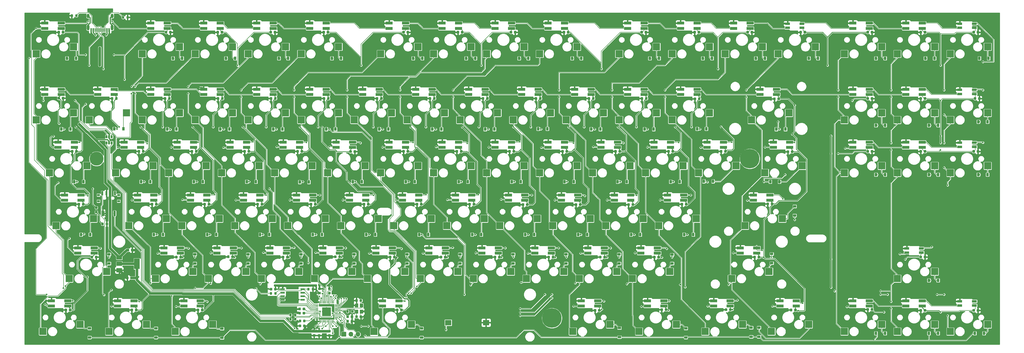
<source format=gbl>
%TF.GenerationSoftware,KiCad,Pcbnew,(5.1.2)-1*%
%TF.CreationDate,2021-11-08T02:50:53-08:00*%
%TF.ProjectId,PyKey60,50794b65-7936-4302-9e6b-696361645f70,1.1a*%
%TF.SameCoordinates,Original*%
%TF.FileFunction,Copper,L2,Bot*%
%TF.FilePolarity,Positive*%
%FSLAX46Y46*%
G04 Gerber Fmt 4.6, Leading zero omitted, Abs format (unit mm)*
G04 Created by KiCad (PCBNEW (5.1.2)-1) date 2021-11-08 02:50:53*
%MOMM*%
%LPD*%
G04 APERTURE LIST*
%TA.AperFunction,Conductor*%
%ADD10C,0.150000*%
%TD*%
%TA.AperFunction,SMDPad,CuDef*%
%ADD11C,0.875000*%
%TD*%
%TA.AperFunction,SMDPad,CuDef*%
%ADD12R,2.306599X1.956600*%
%TD*%
%TA.AperFunction,SMDPad,CuDef*%
%ADD13R,1.800000X0.900000*%
%TD*%
%TA.AperFunction,SMDPad,CuDef*%
%ADD14R,2.550000X2.500000*%
%TD*%
%TA.AperFunction,SMDPad,CuDef*%
%ADD15R,2.500000X1.100000*%
%TD*%
%TA.AperFunction,SMDPad,CuDef*%
%ADD16C,0.900000*%
%TD*%
%TA.AperFunction,SMDPad,CuDef*%
%ADD17R,0.900000X1.200000*%
%TD*%
%TA.AperFunction,ComponentPad*%
%ADD18C,7.000240*%
%TD*%
%TA.AperFunction,ComponentPad*%
%ADD19C,5.001260*%
%TD*%
%TA.AperFunction,ComponentPad*%
%ADD20O,1.700000X1.700000*%
%TD*%
%TA.AperFunction,ComponentPad*%
%ADD21R,1.700000X1.700000*%
%TD*%
%TA.AperFunction,SMDPad,CuDef*%
%ADD22C,0.800000*%
%TD*%
%TA.AperFunction,SMDPad,CuDef*%
%ADD23R,2.000000X1.500000*%
%TD*%
%TA.AperFunction,SMDPad,CuDef*%
%ADD24R,2.000000X3.800000*%
%TD*%
%TA.AperFunction,SMDPad,CuDef*%
%ADD25R,1.200000X1.400000*%
%TD*%
%TA.AperFunction,SMDPad,CuDef*%
%ADD26R,0.600000X1.450000*%
%TD*%
%TA.AperFunction,SMDPad,CuDef*%
%ADD27R,0.300000X1.450000*%
%TD*%
%TA.AperFunction,ComponentPad*%
%ADD28O,1.000000X2.100000*%
%TD*%
%TA.AperFunction,ComponentPad*%
%ADD29O,1.000000X1.600000*%
%TD*%
%TA.AperFunction,SMDPad,CuDef*%
%ADD30R,1.200000X0.900000*%
%TD*%
%TA.AperFunction,SMDPad,CuDef*%
%ADD31C,3.200000*%
%TD*%
%TA.AperFunction,ViaPad*%
%ADD32C,0.600000*%
%TD*%
%TA.AperFunction,SMDPad,CuDef*%
%ADD33C,0.200000*%
%TD*%
%TA.AperFunction,SMDPad,CuDef*%
%ADD34R,0.650000X1.060000*%
%TD*%
%TA.AperFunction,SMDPad,CuDef*%
%ADD35C,0.600000*%
%TD*%
%TA.AperFunction,SMDPad,CuDef*%
%ADD36R,0.700000X1.500000*%
%TD*%
%TA.AperFunction,SMDPad,CuDef*%
%ADD37R,1.000000X0.800000*%
%TD*%
%TA.AperFunction,ViaPad*%
%ADD38C,0.609600*%
%TD*%
%TA.AperFunction,Conductor*%
%ADD39C,0.406400*%
%TD*%
%TA.AperFunction,Conductor*%
%ADD40C,0.152400*%
%TD*%
%TA.AperFunction,Conductor*%
%ADD41C,0.889000*%
%TD*%
%TA.AperFunction,Conductor*%
%ADD42C,0.254000*%
%TD*%
%TA.AperFunction,Conductor*%
%ADD43C,0.200000*%
%TD*%
G04 APERTURE END LIST*
D10*
%TO.N,Net-(D101-Pad2)*%
%TO.C,R8*%
G36*
X87272691Y-111636053D02*
G01*
X87293926Y-111639203D01*
X87314750Y-111644419D01*
X87334962Y-111651651D01*
X87354368Y-111660830D01*
X87372781Y-111671866D01*
X87390024Y-111684654D01*
X87405930Y-111699070D01*
X87420346Y-111714976D01*
X87433134Y-111732219D01*
X87444170Y-111750632D01*
X87453349Y-111770038D01*
X87460581Y-111790250D01*
X87465797Y-111811074D01*
X87468947Y-111832309D01*
X87470000Y-111853750D01*
X87470000Y-112291250D01*
X87468947Y-112312691D01*
X87465797Y-112333926D01*
X87460581Y-112354750D01*
X87453349Y-112374962D01*
X87444170Y-112394368D01*
X87433134Y-112412781D01*
X87420346Y-112430024D01*
X87405930Y-112445930D01*
X87390024Y-112460346D01*
X87372781Y-112473134D01*
X87354368Y-112484170D01*
X87334962Y-112493349D01*
X87314750Y-112500581D01*
X87293926Y-112505797D01*
X87272691Y-112508947D01*
X87251250Y-112510000D01*
X86738750Y-112510000D01*
X86717309Y-112508947D01*
X86696074Y-112505797D01*
X86675250Y-112500581D01*
X86655038Y-112493349D01*
X86635632Y-112484170D01*
X86617219Y-112473134D01*
X86599976Y-112460346D01*
X86584070Y-112445930D01*
X86569654Y-112430024D01*
X86556866Y-112412781D01*
X86545830Y-112394368D01*
X86536651Y-112374962D01*
X86529419Y-112354750D01*
X86524203Y-112333926D01*
X86521053Y-112312691D01*
X86520000Y-112291250D01*
X86520000Y-111853750D01*
X86521053Y-111832309D01*
X86524203Y-111811074D01*
X86529419Y-111790250D01*
X86536651Y-111770038D01*
X86545830Y-111750632D01*
X86556866Y-111732219D01*
X86569654Y-111714976D01*
X86584070Y-111699070D01*
X86599976Y-111684654D01*
X86617219Y-111671866D01*
X86635632Y-111660830D01*
X86655038Y-111651651D01*
X86675250Y-111644419D01*
X86696074Y-111639203D01*
X86717309Y-111636053D01*
X86738750Y-111635000D01*
X87251250Y-111635000D01*
X87272691Y-111636053D01*
X87272691Y-111636053D01*
G37*
D11*
%TD*%
%TO.P,R8,2*%
%TO.N,Net-(D101-Pad2)*%
X86995000Y-112072500D03*
D10*
%TO.N,LED*%
%TO.C,R8*%
G36*
X87272691Y-110061053D02*
G01*
X87293926Y-110064203D01*
X87314750Y-110069419D01*
X87334962Y-110076651D01*
X87354368Y-110085830D01*
X87372781Y-110096866D01*
X87390024Y-110109654D01*
X87405930Y-110124070D01*
X87420346Y-110139976D01*
X87433134Y-110157219D01*
X87444170Y-110175632D01*
X87453349Y-110195038D01*
X87460581Y-110215250D01*
X87465797Y-110236074D01*
X87468947Y-110257309D01*
X87470000Y-110278750D01*
X87470000Y-110716250D01*
X87468947Y-110737691D01*
X87465797Y-110758926D01*
X87460581Y-110779750D01*
X87453349Y-110799962D01*
X87444170Y-110819368D01*
X87433134Y-110837781D01*
X87420346Y-110855024D01*
X87405930Y-110870930D01*
X87390024Y-110885346D01*
X87372781Y-110898134D01*
X87354368Y-110909170D01*
X87334962Y-110918349D01*
X87314750Y-110925581D01*
X87293926Y-110930797D01*
X87272691Y-110933947D01*
X87251250Y-110935000D01*
X86738750Y-110935000D01*
X86717309Y-110933947D01*
X86696074Y-110930797D01*
X86675250Y-110925581D01*
X86655038Y-110918349D01*
X86635632Y-110909170D01*
X86617219Y-110898134D01*
X86599976Y-110885346D01*
X86584070Y-110870930D01*
X86569654Y-110855024D01*
X86556866Y-110837781D01*
X86545830Y-110819368D01*
X86536651Y-110799962D01*
X86529419Y-110779750D01*
X86524203Y-110758926D01*
X86521053Y-110737691D01*
X86520000Y-110716250D01*
X86520000Y-110278750D01*
X86521053Y-110257309D01*
X86524203Y-110236074D01*
X86529419Y-110215250D01*
X86536651Y-110195038D01*
X86545830Y-110175632D01*
X86556866Y-110157219D01*
X86569654Y-110139976D01*
X86584070Y-110124070D01*
X86599976Y-110109654D01*
X86617219Y-110096866D01*
X86635632Y-110085830D01*
X86655038Y-110076651D01*
X86675250Y-110069419D01*
X86696074Y-110064203D01*
X86717309Y-110061053D01*
X86738750Y-110060000D01*
X87251250Y-110060000D01*
X87272691Y-110061053D01*
X87272691Y-110061053D01*
G37*
D11*
%TD*%
%TO.P,R8,1*%
%TO.N,LED*%
X86995000Y-110497500D03*
D10*
%TO.N,Net-(D101-Pad2)*%
%TO.C,D101*%
G36*
X89487691Y-115891053D02*
G01*
X89508926Y-115894203D01*
X89529750Y-115899419D01*
X89549962Y-115906651D01*
X89569368Y-115915830D01*
X89587781Y-115926866D01*
X89605024Y-115939654D01*
X89620930Y-115954070D01*
X89635346Y-115969976D01*
X89648134Y-115987219D01*
X89659170Y-116005632D01*
X89668349Y-116025038D01*
X89675581Y-116045250D01*
X89680797Y-116066074D01*
X89683947Y-116087309D01*
X89685000Y-116108750D01*
X89685000Y-116621250D01*
X89683947Y-116642691D01*
X89680797Y-116663926D01*
X89675581Y-116684750D01*
X89668349Y-116704962D01*
X89659170Y-116724368D01*
X89648134Y-116742781D01*
X89635346Y-116760024D01*
X89620930Y-116775930D01*
X89605024Y-116790346D01*
X89587781Y-116803134D01*
X89569368Y-116814170D01*
X89549962Y-116823349D01*
X89529750Y-116830581D01*
X89508926Y-116835797D01*
X89487691Y-116838947D01*
X89466250Y-116840000D01*
X89028750Y-116840000D01*
X89007309Y-116838947D01*
X88986074Y-116835797D01*
X88965250Y-116830581D01*
X88945038Y-116823349D01*
X88925632Y-116814170D01*
X88907219Y-116803134D01*
X88889976Y-116790346D01*
X88874070Y-116775930D01*
X88859654Y-116760024D01*
X88846866Y-116742781D01*
X88835830Y-116724368D01*
X88826651Y-116704962D01*
X88819419Y-116684750D01*
X88814203Y-116663926D01*
X88811053Y-116642691D01*
X88810000Y-116621250D01*
X88810000Y-116108750D01*
X88811053Y-116087309D01*
X88814203Y-116066074D01*
X88819419Y-116045250D01*
X88826651Y-116025038D01*
X88835830Y-116005632D01*
X88846866Y-115987219D01*
X88859654Y-115969976D01*
X88874070Y-115954070D01*
X88889976Y-115939654D01*
X88907219Y-115926866D01*
X88925632Y-115915830D01*
X88945038Y-115906651D01*
X88965250Y-115899419D01*
X88986074Y-115894203D01*
X89007309Y-115891053D01*
X89028750Y-115890000D01*
X89466250Y-115890000D01*
X89487691Y-115891053D01*
X89487691Y-115891053D01*
G37*
D11*
%TD*%
%TO.P,D101,2*%
%TO.N,Net-(D101-Pad2)*%
X89247500Y-116365000D03*
D10*
%TO.N,GND*%
%TO.C,D101*%
G36*
X91062691Y-115891053D02*
G01*
X91083926Y-115894203D01*
X91104750Y-115899419D01*
X91124962Y-115906651D01*
X91144368Y-115915830D01*
X91162781Y-115926866D01*
X91180024Y-115939654D01*
X91195930Y-115954070D01*
X91210346Y-115969976D01*
X91223134Y-115987219D01*
X91234170Y-116005632D01*
X91243349Y-116025038D01*
X91250581Y-116045250D01*
X91255797Y-116066074D01*
X91258947Y-116087309D01*
X91260000Y-116108750D01*
X91260000Y-116621250D01*
X91258947Y-116642691D01*
X91255797Y-116663926D01*
X91250581Y-116684750D01*
X91243349Y-116704962D01*
X91234170Y-116724368D01*
X91223134Y-116742781D01*
X91210346Y-116760024D01*
X91195930Y-116775930D01*
X91180024Y-116790346D01*
X91162781Y-116803134D01*
X91144368Y-116814170D01*
X91124962Y-116823349D01*
X91104750Y-116830581D01*
X91083926Y-116835797D01*
X91062691Y-116838947D01*
X91041250Y-116840000D01*
X90603750Y-116840000D01*
X90582309Y-116838947D01*
X90561074Y-116835797D01*
X90540250Y-116830581D01*
X90520038Y-116823349D01*
X90500632Y-116814170D01*
X90482219Y-116803134D01*
X90464976Y-116790346D01*
X90449070Y-116775930D01*
X90434654Y-116760024D01*
X90421866Y-116742781D01*
X90410830Y-116724368D01*
X90401651Y-116704962D01*
X90394419Y-116684750D01*
X90389203Y-116663926D01*
X90386053Y-116642691D01*
X90385000Y-116621250D01*
X90385000Y-116108750D01*
X90386053Y-116087309D01*
X90389203Y-116066074D01*
X90394419Y-116045250D01*
X90401651Y-116025038D01*
X90410830Y-116005632D01*
X90421866Y-115987219D01*
X90434654Y-115969976D01*
X90449070Y-115954070D01*
X90464976Y-115939654D01*
X90482219Y-115926866D01*
X90500632Y-115915830D01*
X90520038Y-115906651D01*
X90540250Y-115899419D01*
X90561074Y-115894203D01*
X90582309Y-115891053D01*
X90603750Y-115890000D01*
X91041250Y-115890000D01*
X91062691Y-115891053D01*
X91062691Y-115891053D01*
G37*
D11*
%TD*%
%TO.P,D101,1*%
%TO.N,GND*%
X90822500Y-116365000D03*
D12*
%TO.P,LS1,1*%
%TO.N,Speaker*%
X213552900Y-151925000D03*
%TO.P,LS1,2*%
%TO.N,GND*%
X227137100Y-151925000D03*
%TD*%
D13*
%TO.P,U74,3*%
%TO.N,GND*%
X335537500Y-44207500D03*
%TO.P,U74,4*%
%TO.N,Net-(U73-Pad5)*%
X335537500Y-45707500D03*
%TO.P,U74,5*%
%TO.N,Net-(U74-Pad5)*%
X340737500Y-44207500D03*
%TO.P,U74,6*%
%TO.N,+3V3*%
X340737500Y-45707500D03*
D14*
%TO.P,U74,2*%
%TO.N,COL14*%
X332122500Y-55087500D03*
%TO.P,U74,1*%
%TO.N,Net-(D74-Pad2)*%
X345547500Y-52547500D03*
%TD*%
D13*
%TO.P,U77,3*%
%TO.N,GND*%
X397450000Y-44207500D03*
%TO.P,U77,4*%
%TO.N,Net-(U76-Pad5)*%
X397450000Y-45707500D03*
%TO.P,U77,5*%
%TO.N,RGBData1*%
X402650000Y-44207500D03*
%TO.P,U77,6*%
%TO.N,+3V3*%
X402650000Y-45707500D03*
D14*
%TO.P,U77,2*%
%TO.N,COL17*%
X394035000Y-55087500D03*
%TO.P,U77,1*%
%TO.N,Net-(D77-Pad2)*%
X407460000Y-52547500D03*
%TD*%
D13*
%TO.P,U80,3*%
%TO.N,GND*%
X397450000Y-68020000D03*
%TO.P,U80,4*%
%TO.N,Net-(U79-Pad5)*%
X397450000Y-69520000D03*
%TO.P,U80,5*%
%TO.N,RGBData2*%
X402650000Y-68020000D03*
%TO.P,U80,6*%
%TO.N,+3V3*%
X402650000Y-69520000D03*
D14*
%TO.P,U80,2*%
%TO.N,COL17*%
X394035000Y-78900000D03*
%TO.P,U80,1*%
%TO.N,Net-(D80-Pad2)*%
X407460000Y-76360000D03*
%TD*%
D13*
%TO.P,U83,3*%
%TO.N,GND*%
X397450000Y-87070000D03*
%TO.P,U83,4*%
%TO.N,Net-(U82-Pad5)*%
X397450000Y-88570000D03*
%TO.P,U83,5*%
%TO.N,RGBData3*%
X402650000Y-87070000D03*
%TO.P,U83,6*%
%TO.N,+3V3*%
X402650000Y-88570000D03*
D14*
%TO.P,U83,2*%
%TO.N,COL17*%
X394035000Y-97950000D03*
%TO.P,U83,1*%
%TO.N,Net-(D83-Pad2)*%
X407460000Y-95410000D03*
%TD*%
D13*
%TO.P,U84,3*%
%TO.N,GND*%
X378400000Y-125170000D03*
%TO.P,U84,4*%
%TO.N,Net-(U53-Pad5)*%
X378400000Y-126670000D03*
%TO.P,U84,5*%
%TO.N,RGBData5*%
X383600000Y-125170000D03*
%TO.P,U84,6*%
%TO.N,+3V3*%
X383600000Y-126670000D03*
D14*
%TO.P,U84,2*%
%TO.N,COL16*%
X374985000Y-136050000D03*
%TO.P,U84,1*%
%TO.N,Net-(D84-Pad2)*%
X388410000Y-133510000D03*
%TD*%
D13*
%TO.P,U87,3*%
%TO.N,GND*%
X397450000Y-144220000D03*
%TO.P,U87,4*%
%TO.N,Net-(U86-Pad5)*%
X397450000Y-145720000D03*
%TO.P,U87,5*%
%TO.N,Net-(U87-Pad5)*%
X402650000Y-144220000D03*
%TO.P,U87,6*%
%TO.N,+3V3*%
X402650000Y-145720000D03*
D14*
%TO.P,U87,2*%
%TO.N,COL17*%
X394035000Y-155100000D03*
%TO.P,U87,1*%
%TO.N,Net-(D87-Pad2)*%
X407460000Y-152560000D03*
%TD*%
D15*
%TO.P,U42,3*%
%TO.N,GND*%
X80362000Y-124970000D03*
%TO.P,U42,4*%
%TO.N,RGBData4*%
X80362000Y-126870000D03*
%TO.P,U42,5*%
%TO.N,Net-(U42-Pad5)*%
X86262000Y-124970000D03*
%TO.P,U42,6*%
%TO.N,+3V3*%
X86262000Y-126870000D03*
D14*
%TO.P,U42,2*%
%TO.N,COL1*%
X77297000Y-136050000D03*
%TO.P,U42,1*%
%TO.N,Net-(D42-Pad2)*%
X90722000Y-133510000D03*
%TD*%
D15*
%TO.P,U1,3*%
%TO.N,GND*%
X68487500Y-67820000D03*
%TO.P,U1,4*%
%TO.N,RGBData1*%
X68487500Y-69720000D03*
%TO.P,U1,5*%
%TO.N,Net-(U1-Pad5)*%
X74387500Y-67820000D03*
%TO.P,U1,6*%
%TO.N,+3V3*%
X74387500Y-69720000D03*
D14*
%TO.P,U1,2*%
%TO.N,COL1*%
X65422500Y-78900000D03*
%TO.P,U1,1*%
%TO.N,Net-(D1-Pad2)*%
X78847500Y-76360000D03*
%TD*%
D15*
%TO.P,U2,3*%
%TO.N,GND*%
X87537500Y-67820000D03*
%TO.P,U2,4*%
%TO.N,Net-(U1-Pad5)*%
X87537500Y-69720000D03*
%TO.P,U2,5*%
%TO.N,Net-(U2-Pad5)*%
X93437500Y-67820000D03*
%TO.P,U2,6*%
%TO.N,+3V3*%
X93437500Y-69720000D03*
D14*
%TO.P,U2,2*%
%TO.N,COL2*%
X84472500Y-78900000D03*
%TO.P,U2,1*%
%TO.N,Net-(D2-Pad2)*%
X97897500Y-76360000D03*
%TD*%
D15*
%TO.P,U3,3*%
%TO.N,GND*%
X106588000Y-67820000D03*
%TO.P,U3,4*%
%TO.N,Net-(U2-Pad5)*%
X106588000Y-69720000D03*
%TO.P,U3,5*%
%TO.N,Net-(U3-Pad5)*%
X112488000Y-67820000D03*
%TO.P,U3,6*%
%TO.N,+3V3*%
X112488000Y-69720000D03*
D14*
%TO.P,U3,2*%
%TO.N,COL3*%
X103523000Y-78900000D03*
%TO.P,U3,1*%
%TO.N,Net-(D3-Pad2)*%
X116948000Y-76360000D03*
%TD*%
D15*
%TO.P,U4,3*%
%TO.N,GND*%
X125638000Y-67820000D03*
%TO.P,U4,4*%
%TO.N,Net-(U3-Pad5)*%
X125638000Y-69720000D03*
%TO.P,U4,5*%
%TO.N,Net-(U4-Pad5)*%
X131538000Y-67820000D03*
%TO.P,U4,6*%
%TO.N,+3V3*%
X131538000Y-69720000D03*
D14*
%TO.P,U4,2*%
%TO.N,COL4*%
X122573000Y-78900000D03*
%TO.P,U4,1*%
%TO.N,Net-(D4-Pad2)*%
X135998000Y-76360000D03*
%TD*%
D15*
%TO.P,U5,3*%
%TO.N,GND*%
X144688000Y-67820000D03*
%TO.P,U5,4*%
%TO.N,Net-(U4-Pad5)*%
X144688000Y-69720000D03*
%TO.P,U5,5*%
%TO.N,Net-(U5-Pad5)*%
X150588000Y-67820000D03*
%TO.P,U5,6*%
%TO.N,+3V3*%
X150588000Y-69720000D03*
D14*
%TO.P,U5,2*%
%TO.N,COL5*%
X141623000Y-78900000D03*
%TO.P,U5,1*%
%TO.N,Net-(D5-Pad2)*%
X155048000Y-76360000D03*
%TD*%
D15*
%TO.P,U6,3*%
%TO.N,GND*%
X163738000Y-67820000D03*
%TO.P,U6,4*%
%TO.N,Net-(U5-Pad5)*%
X163738000Y-69720000D03*
%TO.P,U6,5*%
%TO.N,Net-(U6-Pad5)*%
X169638000Y-67820000D03*
%TO.P,U6,6*%
%TO.N,+3V3*%
X169638000Y-69720000D03*
D14*
%TO.P,U6,2*%
%TO.N,COL6*%
X160673000Y-78900000D03*
%TO.P,U6,1*%
%TO.N,Net-(D6-Pad2)*%
X174098000Y-76360000D03*
%TD*%
D15*
%TO.P,U8,3*%
%TO.N,GND*%
X201838000Y-67820000D03*
%TO.P,U8,4*%
%TO.N,Net-(U7-Pad5)*%
X201838000Y-69720000D03*
%TO.P,U8,5*%
%TO.N,Net-(U8-Pad5)*%
X207738000Y-67820000D03*
%TO.P,U8,6*%
%TO.N,+3V3*%
X207738000Y-69720000D03*
D14*
%TO.P,U8,2*%
%TO.N,COL8*%
X198773000Y-78900000D03*
%TO.P,U8,1*%
%TO.N,Net-(D8-Pad2)*%
X212198000Y-76360000D03*
%TD*%
D15*
%TO.P,U9,3*%
%TO.N,GND*%
X220888000Y-67820000D03*
%TO.P,U9,4*%
%TO.N,Net-(U8-Pad5)*%
X220888000Y-69720000D03*
%TO.P,U9,5*%
%TO.N,Net-(U10-Pad4)*%
X226788000Y-67820000D03*
%TO.P,U9,6*%
%TO.N,+3V3*%
X226788000Y-69720000D03*
D14*
%TO.P,U9,2*%
%TO.N,COL9*%
X217823000Y-78900000D03*
%TO.P,U9,1*%
%TO.N,Net-(D9-Pad2)*%
X231248000Y-76360000D03*
%TD*%
D15*
%TO.P,U10,3*%
%TO.N,GND*%
X239938000Y-67820000D03*
%TO.P,U10,4*%
%TO.N,Net-(U10-Pad4)*%
X239938000Y-69720000D03*
%TO.P,U10,5*%
%TO.N,Net-(U10-Pad5)*%
X245838000Y-67820000D03*
%TO.P,U10,6*%
%TO.N,+3V3*%
X245838000Y-69720000D03*
D14*
%TO.P,U10,2*%
%TO.N,COL10*%
X236873000Y-78900000D03*
%TO.P,U10,1*%
%TO.N,Net-(D10-Pad2)*%
X250298000Y-76360000D03*
%TD*%
D15*
%TO.P,U11,3*%
%TO.N,GND*%
X258988000Y-67820000D03*
%TO.P,U11,4*%
%TO.N,Net-(U10-Pad5)*%
X258988000Y-69720000D03*
%TO.P,U11,5*%
%TO.N,Net-(U11-Pad5)*%
X264888000Y-67820000D03*
%TO.P,U11,6*%
%TO.N,+3V3*%
X264888000Y-69720000D03*
D14*
%TO.P,U11,2*%
%TO.N,COL11*%
X255923000Y-78900000D03*
%TO.P,U11,1*%
%TO.N,Net-(D11-Pad2)*%
X269348000Y-76360000D03*
%TD*%
D15*
%TO.P,U12,3*%
%TO.N,GND*%
X278038000Y-67820000D03*
%TO.P,U12,4*%
%TO.N,Net-(U11-Pad5)*%
X278038000Y-69720000D03*
%TO.P,U12,5*%
%TO.N,Net-(U12-Pad5)*%
X283938000Y-67820000D03*
%TO.P,U12,6*%
%TO.N,+3V3*%
X283938000Y-69720000D03*
D14*
%TO.P,U12,2*%
%TO.N,COL12*%
X274973000Y-78900000D03*
%TO.P,U12,1*%
%TO.N,Net-(D12-Pad2)*%
X288398000Y-76360000D03*
%TD*%
D15*
%TO.P,U13,3*%
%TO.N,GND*%
X297088000Y-67820000D03*
%TO.P,U13,4*%
%TO.N,Net-(U12-Pad5)*%
X297088000Y-69720000D03*
%TO.P,U13,5*%
%TO.N,Net-(U13-Pad5)*%
X302988000Y-67820000D03*
%TO.P,U13,6*%
%TO.N,+3V3*%
X302988000Y-69720000D03*
D14*
%TO.P,U13,2*%
%TO.N,COL13*%
X294023000Y-78900000D03*
%TO.P,U13,1*%
%TO.N,Net-(D13-Pad2)*%
X307448000Y-76360000D03*
%TD*%
D15*
%TO.P,U16,3*%
%TO.N,GND*%
X97062000Y-86870000D03*
%TO.P,U16,4*%
%TO.N,Net-(U15-Pad5)*%
X97062000Y-88770000D03*
%TO.P,U16,5*%
%TO.N,Net-(U16-Pad5)*%
X102962000Y-86870000D03*
%TO.P,U16,6*%
%TO.N,+3V3*%
X102962000Y-88770000D03*
D14*
%TO.P,U16,2*%
%TO.N,COL2*%
X93997000Y-97950000D03*
%TO.P,U16,1*%
%TO.N,Net-(D16-Pad2)*%
X107422000Y-95410000D03*
%TD*%
D15*
%TO.P,U17,3*%
%TO.N,GND*%
X116112000Y-86870000D03*
%TO.P,U17,4*%
%TO.N,Net-(U16-Pad5)*%
X116112000Y-88770000D03*
%TO.P,U17,5*%
%TO.N,Net-(U17-Pad5)*%
X122012000Y-86870000D03*
%TO.P,U17,6*%
%TO.N,+3V3*%
X122012000Y-88770000D03*
D14*
%TO.P,U17,2*%
%TO.N,COL3*%
X113047000Y-97950000D03*
%TO.P,U17,1*%
%TO.N,Net-(D17-Pad2)*%
X126472000Y-95410000D03*
%TD*%
D15*
%TO.P,U18,3*%
%TO.N,GND*%
X135162000Y-86870000D03*
%TO.P,U18,4*%
%TO.N,Net-(U17-Pad5)*%
X135162000Y-88770000D03*
%TO.P,U18,5*%
%TO.N,Net-(U18-Pad5)*%
X141062000Y-86870000D03*
%TO.P,U18,6*%
%TO.N,+3V3*%
X141062000Y-88770000D03*
D14*
%TO.P,U18,2*%
%TO.N,COL4*%
X132097000Y-97950000D03*
%TO.P,U18,1*%
%TO.N,Net-(D18-Pad2)*%
X145522000Y-95410000D03*
%TD*%
D15*
%TO.P,U19,3*%
%TO.N,GND*%
X154212000Y-86870000D03*
%TO.P,U19,4*%
%TO.N,Net-(U18-Pad5)*%
X154212000Y-88770000D03*
%TO.P,U19,5*%
%TO.N,Net-(U19-Pad5)*%
X160112000Y-86870000D03*
%TO.P,U19,6*%
%TO.N,+3V3*%
X160112000Y-88770000D03*
D14*
%TO.P,U19,2*%
%TO.N,COL5*%
X151147000Y-97950000D03*
%TO.P,U19,1*%
%TO.N,Net-(D19-Pad2)*%
X164572000Y-95410000D03*
%TD*%
D15*
%TO.P,U20,3*%
%TO.N,GND*%
X173262000Y-86870000D03*
%TO.P,U20,4*%
%TO.N,Net-(U19-Pad5)*%
X173262000Y-88770000D03*
%TO.P,U20,5*%
%TO.N,Net-(U20-Pad5)*%
X179162000Y-86870000D03*
%TO.P,U20,6*%
%TO.N,+3V3*%
X179162000Y-88770000D03*
D14*
%TO.P,U20,2*%
%TO.N,COL6*%
X170197000Y-97950000D03*
%TO.P,U20,1*%
%TO.N,Net-(D20-Pad2)*%
X183622000Y-95410000D03*
%TD*%
D15*
%TO.P,U21,3*%
%TO.N,GND*%
X192312000Y-86870000D03*
%TO.P,U21,4*%
%TO.N,Net-(U20-Pad5)*%
X192312000Y-88770000D03*
%TO.P,U21,5*%
%TO.N,Net-(U21-Pad5)*%
X198212000Y-86870000D03*
%TO.P,U21,6*%
%TO.N,+3V3*%
X198212000Y-88770000D03*
D14*
%TO.P,U21,2*%
%TO.N,COL7*%
X189247000Y-97950000D03*
%TO.P,U21,1*%
%TO.N,Net-(D21-Pad2)*%
X202672000Y-95410000D03*
%TD*%
D15*
%TO.P,U22,3*%
%TO.N,GND*%
X211362000Y-86870000D03*
%TO.P,U22,4*%
%TO.N,Net-(U21-Pad5)*%
X211362000Y-88770000D03*
%TO.P,U22,5*%
%TO.N,Net-(U22-Pad5)*%
X217262000Y-86870000D03*
%TO.P,U22,6*%
%TO.N,+3V3*%
X217262000Y-88770000D03*
D14*
%TO.P,U22,2*%
%TO.N,COL8*%
X208297000Y-97950000D03*
%TO.P,U22,1*%
%TO.N,Net-(D22-Pad2)*%
X221722000Y-95410000D03*
%TD*%
D15*
%TO.P,U23,3*%
%TO.N,GND*%
X230412000Y-86870000D03*
%TO.P,U23,4*%
%TO.N,Net-(U22-Pad5)*%
X230412000Y-88770000D03*
%TO.P,U23,5*%
%TO.N,Net-(U23-Pad5)*%
X236312000Y-86870000D03*
%TO.P,U23,6*%
%TO.N,+3V3*%
X236312000Y-88770000D03*
D14*
%TO.P,U23,2*%
%TO.N,COL9*%
X227347000Y-97950000D03*
%TO.P,U23,1*%
%TO.N,Net-(D23-Pad2)*%
X240772000Y-95410000D03*
%TD*%
D15*
%TO.P,U24,3*%
%TO.N,GND*%
X249462000Y-86870000D03*
%TO.P,U24,4*%
%TO.N,Net-(U23-Pad5)*%
X249462000Y-88770000D03*
%TO.P,U24,5*%
%TO.N,Net-(U24-Pad5)*%
X255362000Y-86870000D03*
%TO.P,U24,6*%
%TO.N,+3V3*%
X255362000Y-88770000D03*
D14*
%TO.P,U24,2*%
%TO.N,COL10*%
X246397000Y-97950000D03*
%TO.P,U24,1*%
%TO.N,Net-(D24-Pad2)*%
X259822000Y-95410000D03*
%TD*%
D15*
%TO.P,U25,3*%
%TO.N,GND*%
X268512000Y-86870000D03*
%TO.P,U25,4*%
%TO.N,Net-(U24-Pad5)*%
X268512000Y-88770000D03*
%TO.P,U25,5*%
%TO.N,Net-(U25-Pad5)*%
X274412000Y-86870000D03*
%TO.P,U25,6*%
%TO.N,+3V3*%
X274412000Y-88770000D03*
D14*
%TO.P,U25,2*%
%TO.N,COL11*%
X265447000Y-97950000D03*
%TO.P,U25,1*%
%TO.N,Net-(D25-Pad2)*%
X278872000Y-95410000D03*
%TD*%
D15*
%TO.P,U26,3*%
%TO.N,GND*%
X287562000Y-86870000D03*
%TO.P,U26,4*%
%TO.N,Net-(U25-Pad5)*%
X287562000Y-88770000D03*
%TO.P,U26,5*%
%TO.N,Net-(U26-Pad5)*%
X293462000Y-86870000D03*
%TO.P,U26,6*%
%TO.N,+3V3*%
X293462000Y-88770000D03*
D14*
%TO.P,U26,2*%
%TO.N,COL12*%
X284497000Y-97950000D03*
%TO.P,U26,1*%
%TO.N,Net-(D26-Pad2)*%
X297922000Y-95410000D03*
%TD*%
D15*
%TO.P,U27,3*%
%TO.N,GND*%
X306612000Y-86870000D03*
%TO.P,U27,4*%
%TO.N,Net-(U26-Pad5)*%
X306612000Y-88770000D03*
%TO.P,U27,5*%
%TO.N,Net-(U27-Pad5)*%
X312512000Y-86870000D03*
%TO.P,U27,6*%
%TO.N,+3V3*%
X312512000Y-88770000D03*
D14*
%TO.P,U27,2*%
%TO.N,COL13*%
X303547000Y-97950000D03*
%TO.P,U27,1*%
%TO.N,Net-(D27-Pad2)*%
X316972000Y-95410000D03*
%TD*%
D15*
%TO.P,U30,3*%
%TO.N,GND*%
X101825000Y-105920000D03*
%TO.P,U30,4*%
%TO.N,Net-(U29-Pad5)*%
X101825000Y-107820000D03*
%TO.P,U30,5*%
%TO.N,Net-(U30-Pad5)*%
X107725000Y-105920000D03*
%TO.P,U30,6*%
%TO.N,+3V3*%
X107725000Y-107820000D03*
D14*
%TO.P,U30,2*%
%TO.N,COL2*%
X98760000Y-117000000D03*
%TO.P,U30,1*%
%TO.N,Net-(D30-Pad2)*%
X112185000Y-114460000D03*
%TD*%
D15*
%TO.P,U31,3*%
%TO.N,GND*%
X120875000Y-105920000D03*
%TO.P,U31,4*%
%TO.N,Net-(U30-Pad5)*%
X120875000Y-107820000D03*
%TO.P,U31,5*%
%TO.N,Net-(U31-Pad5)*%
X126775000Y-105920000D03*
%TO.P,U31,6*%
%TO.N,+3V3*%
X126775000Y-107820000D03*
D14*
%TO.P,U31,2*%
%TO.N,COL3*%
X117810000Y-117000000D03*
%TO.P,U31,1*%
%TO.N,Net-(D31-Pad2)*%
X131235000Y-114460000D03*
%TD*%
D15*
%TO.P,U32,3*%
%TO.N,GND*%
X139925000Y-105920000D03*
%TO.P,U32,4*%
%TO.N,Net-(U31-Pad5)*%
X139925000Y-107820000D03*
%TO.P,U32,5*%
%TO.N,Net-(U32-Pad5)*%
X145825000Y-105920000D03*
%TO.P,U32,6*%
%TO.N,+3V3*%
X145825000Y-107820000D03*
D14*
%TO.P,U32,2*%
%TO.N,COL4*%
X136860000Y-117000000D03*
%TO.P,U32,1*%
%TO.N,Net-(D32-Pad2)*%
X150285000Y-114460000D03*
%TD*%
D15*
%TO.P,U33,3*%
%TO.N,GND*%
X158975000Y-105920000D03*
%TO.P,U33,4*%
%TO.N,Net-(U32-Pad5)*%
X158975000Y-107820000D03*
%TO.P,U33,5*%
%TO.N,Net-(U33-Pad5)*%
X164875000Y-105920000D03*
%TO.P,U33,6*%
%TO.N,+3V3*%
X164875000Y-107820000D03*
D14*
%TO.P,U33,2*%
%TO.N,COL5*%
X155910000Y-117000000D03*
%TO.P,U33,1*%
%TO.N,Net-(D33-Pad2)*%
X169335000Y-114460000D03*
%TD*%
D15*
%TO.P,U34,3*%
%TO.N,GND*%
X178025000Y-105920000D03*
%TO.P,U34,4*%
%TO.N,Net-(U33-Pad5)*%
X178025000Y-107820000D03*
%TO.P,U34,5*%
%TO.N,Net-(U34-Pad5)*%
X183925000Y-105920000D03*
%TO.P,U34,6*%
%TO.N,+3V3*%
X183925000Y-107820000D03*
D14*
%TO.P,U34,2*%
%TO.N,COL6*%
X174960000Y-117000000D03*
%TO.P,U34,1*%
%TO.N,Net-(D34-Pad2)*%
X188385000Y-114460000D03*
%TD*%
D15*
%TO.P,U35,3*%
%TO.N,GND*%
X197075000Y-105920000D03*
%TO.P,U35,4*%
%TO.N,Net-(U34-Pad5)*%
X197075000Y-107820000D03*
%TO.P,U35,5*%
%TO.N,Net-(U35-Pad5)*%
X202975000Y-105920000D03*
%TO.P,U35,6*%
%TO.N,+3V3*%
X202975000Y-107820000D03*
D14*
%TO.P,U35,2*%
%TO.N,COL7*%
X194010000Y-117000000D03*
%TO.P,U35,1*%
%TO.N,Net-(D35-Pad2)*%
X207435000Y-114460000D03*
%TD*%
D15*
%TO.P,U36,3*%
%TO.N,GND*%
X216125000Y-105920000D03*
%TO.P,U36,4*%
%TO.N,Net-(U35-Pad5)*%
X216125000Y-107820000D03*
%TO.P,U36,5*%
%TO.N,Net-(U36-Pad5)*%
X222025000Y-105920000D03*
%TO.P,U36,6*%
%TO.N,+3V3*%
X222025000Y-107820000D03*
D14*
%TO.P,U36,2*%
%TO.N,COL8*%
X213060000Y-117000000D03*
%TO.P,U36,1*%
%TO.N,Net-(D36-Pad2)*%
X226485000Y-114460000D03*
%TD*%
D15*
%TO.P,U37,3*%
%TO.N,GND*%
X235175000Y-105920000D03*
%TO.P,U37,4*%
%TO.N,Net-(U36-Pad5)*%
X235175000Y-107820000D03*
%TO.P,U37,5*%
%TO.N,Net-(U37-Pad5)*%
X241075000Y-105920000D03*
%TO.P,U37,6*%
%TO.N,+3V3*%
X241075000Y-107820000D03*
D14*
%TO.P,U37,2*%
%TO.N,COL9*%
X232110000Y-117000000D03*
%TO.P,U37,1*%
%TO.N,Net-(D37-Pad2)*%
X245535000Y-114460000D03*
%TD*%
D15*
%TO.P,U38,3*%
%TO.N,GND*%
X254225000Y-105920000D03*
%TO.P,U38,4*%
%TO.N,Net-(U37-Pad5)*%
X254225000Y-107820000D03*
%TO.P,U38,5*%
%TO.N,Net-(U38-Pad5)*%
X260125000Y-105920000D03*
%TO.P,U38,6*%
%TO.N,+3V3*%
X260125000Y-107820000D03*
D14*
%TO.P,U38,2*%
%TO.N,COL10*%
X251160000Y-117000000D03*
%TO.P,U38,1*%
%TO.N,Net-(D38-Pad2)*%
X264585000Y-114460000D03*
%TD*%
D15*
%TO.P,U39,3*%
%TO.N,GND*%
X273275000Y-105920000D03*
%TO.P,U39,4*%
%TO.N,Net-(U38-Pad5)*%
X273275000Y-107820000D03*
%TO.P,U39,5*%
%TO.N,Net-(U39-Pad5)*%
X279175000Y-105920000D03*
%TO.P,U39,6*%
%TO.N,+3V3*%
X279175000Y-107820000D03*
D14*
%TO.P,U39,2*%
%TO.N,COL11*%
X270210000Y-117000000D03*
%TO.P,U39,1*%
%TO.N,Net-(D39-Pad2)*%
X283635000Y-114460000D03*
%TD*%
D15*
%TO.P,U40,3*%
%TO.N,GND*%
X292325000Y-105920000D03*
%TO.P,U40,4*%
%TO.N,Net-(U39-Pad5)*%
X292325000Y-107820000D03*
%TO.P,U40,5*%
%TO.N,Net-(U40-Pad5)*%
X298225000Y-105920000D03*
%TO.P,U40,6*%
%TO.N,+3V3*%
X298225000Y-107820000D03*
D14*
%TO.P,U40,2*%
%TO.N,COL12*%
X289260000Y-117000000D03*
%TO.P,U40,1*%
%TO.N,Net-(D40-Pad2)*%
X302685000Y-114460000D03*
%TD*%
D15*
%TO.P,U43,3*%
%TO.N,GND*%
X111350000Y-124970000D03*
%TO.P,U43,4*%
%TO.N,Net-(U42-Pad5)*%
X111350000Y-126870000D03*
%TO.P,U43,5*%
%TO.N,Net-(U43-Pad5)*%
X117250000Y-124970000D03*
%TO.P,U43,6*%
%TO.N,+3V3*%
X117250000Y-126870000D03*
D14*
%TO.P,U43,2*%
%TO.N,COL2*%
X108285000Y-136050000D03*
%TO.P,U43,1*%
%TO.N,Net-(D43-Pad2)*%
X121710000Y-133510000D03*
%TD*%
D15*
%TO.P,U44,3*%
%TO.N,GND*%
X130400000Y-124970000D03*
%TO.P,U44,4*%
%TO.N,Net-(U43-Pad5)*%
X130400000Y-126870000D03*
%TO.P,U44,5*%
%TO.N,Net-(U44-Pad5)*%
X136300000Y-124970000D03*
%TO.P,U44,6*%
%TO.N,+3V3*%
X136300000Y-126870000D03*
D14*
%TO.P,U44,2*%
%TO.N,COL3*%
X127335000Y-136050000D03*
%TO.P,U44,1*%
%TO.N,Net-(D44-Pad2)*%
X140760000Y-133510000D03*
%TD*%
D15*
%TO.P,U45,3*%
%TO.N,GND*%
X149450000Y-124970000D03*
%TO.P,U45,4*%
%TO.N,Net-(U44-Pad5)*%
X149450000Y-126870000D03*
%TO.P,U45,5*%
%TO.N,Net-(U45-Pad5)*%
X155350000Y-124970000D03*
%TO.P,U45,6*%
%TO.N,+3V3*%
X155350000Y-126870000D03*
D14*
%TO.P,U45,2*%
%TO.N,COL4*%
X146385000Y-136050000D03*
%TO.P,U45,1*%
%TO.N,Net-(D45-Pad2)*%
X159810000Y-133510000D03*
%TD*%
D15*
%TO.P,U46,3*%
%TO.N,GND*%
X168500000Y-124970000D03*
%TO.P,U46,4*%
%TO.N,Net-(U45-Pad5)*%
X168500000Y-126870000D03*
%TO.P,U46,5*%
%TO.N,Net-(U46-Pad5)*%
X174400000Y-124970000D03*
%TO.P,U46,6*%
%TO.N,+3V3*%
X174400000Y-126870000D03*
D14*
%TO.P,U46,2*%
%TO.N,COL5*%
X165435000Y-136050000D03*
%TO.P,U46,1*%
%TO.N,Net-(D46-Pad2)*%
X178860000Y-133510000D03*
%TD*%
D15*
%TO.P,U47,3*%
%TO.N,GND*%
X187550000Y-124970000D03*
%TO.P,U47,4*%
%TO.N,Net-(U46-Pad5)*%
X187550000Y-126870000D03*
%TO.P,U47,5*%
%TO.N,Net-(U47-Pad5)*%
X193450000Y-124970000D03*
%TO.P,U47,6*%
%TO.N,+3V3*%
X193450000Y-126870000D03*
D14*
%TO.P,U47,2*%
%TO.N,COL6*%
X184485000Y-136050000D03*
%TO.P,U47,1*%
%TO.N,Net-(D47-Pad2)*%
X197910000Y-133510000D03*
%TD*%
D15*
%TO.P,U48,3*%
%TO.N,GND*%
X206600000Y-124970000D03*
%TO.P,U48,4*%
%TO.N,Net-(U47-Pad5)*%
X206600000Y-126870000D03*
%TO.P,U48,5*%
%TO.N,Net-(U48-Pad5)*%
X212500000Y-124970000D03*
%TO.P,U48,6*%
%TO.N,+3V3*%
X212500000Y-126870000D03*
D14*
%TO.P,U48,2*%
%TO.N,COL7*%
X203535000Y-136050000D03*
%TO.P,U48,1*%
%TO.N,Net-(D48-Pad2)*%
X216960000Y-133510000D03*
%TD*%
D15*
%TO.P,U49,3*%
%TO.N,GND*%
X225650000Y-124970000D03*
%TO.P,U49,4*%
%TO.N,Net-(U48-Pad5)*%
X225650000Y-126870000D03*
%TO.P,U49,5*%
%TO.N,Net-(U49-Pad5)*%
X231550000Y-124970000D03*
%TO.P,U49,6*%
%TO.N,+3V3*%
X231550000Y-126870000D03*
D14*
%TO.P,U49,2*%
%TO.N,COL8*%
X222585000Y-136050000D03*
%TO.P,U49,1*%
%TO.N,Net-(D49-Pad2)*%
X236010000Y-133510000D03*
%TD*%
D15*
%TO.P,U50,3*%
%TO.N,GND*%
X244700000Y-124970000D03*
%TO.P,U50,4*%
%TO.N,Net-(U49-Pad5)*%
X244700000Y-126870000D03*
%TO.P,U50,5*%
%TO.N,Net-(U50-Pad5)*%
X250600000Y-124970000D03*
%TO.P,U50,6*%
%TO.N,+3V3*%
X250600000Y-126870000D03*
D14*
%TO.P,U50,2*%
%TO.N,COL9*%
X241635000Y-136050000D03*
%TO.P,U50,1*%
%TO.N,Net-(D50-Pad2)*%
X255060000Y-133510000D03*
%TD*%
D15*
%TO.P,U51,3*%
%TO.N,GND*%
X263750000Y-124970000D03*
%TO.P,U51,4*%
%TO.N,Net-(U50-Pad5)*%
X263750000Y-126870000D03*
%TO.P,U51,5*%
%TO.N,Net-(U51-Pad5)*%
X269650000Y-124970000D03*
%TO.P,U51,6*%
%TO.N,+3V3*%
X269650000Y-126870000D03*
D14*
%TO.P,U51,2*%
%TO.N,COL10*%
X260685000Y-136050000D03*
%TO.P,U51,1*%
%TO.N,Net-(D51-Pad2)*%
X274110000Y-133510000D03*
%TD*%
D15*
%TO.P,U52,3*%
%TO.N,GND*%
X282800000Y-124970000D03*
%TO.P,U52,4*%
%TO.N,Net-(U51-Pad5)*%
X282800000Y-126870000D03*
%TO.P,U52,5*%
%TO.N,Net-(U52-Pad5)*%
X288700000Y-124970000D03*
%TO.P,U52,6*%
%TO.N,+3V3*%
X288700000Y-126870000D03*
D14*
%TO.P,U52,2*%
%TO.N,COL11*%
X279735000Y-136050000D03*
%TO.P,U52,1*%
%TO.N,Net-(D52-Pad2)*%
X293160000Y-133510000D03*
%TD*%
D15*
%TO.P,U62,3*%
%TO.N,GND*%
X68487500Y-44007500D03*
%TO.P,U62,4*%
%TO.N,RGBData0*%
X68487500Y-45907500D03*
%TO.P,U62,5*%
%TO.N,Net-(U62-Pad5)*%
X74387500Y-44007500D03*
%TO.P,U62,6*%
%TO.N,+3V3*%
X74387500Y-45907500D03*
D14*
%TO.P,U62,2*%
%TO.N,COL1*%
X65422500Y-55087500D03*
%TO.P,U62,1*%
%TO.N,Net-(D62-Pad2)*%
X78847500Y-52547500D03*
%TD*%
%TO.P,U63,1*%
%TO.N,Net-(D63-Pad2)*%
X116947500Y-52547500D03*
%TO.P,U63,2*%
%TO.N,COL2*%
X103522500Y-55087500D03*
D15*
%TO.P,U63,6*%
%TO.N,+3V3*%
X112487500Y-45907500D03*
%TO.P,U63,5*%
%TO.N,Net-(U63-Pad5)*%
X112487500Y-44007500D03*
%TO.P,U63,4*%
%TO.N,Net-(U62-Pad5)*%
X106587500Y-45907500D03*
%TO.P,U63,3*%
%TO.N,GND*%
X106587500Y-44007500D03*
%TD*%
%TO.P,U64,3*%
%TO.N,GND*%
X125637500Y-44007500D03*
%TO.P,U64,4*%
%TO.N,Net-(U63-Pad5)*%
X125637500Y-45907500D03*
%TO.P,U64,5*%
%TO.N,Net-(U64-Pad5)*%
X131537500Y-44007500D03*
%TO.P,U64,6*%
%TO.N,+3V3*%
X131537500Y-45907500D03*
D14*
%TO.P,U64,2*%
%TO.N,COL3*%
X122572500Y-55087500D03*
%TO.P,U64,1*%
%TO.N,Net-(D64-Pad2)*%
X135997500Y-52547500D03*
%TD*%
D15*
%TO.P,U65,3*%
%TO.N,GND*%
X144687500Y-44007500D03*
%TO.P,U65,4*%
%TO.N,Net-(U64-Pad5)*%
X144687500Y-45907500D03*
%TO.P,U65,5*%
%TO.N,Net-(U65-Pad5)*%
X150587500Y-44007500D03*
%TO.P,U65,6*%
%TO.N,+3V3*%
X150587500Y-45907500D03*
D14*
%TO.P,U65,2*%
%TO.N,COL4*%
X141622500Y-55087500D03*
%TO.P,U65,1*%
%TO.N,Net-(D65-Pad2)*%
X155047500Y-52547500D03*
%TD*%
D15*
%TO.P,U66,3*%
%TO.N,GND*%
X163737500Y-44007500D03*
%TO.P,U66,4*%
%TO.N,Net-(U65-Pad5)*%
X163737500Y-45907500D03*
%TO.P,U66,5*%
%TO.N,Net-(U66-Pad5)*%
X169637500Y-44007500D03*
%TO.P,U66,6*%
%TO.N,+3V3*%
X169637500Y-45907500D03*
D14*
%TO.P,U66,2*%
%TO.N,COL5*%
X160672500Y-55087500D03*
%TO.P,U66,1*%
%TO.N,Net-(D66-Pad2)*%
X174097500Y-52547500D03*
%TD*%
D15*
%TO.P,U67,3*%
%TO.N,GND*%
X192312500Y-44007500D03*
%TO.P,U67,4*%
%TO.N,Net-(U66-Pad5)*%
X192312500Y-45907500D03*
%TO.P,U67,5*%
%TO.N,Net-(U67-Pad5)*%
X198212500Y-44007500D03*
%TO.P,U67,6*%
%TO.N,+3V3*%
X198212500Y-45907500D03*
D14*
%TO.P,U67,2*%
%TO.N,COL6*%
X189247500Y-55087500D03*
%TO.P,U67,1*%
%TO.N,Net-(D67-Pad2)*%
X202672500Y-52547500D03*
%TD*%
D15*
%TO.P,U68,3*%
%TO.N,GND*%
X211362500Y-44007500D03*
%TO.P,U68,4*%
%TO.N,Net-(U67-Pad5)*%
X211362500Y-45907500D03*
%TO.P,U68,5*%
%TO.N,Net-(U68-Pad5)*%
X217262500Y-44007500D03*
%TO.P,U68,6*%
%TO.N,+3V3*%
X217262500Y-45907500D03*
D14*
%TO.P,U68,2*%
%TO.N,COL7*%
X208297500Y-55087500D03*
%TO.P,U68,1*%
%TO.N,Net-(D68-Pad2)*%
X221722500Y-52547500D03*
%TD*%
D15*
%TO.P,U69,3*%
%TO.N,GND*%
X230412500Y-44007500D03*
%TO.P,U69,4*%
%TO.N,Net-(U68-Pad5)*%
X230412500Y-45907500D03*
%TO.P,U69,5*%
%TO.N,Net-(U69-Pad5)*%
X236312500Y-44007500D03*
%TO.P,U69,6*%
%TO.N,+3V3*%
X236312500Y-45907500D03*
D14*
%TO.P,U69,2*%
%TO.N,COL8*%
X227347500Y-55087500D03*
%TO.P,U69,1*%
%TO.N,Net-(D69-Pad2)*%
X240772500Y-52547500D03*
%TD*%
D15*
%TO.P,U70,3*%
%TO.N,GND*%
X249462500Y-44007500D03*
%TO.P,U70,4*%
%TO.N,Net-(U69-Pad5)*%
X249462500Y-45907500D03*
%TO.P,U70,5*%
%TO.N,Net-(U70-Pad5)*%
X255362500Y-44007500D03*
%TO.P,U70,6*%
%TO.N,+3V3*%
X255362500Y-45907500D03*
D14*
%TO.P,U70,2*%
%TO.N,COL9*%
X246397500Y-55087500D03*
%TO.P,U70,1*%
%TO.N,Net-(D70-Pad2)*%
X259822500Y-52547500D03*
%TD*%
D15*
%TO.P,U71,3*%
%TO.N,GND*%
X278037500Y-44007500D03*
%TO.P,U71,4*%
%TO.N,Net-(U70-Pad5)*%
X278037500Y-45907500D03*
%TO.P,U71,5*%
%TO.N,Net-(U71-Pad5)*%
X283937500Y-44007500D03*
%TO.P,U71,6*%
%TO.N,+3V3*%
X283937500Y-45907500D03*
D14*
%TO.P,U71,2*%
%TO.N,COL11*%
X274972500Y-55087500D03*
%TO.P,U71,1*%
%TO.N,Net-(D71-Pad2)*%
X288397500Y-52547500D03*
%TD*%
D15*
%TO.P,U72,3*%
%TO.N,GND*%
X297087500Y-44007500D03*
%TO.P,U72,4*%
%TO.N,Net-(U71-Pad5)*%
X297087500Y-45907500D03*
%TO.P,U72,5*%
%TO.N,Net-(U72-Pad5)*%
X302987500Y-44007500D03*
%TO.P,U72,6*%
%TO.N,+3V3*%
X302987500Y-45907500D03*
D14*
%TO.P,U72,2*%
%TO.N,COL12*%
X294022500Y-55087500D03*
%TO.P,U72,1*%
%TO.N,Net-(D72-Pad2)*%
X307447500Y-52547500D03*
%TD*%
D15*
%TO.P,U73,3*%
%TO.N,GND*%
X316137500Y-44007500D03*
%TO.P,U73,4*%
%TO.N,Net-(U72-Pad5)*%
X316137500Y-45907500D03*
%TO.P,U73,5*%
%TO.N,Net-(U73-Pad5)*%
X322037500Y-44007500D03*
%TO.P,U73,6*%
%TO.N,+3V3*%
X322037500Y-45907500D03*
D14*
%TO.P,U73,2*%
%TO.N,COL13*%
X313072500Y-55087500D03*
%TO.P,U73,1*%
%TO.N,Net-(D73-Pad2)*%
X326497500Y-52547500D03*
%TD*%
D15*
%TO.P,U75,3*%
%TO.N,GND*%
X359000000Y-44007500D03*
%TO.P,U75,4*%
%TO.N,Net-(U74-Pad5)*%
X359000000Y-45907500D03*
%TO.P,U75,5*%
%TO.N,Net-(U75-Pad5)*%
X364900000Y-44007500D03*
%TO.P,U75,6*%
%TO.N,+3V3*%
X364900000Y-45907500D03*
D14*
%TO.P,U75,2*%
%TO.N,COL15*%
X355935000Y-55087500D03*
%TO.P,U75,1*%
%TO.N,Net-(D75-Pad2)*%
X369360000Y-52547500D03*
%TD*%
D15*
%TO.P,U78,3*%
%TO.N,GND*%
X359000000Y-67820000D03*
%TO.P,U78,4*%
%TO.N,Net-(U14-Pad5)*%
X359000000Y-69720000D03*
%TO.P,U78,5*%
%TO.N,Net-(U78-Pad5)*%
X364900000Y-67820000D03*
%TO.P,U78,6*%
%TO.N,+3V3*%
X364900000Y-69720000D03*
D14*
%TO.P,U78,2*%
%TO.N,COL15*%
X355935000Y-78900000D03*
%TO.P,U78,1*%
%TO.N,Net-(D78-Pad2)*%
X369360000Y-76360000D03*
%TD*%
D15*
%TO.P,U81,3*%
%TO.N,GND*%
X359000000Y-86870000D03*
%TO.P,U81,4*%
%TO.N,Net-(U28-Pad5)*%
X359000000Y-88770000D03*
%TO.P,U81,5*%
%TO.N,Net-(U81-Pad5)*%
X364900000Y-86870000D03*
%TO.P,U81,6*%
%TO.N,+3V3*%
X364900000Y-88770000D03*
D14*
%TO.P,U81,2*%
%TO.N,COL15*%
X355935000Y-97950000D03*
%TO.P,U81,1*%
%TO.N,Net-(D81-Pad2)*%
X369360000Y-95410000D03*
%TD*%
D15*
%TO.P,U85,3*%
%TO.N,GND*%
X359000000Y-144020000D03*
%TO.P,U85,4*%
%TO.N,Net-(U61-Pad5)*%
X359000000Y-145920000D03*
%TO.P,U85,5*%
%TO.N,Net-(U85-Pad5)*%
X364900000Y-144020000D03*
%TO.P,U85,6*%
%TO.N,+3V3*%
X364900000Y-145920000D03*
D14*
%TO.P,U85,2*%
%TO.N,COL15*%
X355935000Y-155100000D03*
%TO.P,U85,1*%
%TO.N,Net-(D85-Pad2)*%
X369360000Y-152560000D03*
%TD*%
D15*
%TO.P,U76,3*%
%TO.N,GND*%
X378050000Y-44007500D03*
%TO.P,U76,4*%
%TO.N,Net-(U75-Pad5)*%
X378050000Y-45907500D03*
%TO.P,U76,5*%
%TO.N,Net-(U76-Pad5)*%
X383950000Y-44007500D03*
%TO.P,U76,6*%
%TO.N,+3V3*%
X383950000Y-45907500D03*
D14*
%TO.P,U76,2*%
%TO.N,COL16*%
X374985000Y-55087500D03*
%TO.P,U76,1*%
%TO.N,Net-(D76-Pad2)*%
X388410000Y-52547500D03*
%TD*%
D15*
%TO.P,U79,3*%
%TO.N,GND*%
X378050000Y-67820000D03*
%TO.P,U79,4*%
%TO.N,Net-(U78-Pad5)*%
X378050000Y-69720000D03*
%TO.P,U79,5*%
%TO.N,Net-(U79-Pad5)*%
X383950000Y-67820000D03*
%TO.P,U79,6*%
%TO.N,+3V3*%
X383950000Y-69720000D03*
D14*
%TO.P,U79,2*%
%TO.N,COL16*%
X374985000Y-78900000D03*
%TO.P,U79,1*%
%TO.N,Net-(D79-Pad2)*%
X388410000Y-76360000D03*
%TD*%
D15*
%TO.P,U82,3*%
%TO.N,GND*%
X378050000Y-86870000D03*
%TO.P,U82,4*%
%TO.N,Net-(U81-Pad5)*%
X378050000Y-88770000D03*
%TO.P,U82,5*%
%TO.N,Net-(U82-Pad5)*%
X383950000Y-86870000D03*
%TO.P,U82,6*%
%TO.N,+3V3*%
X383950000Y-88770000D03*
D14*
%TO.P,U82,2*%
%TO.N,COL16*%
X374985000Y-97950000D03*
%TO.P,U82,1*%
%TO.N,Net-(D82-Pad2)*%
X388410000Y-95410000D03*
%TD*%
D15*
%TO.P,U7,3*%
%TO.N,GND*%
X182788000Y-67820000D03*
%TO.P,U7,4*%
%TO.N,Net-(U6-Pad5)*%
X182788000Y-69720000D03*
%TO.P,U7,5*%
%TO.N,Net-(U7-Pad5)*%
X188688000Y-67820000D03*
%TO.P,U7,6*%
%TO.N,+3V3*%
X188688000Y-69720000D03*
D14*
%TO.P,U7,2*%
%TO.N,COL7*%
X179723000Y-78900000D03*
%TO.P,U7,1*%
%TO.N,Net-(D7-Pad2)*%
X193148000Y-76360000D03*
%TD*%
D15*
%TO.P,U86,3*%
%TO.N,GND*%
X378050000Y-144020000D03*
%TO.P,U86,4*%
%TO.N,Net-(U85-Pad5)*%
X378050000Y-145920000D03*
%TO.P,U86,5*%
%TO.N,Net-(U86-Pad5)*%
X383950000Y-144020000D03*
%TO.P,U86,6*%
%TO.N,+3V3*%
X383950000Y-145920000D03*
D14*
%TO.P,U86,2*%
%TO.N,COL16*%
X374985000Y-155100000D03*
%TO.P,U86,1*%
%TO.N,Net-(D86-Pad2)*%
X388410000Y-152560000D03*
%TD*%
D10*
%TO.N,GND*%
%TO.C,C65*%
G36*
X226294554Y-70679083D02*
G01*
X226316395Y-70682323D01*
X226337814Y-70687688D01*
X226358604Y-70695127D01*
X226378564Y-70704568D01*
X226397503Y-70715919D01*
X226415238Y-70729073D01*
X226431599Y-70743901D01*
X226446427Y-70760262D01*
X226459581Y-70777997D01*
X226470932Y-70796936D01*
X226480373Y-70816896D01*
X226487812Y-70837686D01*
X226493177Y-70859105D01*
X226496417Y-70880946D01*
X226497500Y-70903000D01*
X226497500Y-71403000D01*
X226496417Y-71425054D01*
X226493177Y-71446895D01*
X226487812Y-71468314D01*
X226480373Y-71489104D01*
X226470932Y-71509064D01*
X226459581Y-71528003D01*
X226446427Y-71545738D01*
X226431599Y-71562099D01*
X226415238Y-71576927D01*
X226397503Y-71590081D01*
X226378564Y-71601432D01*
X226358604Y-71610873D01*
X226337814Y-71618312D01*
X226316395Y-71623677D01*
X226294554Y-71626917D01*
X226272500Y-71628000D01*
X225822500Y-71628000D01*
X225800446Y-71626917D01*
X225778605Y-71623677D01*
X225757186Y-71618312D01*
X225736396Y-71610873D01*
X225716436Y-71601432D01*
X225697497Y-71590081D01*
X225679762Y-71576927D01*
X225663401Y-71562099D01*
X225648573Y-71545738D01*
X225635419Y-71528003D01*
X225624068Y-71509064D01*
X225614627Y-71489104D01*
X225607188Y-71468314D01*
X225601823Y-71446895D01*
X225598583Y-71425054D01*
X225597500Y-71403000D01*
X225597500Y-70903000D01*
X225598583Y-70880946D01*
X225601823Y-70859105D01*
X225607188Y-70837686D01*
X225614627Y-70816896D01*
X225624068Y-70796936D01*
X225635419Y-70777997D01*
X225648573Y-70760262D01*
X225663401Y-70743901D01*
X225679762Y-70729073D01*
X225697497Y-70715919D01*
X225716436Y-70704568D01*
X225736396Y-70695127D01*
X225757186Y-70687688D01*
X225778605Y-70682323D01*
X225800446Y-70679083D01*
X225822500Y-70678000D01*
X226272500Y-70678000D01*
X226294554Y-70679083D01*
X226294554Y-70679083D01*
G37*
D16*
%TD*%
%TO.P,C65,2*%
%TO.N,GND*%
X226047500Y-71153000D03*
D10*
%TO.N,+3V3*%
%TO.C,C65*%
G36*
X227869554Y-70679083D02*
G01*
X227891395Y-70682323D01*
X227912814Y-70687688D01*
X227933604Y-70695127D01*
X227953564Y-70704568D01*
X227972503Y-70715919D01*
X227990238Y-70729073D01*
X228006599Y-70743901D01*
X228021427Y-70760262D01*
X228034581Y-70777997D01*
X228045932Y-70796936D01*
X228055373Y-70816896D01*
X228062812Y-70837686D01*
X228068177Y-70859105D01*
X228071417Y-70880946D01*
X228072500Y-70903000D01*
X228072500Y-71403000D01*
X228071417Y-71425054D01*
X228068177Y-71446895D01*
X228062812Y-71468314D01*
X228055373Y-71489104D01*
X228045932Y-71509064D01*
X228034581Y-71528003D01*
X228021427Y-71545738D01*
X228006599Y-71562099D01*
X227990238Y-71576927D01*
X227972503Y-71590081D01*
X227953564Y-71601432D01*
X227933604Y-71610873D01*
X227912814Y-71618312D01*
X227891395Y-71623677D01*
X227869554Y-71626917D01*
X227847500Y-71628000D01*
X227397500Y-71628000D01*
X227375446Y-71626917D01*
X227353605Y-71623677D01*
X227332186Y-71618312D01*
X227311396Y-71610873D01*
X227291436Y-71601432D01*
X227272497Y-71590081D01*
X227254762Y-71576927D01*
X227238401Y-71562099D01*
X227223573Y-71545738D01*
X227210419Y-71528003D01*
X227199068Y-71509064D01*
X227189627Y-71489104D01*
X227182188Y-71468314D01*
X227176823Y-71446895D01*
X227173583Y-71425054D01*
X227172500Y-71403000D01*
X227172500Y-70903000D01*
X227173583Y-70880946D01*
X227176823Y-70859105D01*
X227182188Y-70837686D01*
X227189627Y-70816896D01*
X227199068Y-70796936D01*
X227210419Y-70777997D01*
X227223573Y-70760262D01*
X227238401Y-70743901D01*
X227254762Y-70729073D01*
X227272497Y-70715919D01*
X227291436Y-70704568D01*
X227311396Y-70695127D01*
X227332186Y-70687688D01*
X227353605Y-70682323D01*
X227375446Y-70679083D01*
X227397500Y-70678000D01*
X227847500Y-70678000D01*
X227869554Y-70679083D01*
X227869554Y-70679083D01*
G37*
D16*
%TD*%
%TO.P,C65,1*%
%TO.N,+3V3*%
X227622500Y-71153000D03*
D10*
%TO.N,GND*%
%TO.C,C65*%
G36*
X404247054Y-147041083D02*
G01*
X404268895Y-147044323D01*
X404290314Y-147049688D01*
X404311104Y-147057127D01*
X404331064Y-147066568D01*
X404350003Y-147077919D01*
X404367738Y-147091073D01*
X404384099Y-147105901D01*
X404398927Y-147122262D01*
X404412081Y-147139997D01*
X404423432Y-147158936D01*
X404432873Y-147178896D01*
X404440312Y-147199686D01*
X404445677Y-147221105D01*
X404448917Y-147242946D01*
X404450000Y-147265000D01*
X404450000Y-147765000D01*
X404448917Y-147787054D01*
X404445677Y-147808895D01*
X404440312Y-147830314D01*
X404432873Y-147851104D01*
X404423432Y-147871064D01*
X404412081Y-147890003D01*
X404398927Y-147907738D01*
X404384099Y-147924099D01*
X404367738Y-147938927D01*
X404350003Y-147952081D01*
X404331064Y-147963432D01*
X404311104Y-147972873D01*
X404290314Y-147980312D01*
X404268895Y-147985677D01*
X404247054Y-147988917D01*
X404225000Y-147990000D01*
X403775000Y-147990000D01*
X403752946Y-147988917D01*
X403731105Y-147985677D01*
X403709686Y-147980312D01*
X403688896Y-147972873D01*
X403668936Y-147963432D01*
X403649997Y-147952081D01*
X403632262Y-147938927D01*
X403615901Y-147924099D01*
X403601073Y-147907738D01*
X403587919Y-147890003D01*
X403576568Y-147871064D01*
X403567127Y-147851104D01*
X403559688Y-147830314D01*
X403554323Y-147808895D01*
X403551083Y-147787054D01*
X403550000Y-147765000D01*
X403550000Y-147265000D01*
X403551083Y-147242946D01*
X403554323Y-147221105D01*
X403559688Y-147199686D01*
X403567127Y-147178896D01*
X403576568Y-147158936D01*
X403587919Y-147139997D01*
X403601073Y-147122262D01*
X403615901Y-147105901D01*
X403632262Y-147091073D01*
X403649997Y-147077919D01*
X403668936Y-147066568D01*
X403688896Y-147057127D01*
X403709686Y-147049688D01*
X403731105Y-147044323D01*
X403752946Y-147041083D01*
X403775000Y-147040000D01*
X404225000Y-147040000D01*
X404247054Y-147041083D01*
X404247054Y-147041083D01*
G37*
D16*
%TD*%
%TO.P,C65,2*%
%TO.N,GND*%
X404000000Y-147515000D03*
D10*
%TO.N,+3V3*%
%TO.C,C65*%
G36*
X402697054Y-147041083D02*
G01*
X402718895Y-147044323D01*
X402740314Y-147049688D01*
X402761104Y-147057127D01*
X402781064Y-147066568D01*
X402800003Y-147077919D01*
X402817738Y-147091073D01*
X402834099Y-147105901D01*
X402848927Y-147122262D01*
X402862081Y-147139997D01*
X402873432Y-147158936D01*
X402882873Y-147178896D01*
X402890312Y-147199686D01*
X402895677Y-147221105D01*
X402898917Y-147242946D01*
X402900000Y-147265000D01*
X402900000Y-147765000D01*
X402898917Y-147787054D01*
X402895677Y-147808895D01*
X402890312Y-147830314D01*
X402882873Y-147851104D01*
X402873432Y-147871064D01*
X402862081Y-147890003D01*
X402848927Y-147907738D01*
X402834099Y-147924099D01*
X402817738Y-147938927D01*
X402800003Y-147952081D01*
X402781064Y-147963432D01*
X402761104Y-147972873D01*
X402740314Y-147980312D01*
X402718895Y-147985677D01*
X402697054Y-147988917D01*
X402675000Y-147990000D01*
X402225000Y-147990000D01*
X402202946Y-147988917D01*
X402181105Y-147985677D01*
X402159686Y-147980312D01*
X402138896Y-147972873D01*
X402118936Y-147963432D01*
X402099997Y-147952081D01*
X402082262Y-147938927D01*
X402065901Y-147924099D01*
X402051073Y-147907738D01*
X402037919Y-147890003D01*
X402026568Y-147871064D01*
X402017127Y-147851104D01*
X402009688Y-147830314D01*
X402004323Y-147808895D01*
X402001083Y-147787054D01*
X402000000Y-147765000D01*
X402000000Y-147265000D01*
X402001083Y-147242946D01*
X402004323Y-147221105D01*
X402009688Y-147199686D01*
X402017127Y-147178896D01*
X402026568Y-147158936D01*
X402037919Y-147139997D01*
X402051073Y-147122262D01*
X402065901Y-147105901D01*
X402082262Y-147091073D01*
X402099997Y-147077919D01*
X402118936Y-147066568D01*
X402138896Y-147057127D01*
X402159686Y-147049688D01*
X402181105Y-147044323D01*
X402202946Y-147041083D01*
X402225000Y-147040000D01*
X402675000Y-147040000D01*
X402697054Y-147041083D01*
X402697054Y-147041083D01*
G37*
D16*
%TD*%
%TO.P,C65,1*%
%TO.N,+3V3*%
X402450000Y-147515000D03*
D10*
%TO.N,+3V3*%
%TO.C,C65*%
G36*
X385197054Y-147041083D02*
G01*
X385218895Y-147044323D01*
X385240314Y-147049688D01*
X385261104Y-147057127D01*
X385281064Y-147066568D01*
X385300003Y-147077919D01*
X385317738Y-147091073D01*
X385334099Y-147105901D01*
X385348927Y-147122262D01*
X385362081Y-147139997D01*
X385373432Y-147158936D01*
X385382873Y-147178896D01*
X385390312Y-147199686D01*
X385395677Y-147221105D01*
X385398917Y-147242946D01*
X385400000Y-147265000D01*
X385400000Y-147765000D01*
X385398917Y-147787054D01*
X385395677Y-147808895D01*
X385390312Y-147830314D01*
X385382873Y-147851104D01*
X385373432Y-147871064D01*
X385362081Y-147890003D01*
X385348927Y-147907738D01*
X385334099Y-147924099D01*
X385317738Y-147938927D01*
X385300003Y-147952081D01*
X385281064Y-147963432D01*
X385261104Y-147972873D01*
X385240314Y-147980312D01*
X385218895Y-147985677D01*
X385197054Y-147988917D01*
X385175000Y-147990000D01*
X384725000Y-147990000D01*
X384702946Y-147988917D01*
X384681105Y-147985677D01*
X384659686Y-147980312D01*
X384638896Y-147972873D01*
X384618936Y-147963432D01*
X384599997Y-147952081D01*
X384582262Y-147938927D01*
X384565901Y-147924099D01*
X384551073Y-147907738D01*
X384537919Y-147890003D01*
X384526568Y-147871064D01*
X384517127Y-147851104D01*
X384509688Y-147830314D01*
X384504323Y-147808895D01*
X384501083Y-147787054D01*
X384500000Y-147765000D01*
X384500000Y-147265000D01*
X384501083Y-147242946D01*
X384504323Y-147221105D01*
X384509688Y-147199686D01*
X384517127Y-147178896D01*
X384526568Y-147158936D01*
X384537919Y-147139997D01*
X384551073Y-147122262D01*
X384565901Y-147105901D01*
X384582262Y-147091073D01*
X384599997Y-147077919D01*
X384618936Y-147066568D01*
X384638896Y-147057127D01*
X384659686Y-147049688D01*
X384681105Y-147044323D01*
X384702946Y-147041083D01*
X384725000Y-147040000D01*
X385175000Y-147040000D01*
X385197054Y-147041083D01*
X385197054Y-147041083D01*
G37*
D16*
%TD*%
%TO.P,C65,1*%
%TO.N,+3V3*%
X384950000Y-147515000D03*
D10*
%TO.N,GND*%
%TO.C,C65*%
G36*
X383647054Y-147041083D02*
G01*
X383668895Y-147044323D01*
X383690314Y-147049688D01*
X383711104Y-147057127D01*
X383731064Y-147066568D01*
X383750003Y-147077919D01*
X383767738Y-147091073D01*
X383784099Y-147105901D01*
X383798927Y-147122262D01*
X383812081Y-147139997D01*
X383823432Y-147158936D01*
X383832873Y-147178896D01*
X383840312Y-147199686D01*
X383845677Y-147221105D01*
X383848917Y-147242946D01*
X383850000Y-147265000D01*
X383850000Y-147765000D01*
X383848917Y-147787054D01*
X383845677Y-147808895D01*
X383840312Y-147830314D01*
X383832873Y-147851104D01*
X383823432Y-147871064D01*
X383812081Y-147890003D01*
X383798927Y-147907738D01*
X383784099Y-147924099D01*
X383767738Y-147938927D01*
X383750003Y-147952081D01*
X383731064Y-147963432D01*
X383711104Y-147972873D01*
X383690314Y-147980312D01*
X383668895Y-147985677D01*
X383647054Y-147988917D01*
X383625000Y-147990000D01*
X383175000Y-147990000D01*
X383152946Y-147988917D01*
X383131105Y-147985677D01*
X383109686Y-147980312D01*
X383088896Y-147972873D01*
X383068936Y-147963432D01*
X383049997Y-147952081D01*
X383032262Y-147938927D01*
X383015901Y-147924099D01*
X383001073Y-147907738D01*
X382987919Y-147890003D01*
X382976568Y-147871064D01*
X382967127Y-147851104D01*
X382959688Y-147830314D01*
X382954323Y-147808895D01*
X382951083Y-147787054D01*
X382950000Y-147765000D01*
X382950000Y-147265000D01*
X382951083Y-147242946D01*
X382954323Y-147221105D01*
X382959688Y-147199686D01*
X382967127Y-147178896D01*
X382976568Y-147158936D01*
X382987919Y-147139997D01*
X383001073Y-147122262D01*
X383015901Y-147105901D01*
X383032262Y-147091073D01*
X383049997Y-147077919D01*
X383068936Y-147066568D01*
X383088896Y-147057127D01*
X383109686Y-147049688D01*
X383131105Y-147044323D01*
X383152946Y-147041083D01*
X383175000Y-147040000D01*
X383625000Y-147040000D01*
X383647054Y-147041083D01*
X383647054Y-147041083D01*
G37*
D16*
%TD*%
%TO.P,C65,2*%
%TO.N,GND*%
X383400000Y-147515000D03*
D10*
%TO.N,GND*%
%TO.C,C65*%
G36*
X364597054Y-146671083D02*
G01*
X364618895Y-146674323D01*
X364640314Y-146679688D01*
X364661104Y-146687127D01*
X364681064Y-146696568D01*
X364700003Y-146707919D01*
X364717738Y-146721073D01*
X364734099Y-146735901D01*
X364748927Y-146752262D01*
X364762081Y-146769997D01*
X364773432Y-146788936D01*
X364782873Y-146808896D01*
X364790312Y-146829686D01*
X364795677Y-146851105D01*
X364798917Y-146872946D01*
X364800000Y-146895000D01*
X364800000Y-147395000D01*
X364798917Y-147417054D01*
X364795677Y-147438895D01*
X364790312Y-147460314D01*
X364782873Y-147481104D01*
X364773432Y-147501064D01*
X364762081Y-147520003D01*
X364748927Y-147537738D01*
X364734099Y-147554099D01*
X364717738Y-147568927D01*
X364700003Y-147582081D01*
X364681064Y-147593432D01*
X364661104Y-147602873D01*
X364640314Y-147610312D01*
X364618895Y-147615677D01*
X364597054Y-147618917D01*
X364575000Y-147620000D01*
X364125000Y-147620000D01*
X364102946Y-147618917D01*
X364081105Y-147615677D01*
X364059686Y-147610312D01*
X364038896Y-147602873D01*
X364018936Y-147593432D01*
X363999997Y-147582081D01*
X363982262Y-147568927D01*
X363965901Y-147554099D01*
X363951073Y-147537738D01*
X363937919Y-147520003D01*
X363926568Y-147501064D01*
X363917127Y-147481104D01*
X363909688Y-147460314D01*
X363904323Y-147438895D01*
X363901083Y-147417054D01*
X363900000Y-147395000D01*
X363900000Y-146895000D01*
X363901083Y-146872946D01*
X363904323Y-146851105D01*
X363909688Y-146829686D01*
X363917127Y-146808896D01*
X363926568Y-146788936D01*
X363937919Y-146769997D01*
X363951073Y-146752262D01*
X363965901Y-146735901D01*
X363982262Y-146721073D01*
X363999997Y-146707919D01*
X364018936Y-146696568D01*
X364038896Y-146687127D01*
X364059686Y-146679688D01*
X364081105Y-146674323D01*
X364102946Y-146671083D01*
X364125000Y-146670000D01*
X364575000Y-146670000D01*
X364597054Y-146671083D01*
X364597054Y-146671083D01*
G37*
D16*
%TD*%
%TO.P,C65,2*%
%TO.N,GND*%
X364350000Y-147145000D03*
D10*
%TO.N,+3V3*%
%TO.C,C65*%
G36*
X366147054Y-146671083D02*
G01*
X366168895Y-146674323D01*
X366190314Y-146679688D01*
X366211104Y-146687127D01*
X366231064Y-146696568D01*
X366250003Y-146707919D01*
X366267738Y-146721073D01*
X366284099Y-146735901D01*
X366298927Y-146752262D01*
X366312081Y-146769997D01*
X366323432Y-146788936D01*
X366332873Y-146808896D01*
X366340312Y-146829686D01*
X366345677Y-146851105D01*
X366348917Y-146872946D01*
X366350000Y-146895000D01*
X366350000Y-147395000D01*
X366348917Y-147417054D01*
X366345677Y-147438895D01*
X366340312Y-147460314D01*
X366332873Y-147481104D01*
X366323432Y-147501064D01*
X366312081Y-147520003D01*
X366298927Y-147537738D01*
X366284099Y-147554099D01*
X366267738Y-147568927D01*
X366250003Y-147582081D01*
X366231064Y-147593432D01*
X366211104Y-147602873D01*
X366190314Y-147610312D01*
X366168895Y-147615677D01*
X366147054Y-147618917D01*
X366125000Y-147620000D01*
X365675000Y-147620000D01*
X365652946Y-147618917D01*
X365631105Y-147615677D01*
X365609686Y-147610312D01*
X365588896Y-147602873D01*
X365568936Y-147593432D01*
X365549997Y-147582081D01*
X365532262Y-147568927D01*
X365515901Y-147554099D01*
X365501073Y-147537738D01*
X365487919Y-147520003D01*
X365476568Y-147501064D01*
X365467127Y-147481104D01*
X365459688Y-147460314D01*
X365454323Y-147438895D01*
X365451083Y-147417054D01*
X365450000Y-147395000D01*
X365450000Y-146895000D01*
X365451083Y-146872946D01*
X365454323Y-146851105D01*
X365459688Y-146829686D01*
X365467127Y-146808896D01*
X365476568Y-146788936D01*
X365487919Y-146769997D01*
X365501073Y-146752262D01*
X365515901Y-146735901D01*
X365532262Y-146721073D01*
X365549997Y-146707919D01*
X365568936Y-146696568D01*
X365588896Y-146687127D01*
X365609686Y-146679688D01*
X365631105Y-146674323D01*
X365652946Y-146671083D01*
X365675000Y-146670000D01*
X366125000Y-146670000D01*
X366147054Y-146671083D01*
X366147054Y-146671083D01*
G37*
D16*
%TD*%
%TO.P,C65,1*%
%TO.N,+3V3*%
X365900000Y-147145000D03*
D10*
%TO.N,+3V3*%
%TO.C,C65*%
G36*
X383647054Y-127771083D02*
G01*
X383668895Y-127774323D01*
X383690314Y-127779688D01*
X383711104Y-127787127D01*
X383731064Y-127796568D01*
X383750003Y-127807919D01*
X383767738Y-127821073D01*
X383784099Y-127835901D01*
X383798927Y-127852262D01*
X383812081Y-127869997D01*
X383823432Y-127888936D01*
X383832873Y-127908896D01*
X383840312Y-127929686D01*
X383845677Y-127951105D01*
X383848917Y-127972946D01*
X383850000Y-127995000D01*
X383850000Y-128495000D01*
X383848917Y-128517054D01*
X383845677Y-128538895D01*
X383840312Y-128560314D01*
X383832873Y-128581104D01*
X383823432Y-128601064D01*
X383812081Y-128620003D01*
X383798927Y-128637738D01*
X383784099Y-128654099D01*
X383767738Y-128668927D01*
X383750003Y-128682081D01*
X383731064Y-128693432D01*
X383711104Y-128702873D01*
X383690314Y-128710312D01*
X383668895Y-128715677D01*
X383647054Y-128718917D01*
X383625000Y-128720000D01*
X383175000Y-128720000D01*
X383152946Y-128718917D01*
X383131105Y-128715677D01*
X383109686Y-128710312D01*
X383088896Y-128702873D01*
X383068936Y-128693432D01*
X383049997Y-128682081D01*
X383032262Y-128668927D01*
X383015901Y-128654099D01*
X383001073Y-128637738D01*
X382987919Y-128620003D01*
X382976568Y-128601064D01*
X382967127Y-128581104D01*
X382959688Y-128560314D01*
X382954323Y-128538895D01*
X382951083Y-128517054D01*
X382950000Y-128495000D01*
X382950000Y-127995000D01*
X382951083Y-127972946D01*
X382954323Y-127951105D01*
X382959688Y-127929686D01*
X382967127Y-127908896D01*
X382976568Y-127888936D01*
X382987919Y-127869997D01*
X383001073Y-127852262D01*
X383015901Y-127835901D01*
X383032262Y-127821073D01*
X383049997Y-127807919D01*
X383068936Y-127796568D01*
X383088896Y-127787127D01*
X383109686Y-127779688D01*
X383131105Y-127774323D01*
X383152946Y-127771083D01*
X383175000Y-127770000D01*
X383625000Y-127770000D01*
X383647054Y-127771083D01*
X383647054Y-127771083D01*
G37*
D16*
%TD*%
%TO.P,C65,1*%
%TO.N,+3V3*%
X383400000Y-128245000D03*
D10*
%TO.N,GND*%
%TO.C,C65*%
G36*
X385197054Y-127771083D02*
G01*
X385218895Y-127774323D01*
X385240314Y-127779688D01*
X385261104Y-127787127D01*
X385281064Y-127796568D01*
X385300003Y-127807919D01*
X385317738Y-127821073D01*
X385334099Y-127835901D01*
X385348927Y-127852262D01*
X385362081Y-127869997D01*
X385373432Y-127888936D01*
X385382873Y-127908896D01*
X385390312Y-127929686D01*
X385395677Y-127951105D01*
X385398917Y-127972946D01*
X385400000Y-127995000D01*
X385400000Y-128495000D01*
X385398917Y-128517054D01*
X385395677Y-128538895D01*
X385390312Y-128560314D01*
X385382873Y-128581104D01*
X385373432Y-128601064D01*
X385362081Y-128620003D01*
X385348927Y-128637738D01*
X385334099Y-128654099D01*
X385317738Y-128668927D01*
X385300003Y-128682081D01*
X385281064Y-128693432D01*
X385261104Y-128702873D01*
X385240314Y-128710312D01*
X385218895Y-128715677D01*
X385197054Y-128718917D01*
X385175000Y-128720000D01*
X384725000Y-128720000D01*
X384702946Y-128718917D01*
X384681105Y-128715677D01*
X384659686Y-128710312D01*
X384638896Y-128702873D01*
X384618936Y-128693432D01*
X384599997Y-128682081D01*
X384582262Y-128668927D01*
X384565901Y-128654099D01*
X384551073Y-128637738D01*
X384537919Y-128620003D01*
X384526568Y-128601064D01*
X384517127Y-128581104D01*
X384509688Y-128560314D01*
X384504323Y-128538895D01*
X384501083Y-128517054D01*
X384500000Y-128495000D01*
X384500000Y-127995000D01*
X384501083Y-127972946D01*
X384504323Y-127951105D01*
X384509688Y-127929686D01*
X384517127Y-127908896D01*
X384526568Y-127888936D01*
X384537919Y-127869997D01*
X384551073Y-127852262D01*
X384565901Y-127835901D01*
X384582262Y-127821073D01*
X384599997Y-127807919D01*
X384618936Y-127796568D01*
X384638896Y-127787127D01*
X384659686Y-127779688D01*
X384681105Y-127774323D01*
X384702946Y-127771083D01*
X384725000Y-127770000D01*
X385175000Y-127770000D01*
X385197054Y-127771083D01*
X385197054Y-127771083D01*
G37*
D16*
%TD*%
%TO.P,C65,2*%
%TO.N,GND*%
X384950000Y-128245000D03*
D10*
%TO.N,+3V3*%
%TO.C,C65*%
G36*
X385197054Y-89741083D02*
G01*
X385218895Y-89744323D01*
X385240314Y-89749688D01*
X385261104Y-89757127D01*
X385281064Y-89766568D01*
X385300003Y-89777919D01*
X385317738Y-89791073D01*
X385334099Y-89805901D01*
X385348927Y-89822262D01*
X385362081Y-89839997D01*
X385373432Y-89858936D01*
X385382873Y-89878896D01*
X385390312Y-89899686D01*
X385395677Y-89921105D01*
X385398917Y-89942946D01*
X385400000Y-89965000D01*
X385400000Y-90465000D01*
X385398917Y-90487054D01*
X385395677Y-90508895D01*
X385390312Y-90530314D01*
X385382873Y-90551104D01*
X385373432Y-90571064D01*
X385362081Y-90590003D01*
X385348927Y-90607738D01*
X385334099Y-90624099D01*
X385317738Y-90638927D01*
X385300003Y-90652081D01*
X385281064Y-90663432D01*
X385261104Y-90672873D01*
X385240314Y-90680312D01*
X385218895Y-90685677D01*
X385197054Y-90688917D01*
X385175000Y-90690000D01*
X384725000Y-90690000D01*
X384702946Y-90688917D01*
X384681105Y-90685677D01*
X384659686Y-90680312D01*
X384638896Y-90672873D01*
X384618936Y-90663432D01*
X384599997Y-90652081D01*
X384582262Y-90638927D01*
X384565901Y-90624099D01*
X384551073Y-90607738D01*
X384537919Y-90590003D01*
X384526568Y-90571064D01*
X384517127Y-90551104D01*
X384509688Y-90530314D01*
X384504323Y-90508895D01*
X384501083Y-90487054D01*
X384500000Y-90465000D01*
X384500000Y-89965000D01*
X384501083Y-89942946D01*
X384504323Y-89921105D01*
X384509688Y-89899686D01*
X384517127Y-89878896D01*
X384526568Y-89858936D01*
X384537919Y-89839997D01*
X384551073Y-89822262D01*
X384565901Y-89805901D01*
X384582262Y-89791073D01*
X384599997Y-89777919D01*
X384618936Y-89766568D01*
X384638896Y-89757127D01*
X384659686Y-89749688D01*
X384681105Y-89744323D01*
X384702946Y-89741083D01*
X384725000Y-89740000D01*
X385175000Y-89740000D01*
X385197054Y-89741083D01*
X385197054Y-89741083D01*
G37*
D16*
%TD*%
%TO.P,C65,1*%
%TO.N,+3V3*%
X384950000Y-90215000D03*
D10*
%TO.N,GND*%
%TO.C,C65*%
G36*
X383647054Y-89741083D02*
G01*
X383668895Y-89744323D01*
X383690314Y-89749688D01*
X383711104Y-89757127D01*
X383731064Y-89766568D01*
X383750003Y-89777919D01*
X383767738Y-89791073D01*
X383784099Y-89805901D01*
X383798927Y-89822262D01*
X383812081Y-89839997D01*
X383823432Y-89858936D01*
X383832873Y-89878896D01*
X383840312Y-89899686D01*
X383845677Y-89921105D01*
X383848917Y-89942946D01*
X383850000Y-89965000D01*
X383850000Y-90465000D01*
X383848917Y-90487054D01*
X383845677Y-90508895D01*
X383840312Y-90530314D01*
X383832873Y-90551104D01*
X383823432Y-90571064D01*
X383812081Y-90590003D01*
X383798927Y-90607738D01*
X383784099Y-90624099D01*
X383767738Y-90638927D01*
X383750003Y-90652081D01*
X383731064Y-90663432D01*
X383711104Y-90672873D01*
X383690314Y-90680312D01*
X383668895Y-90685677D01*
X383647054Y-90688917D01*
X383625000Y-90690000D01*
X383175000Y-90690000D01*
X383152946Y-90688917D01*
X383131105Y-90685677D01*
X383109686Y-90680312D01*
X383088896Y-90672873D01*
X383068936Y-90663432D01*
X383049997Y-90652081D01*
X383032262Y-90638927D01*
X383015901Y-90624099D01*
X383001073Y-90607738D01*
X382987919Y-90590003D01*
X382976568Y-90571064D01*
X382967127Y-90551104D01*
X382959688Y-90530314D01*
X382954323Y-90508895D01*
X382951083Y-90487054D01*
X382950000Y-90465000D01*
X382950000Y-89965000D01*
X382951083Y-89942946D01*
X382954323Y-89921105D01*
X382959688Y-89899686D01*
X382967127Y-89878896D01*
X382976568Y-89858936D01*
X382987919Y-89839997D01*
X383001073Y-89822262D01*
X383015901Y-89805901D01*
X383032262Y-89791073D01*
X383049997Y-89777919D01*
X383068936Y-89766568D01*
X383088896Y-89757127D01*
X383109686Y-89749688D01*
X383131105Y-89744323D01*
X383152946Y-89741083D01*
X383175000Y-89740000D01*
X383625000Y-89740000D01*
X383647054Y-89741083D01*
X383647054Y-89741083D01*
G37*
D16*
%TD*%
%TO.P,C65,2*%
%TO.N,GND*%
X383400000Y-90215000D03*
D10*
%TO.N,GND*%
%TO.C,C65*%
G36*
X383647054Y-70691083D02*
G01*
X383668895Y-70694323D01*
X383690314Y-70699688D01*
X383711104Y-70707127D01*
X383731064Y-70716568D01*
X383750003Y-70727919D01*
X383767738Y-70741073D01*
X383784099Y-70755901D01*
X383798927Y-70772262D01*
X383812081Y-70789997D01*
X383823432Y-70808936D01*
X383832873Y-70828896D01*
X383840312Y-70849686D01*
X383845677Y-70871105D01*
X383848917Y-70892946D01*
X383850000Y-70915000D01*
X383850000Y-71415000D01*
X383848917Y-71437054D01*
X383845677Y-71458895D01*
X383840312Y-71480314D01*
X383832873Y-71501104D01*
X383823432Y-71521064D01*
X383812081Y-71540003D01*
X383798927Y-71557738D01*
X383784099Y-71574099D01*
X383767738Y-71588927D01*
X383750003Y-71602081D01*
X383731064Y-71613432D01*
X383711104Y-71622873D01*
X383690314Y-71630312D01*
X383668895Y-71635677D01*
X383647054Y-71638917D01*
X383625000Y-71640000D01*
X383175000Y-71640000D01*
X383152946Y-71638917D01*
X383131105Y-71635677D01*
X383109686Y-71630312D01*
X383088896Y-71622873D01*
X383068936Y-71613432D01*
X383049997Y-71602081D01*
X383032262Y-71588927D01*
X383015901Y-71574099D01*
X383001073Y-71557738D01*
X382987919Y-71540003D01*
X382976568Y-71521064D01*
X382967127Y-71501104D01*
X382959688Y-71480314D01*
X382954323Y-71458895D01*
X382951083Y-71437054D01*
X382950000Y-71415000D01*
X382950000Y-70915000D01*
X382951083Y-70892946D01*
X382954323Y-70871105D01*
X382959688Y-70849686D01*
X382967127Y-70828896D01*
X382976568Y-70808936D01*
X382987919Y-70789997D01*
X383001073Y-70772262D01*
X383015901Y-70755901D01*
X383032262Y-70741073D01*
X383049997Y-70727919D01*
X383068936Y-70716568D01*
X383088896Y-70707127D01*
X383109686Y-70699688D01*
X383131105Y-70694323D01*
X383152946Y-70691083D01*
X383175000Y-70690000D01*
X383625000Y-70690000D01*
X383647054Y-70691083D01*
X383647054Y-70691083D01*
G37*
D16*
%TD*%
%TO.P,C65,2*%
%TO.N,GND*%
X383400000Y-71165000D03*
D10*
%TO.N,+3V3*%
%TO.C,C65*%
G36*
X385197054Y-70691083D02*
G01*
X385218895Y-70694323D01*
X385240314Y-70699688D01*
X385261104Y-70707127D01*
X385281064Y-70716568D01*
X385300003Y-70727919D01*
X385317738Y-70741073D01*
X385334099Y-70755901D01*
X385348927Y-70772262D01*
X385362081Y-70789997D01*
X385373432Y-70808936D01*
X385382873Y-70828896D01*
X385390312Y-70849686D01*
X385395677Y-70871105D01*
X385398917Y-70892946D01*
X385400000Y-70915000D01*
X385400000Y-71415000D01*
X385398917Y-71437054D01*
X385395677Y-71458895D01*
X385390312Y-71480314D01*
X385382873Y-71501104D01*
X385373432Y-71521064D01*
X385362081Y-71540003D01*
X385348927Y-71557738D01*
X385334099Y-71574099D01*
X385317738Y-71588927D01*
X385300003Y-71602081D01*
X385281064Y-71613432D01*
X385261104Y-71622873D01*
X385240314Y-71630312D01*
X385218895Y-71635677D01*
X385197054Y-71638917D01*
X385175000Y-71640000D01*
X384725000Y-71640000D01*
X384702946Y-71638917D01*
X384681105Y-71635677D01*
X384659686Y-71630312D01*
X384638896Y-71622873D01*
X384618936Y-71613432D01*
X384599997Y-71602081D01*
X384582262Y-71588927D01*
X384565901Y-71574099D01*
X384551073Y-71557738D01*
X384537919Y-71540003D01*
X384526568Y-71521064D01*
X384517127Y-71501104D01*
X384509688Y-71480314D01*
X384504323Y-71458895D01*
X384501083Y-71437054D01*
X384500000Y-71415000D01*
X384500000Y-70915000D01*
X384501083Y-70892946D01*
X384504323Y-70871105D01*
X384509688Y-70849686D01*
X384517127Y-70828896D01*
X384526568Y-70808936D01*
X384537919Y-70789997D01*
X384551073Y-70772262D01*
X384565901Y-70755901D01*
X384582262Y-70741073D01*
X384599997Y-70727919D01*
X384618936Y-70716568D01*
X384638896Y-70707127D01*
X384659686Y-70699688D01*
X384681105Y-70694323D01*
X384702946Y-70691083D01*
X384725000Y-70690000D01*
X385175000Y-70690000D01*
X385197054Y-70691083D01*
X385197054Y-70691083D01*
G37*
D16*
%TD*%
%TO.P,C65,1*%
%TO.N,+3V3*%
X384950000Y-71165000D03*
D10*
%TO.N,+3V3*%
%TO.C,C65*%
G36*
X364597054Y-89741083D02*
G01*
X364618895Y-89744323D01*
X364640314Y-89749688D01*
X364661104Y-89757127D01*
X364681064Y-89766568D01*
X364700003Y-89777919D01*
X364717738Y-89791073D01*
X364734099Y-89805901D01*
X364748927Y-89822262D01*
X364762081Y-89839997D01*
X364773432Y-89858936D01*
X364782873Y-89878896D01*
X364790312Y-89899686D01*
X364795677Y-89921105D01*
X364798917Y-89942946D01*
X364800000Y-89965000D01*
X364800000Y-90465000D01*
X364798917Y-90487054D01*
X364795677Y-90508895D01*
X364790312Y-90530314D01*
X364782873Y-90551104D01*
X364773432Y-90571064D01*
X364762081Y-90590003D01*
X364748927Y-90607738D01*
X364734099Y-90624099D01*
X364717738Y-90638927D01*
X364700003Y-90652081D01*
X364681064Y-90663432D01*
X364661104Y-90672873D01*
X364640314Y-90680312D01*
X364618895Y-90685677D01*
X364597054Y-90688917D01*
X364575000Y-90690000D01*
X364125000Y-90690000D01*
X364102946Y-90688917D01*
X364081105Y-90685677D01*
X364059686Y-90680312D01*
X364038896Y-90672873D01*
X364018936Y-90663432D01*
X363999997Y-90652081D01*
X363982262Y-90638927D01*
X363965901Y-90624099D01*
X363951073Y-90607738D01*
X363937919Y-90590003D01*
X363926568Y-90571064D01*
X363917127Y-90551104D01*
X363909688Y-90530314D01*
X363904323Y-90508895D01*
X363901083Y-90487054D01*
X363900000Y-90465000D01*
X363900000Y-89965000D01*
X363901083Y-89942946D01*
X363904323Y-89921105D01*
X363909688Y-89899686D01*
X363917127Y-89878896D01*
X363926568Y-89858936D01*
X363937919Y-89839997D01*
X363951073Y-89822262D01*
X363965901Y-89805901D01*
X363982262Y-89791073D01*
X363999997Y-89777919D01*
X364018936Y-89766568D01*
X364038896Y-89757127D01*
X364059686Y-89749688D01*
X364081105Y-89744323D01*
X364102946Y-89741083D01*
X364125000Y-89740000D01*
X364575000Y-89740000D01*
X364597054Y-89741083D01*
X364597054Y-89741083D01*
G37*
D16*
%TD*%
%TO.P,C65,1*%
%TO.N,+3V3*%
X364350000Y-90215000D03*
D10*
%TO.N,GND*%
%TO.C,C65*%
G36*
X366147054Y-89741083D02*
G01*
X366168895Y-89744323D01*
X366190314Y-89749688D01*
X366211104Y-89757127D01*
X366231064Y-89766568D01*
X366250003Y-89777919D01*
X366267738Y-89791073D01*
X366284099Y-89805901D01*
X366298927Y-89822262D01*
X366312081Y-89839997D01*
X366323432Y-89858936D01*
X366332873Y-89878896D01*
X366340312Y-89899686D01*
X366345677Y-89921105D01*
X366348917Y-89942946D01*
X366350000Y-89965000D01*
X366350000Y-90465000D01*
X366348917Y-90487054D01*
X366345677Y-90508895D01*
X366340312Y-90530314D01*
X366332873Y-90551104D01*
X366323432Y-90571064D01*
X366312081Y-90590003D01*
X366298927Y-90607738D01*
X366284099Y-90624099D01*
X366267738Y-90638927D01*
X366250003Y-90652081D01*
X366231064Y-90663432D01*
X366211104Y-90672873D01*
X366190314Y-90680312D01*
X366168895Y-90685677D01*
X366147054Y-90688917D01*
X366125000Y-90690000D01*
X365675000Y-90690000D01*
X365652946Y-90688917D01*
X365631105Y-90685677D01*
X365609686Y-90680312D01*
X365588896Y-90672873D01*
X365568936Y-90663432D01*
X365549997Y-90652081D01*
X365532262Y-90638927D01*
X365515901Y-90624099D01*
X365501073Y-90607738D01*
X365487919Y-90590003D01*
X365476568Y-90571064D01*
X365467127Y-90551104D01*
X365459688Y-90530314D01*
X365454323Y-90508895D01*
X365451083Y-90487054D01*
X365450000Y-90465000D01*
X365450000Y-89965000D01*
X365451083Y-89942946D01*
X365454323Y-89921105D01*
X365459688Y-89899686D01*
X365467127Y-89878896D01*
X365476568Y-89858936D01*
X365487919Y-89839997D01*
X365501073Y-89822262D01*
X365515901Y-89805901D01*
X365532262Y-89791073D01*
X365549997Y-89777919D01*
X365568936Y-89766568D01*
X365588896Y-89757127D01*
X365609686Y-89749688D01*
X365631105Y-89744323D01*
X365652946Y-89741083D01*
X365675000Y-89740000D01*
X366125000Y-89740000D01*
X366147054Y-89741083D01*
X366147054Y-89741083D01*
G37*
D16*
%TD*%
%TO.P,C65,2*%
%TO.N,GND*%
X365900000Y-90215000D03*
D10*
%TO.N,GND*%
%TO.C,C65*%
G36*
X404247054Y-89741083D02*
G01*
X404268895Y-89744323D01*
X404290314Y-89749688D01*
X404311104Y-89757127D01*
X404331064Y-89766568D01*
X404350003Y-89777919D01*
X404367738Y-89791073D01*
X404384099Y-89805901D01*
X404398927Y-89822262D01*
X404412081Y-89839997D01*
X404423432Y-89858936D01*
X404432873Y-89878896D01*
X404440312Y-89899686D01*
X404445677Y-89921105D01*
X404448917Y-89942946D01*
X404450000Y-89965000D01*
X404450000Y-90465000D01*
X404448917Y-90487054D01*
X404445677Y-90508895D01*
X404440312Y-90530314D01*
X404432873Y-90551104D01*
X404423432Y-90571064D01*
X404412081Y-90590003D01*
X404398927Y-90607738D01*
X404384099Y-90624099D01*
X404367738Y-90638927D01*
X404350003Y-90652081D01*
X404331064Y-90663432D01*
X404311104Y-90672873D01*
X404290314Y-90680312D01*
X404268895Y-90685677D01*
X404247054Y-90688917D01*
X404225000Y-90690000D01*
X403775000Y-90690000D01*
X403752946Y-90688917D01*
X403731105Y-90685677D01*
X403709686Y-90680312D01*
X403688896Y-90672873D01*
X403668936Y-90663432D01*
X403649997Y-90652081D01*
X403632262Y-90638927D01*
X403615901Y-90624099D01*
X403601073Y-90607738D01*
X403587919Y-90590003D01*
X403576568Y-90571064D01*
X403567127Y-90551104D01*
X403559688Y-90530314D01*
X403554323Y-90508895D01*
X403551083Y-90487054D01*
X403550000Y-90465000D01*
X403550000Y-89965000D01*
X403551083Y-89942946D01*
X403554323Y-89921105D01*
X403559688Y-89899686D01*
X403567127Y-89878896D01*
X403576568Y-89858936D01*
X403587919Y-89839997D01*
X403601073Y-89822262D01*
X403615901Y-89805901D01*
X403632262Y-89791073D01*
X403649997Y-89777919D01*
X403668936Y-89766568D01*
X403688896Y-89757127D01*
X403709686Y-89749688D01*
X403731105Y-89744323D01*
X403752946Y-89741083D01*
X403775000Y-89740000D01*
X404225000Y-89740000D01*
X404247054Y-89741083D01*
X404247054Y-89741083D01*
G37*
D16*
%TD*%
%TO.P,C65,2*%
%TO.N,GND*%
X404000000Y-90215000D03*
D10*
%TO.N,+3V3*%
%TO.C,C65*%
G36*
X402697054Y-89741083D02*
G01*
X402718895Y-89744323D01*
X402740314Y-89749688D01*
X402761104Y-89757127D01*
X402781064Y-89766568D01*
X402800003Y-89777919D01*
X402817738Y-89791073D01*
X402834099Y-89805901D01*
X402848927Y-89822262D01*
X402862081Y-89839997D01*
X402873432Y-89858936D01*
X402882873Y-89878896D01*
X402890312Y-89899686D01*
X402895677Y-89921105D01*
X402898917Y-89942946D01*
X402900000Y-89965000D01*
X402900000Y-90465000D01*
X402898917Y-90487054D01*
X402895677Y-90508895D01*
X402890312Y-90530314D01*
X402882873Y-90551104D01*
X402873432Y-90571064D01*
X402862081Y-90590003D01*
X402848927Y-90607738D01*
X402834099Y-90624099D01*
X402817738Y-90638927D01*
X402800003Y-90652081D01*
X402781064Y-90663432D01*
X402761104Y-90672873D01*
X402740314Y-90680312D01*
X402718895Y-90685677D01*
X402697054Y-90688917D01*
X402675000Y-90690000D01*
X402225000Y-90690000D01*
X402202946Y-90688917D01*
X402181105Y-90685677D01*
X402159686Y-90680312D01*
X402138896Y-90672873D01*
X402118936Y-90663432D01*
X402099997Y-90652081D01*
X402082262Y-90638927D01*
X402065901Y-90624099D01*
X402051073Y-90607738D01*
X402037919Y-90590003D01*
X402026568Y-90571064D01*
X402017127Y-90551104D01*
X402009688Y-90530314D01*
X402004323Y-90508895D01*
X402001083Y-90487054D01*
X402000000Y-90465000D01*
X402000000Y-89965000D01*
X402001083Y-89942946D01*
X402004323Y-89921105D01*
X402009688Y-89899686D01*
X402017127Y-89878896D01*
X402026568Y-89858936D01*
X402037919Y-89839997D01*
X402051073Y-89822262D01*
X402065901Y-89805901D01*
X402082262Y-89791073D01*
X402099997Y-89777919D01*
X402118936Y-89766568D01*
X402138896Y-89757127D01*
X402159686Y-89749688D01*
X402181105Y-89744323D01*
X402202946Y-89741083D01*
X402225000Y-89740000D01*
X402675000Y-89740000D01*
X402697054Y-89741083D01*
X402697054Y-89741083D01*
G37*
D16*
%TD*%
%TO.P,C65,1*%
%TO.N,+3V3*%
X402450000Y-90215000D03*
D10*
%TO.N,+3V3*%
%TO.C,C65*%
G36*
X403192054Y-70691083D02*
G01*
X403213895Y-70694323D01*
X403235314Y-70699688D01*
X403256104Y-70707127D01*
X403276064Y-70716568D01*
X403295003Y-70727919D01*
X403312738Y-70741073D01*
X403329099Y-70755901D01*
X403343927Y-70772262D01*
X403357081Y-70789997D01*
X403368432Y-70808936D01*
X403377873Y-70828896D01*
X403385312Y-70849686D01*
X403390677Y-70871105D01*
X403393917Y-70892946D01*
X403395000Y-70915000D01*
X403395000Y-71415000D01*
X403393917Y-71437054D01*
X403390677Y-71458895D01*
X403385312Y-71480314D01*
X403377873Y-71501104D01*
X403368432Y-71521064D01*
X403357081Y-71540003D01*
X403343927Y-71557738D01*
X403329099Y-71574099D01*
X403312738Y-71588927D01*
X403295003Y-71602081D01*
X403276064Y-71613432D01*
X403256104Y-71622873D01*
X403235314Y-71630312D01*
X403213895Y-71635677D01*
X403192054Y-71638917D01*
X403170000Y-71640000D01*
X402720000Y-71640000D01*
X402697946Y-71638917D01*
X402676105Y-71635677D01*
X402654686Y-71630312D01*
X402633896Y-71622873D01*
X402613936Y-71613432D01*
X402594997Y-71602081D01*
X402577262Y-71588927D01*
X402560901Y-71574099D01*
X402546073Y-71557738D01*
X402532919Y-71540003D01*
X402521568Y-71521064D01*
X402512127Y-71501104D01*
X402504688Y-71480314D01*
X402499323Y-71458895D01*
X402496083Y-71437054D01*
X402495000Y-71415000D01*
X402495000Y-70915000D01*
X402496083Y-70892946D01*
X402499323Y-70871105D01*
X402504688Y-70849686D01*
X402512127Y-70828896D01*
X402521568Y-70808936D01*
X402532919Y-70789997D01*
X402546073Y-70772262D01*
X402560901Y-70755901D01*
X402577262Y-70741073D01*
X402594997Y-70727919D01*
X402613936Y-70716568D01*
X402633896Y-70707127D01*
X402654686Y-70699688D01*
X402676105Y-70694323D01*
X402697946Y-70691083D01*
X402720000Y-70690000D01*
X403170000Y-70690000D01*
X403192054Y-70691083D01*
X403192054Y-70691083D01*
G37*
D16*
%TD*%
%TO.P,C65,1*%
%TO.N,+3V3*%
X402945000Y-71165000D03*
D10*
%TO.N,GND*%
%TO.C,C65*%
G36*
X404742054Y-70691083D02*
G01*
X404763895Y-70694323D01*
X404785314Y-70699688D01*
X404806104Y-70707127D01*
X404826064Y-70716568D01*
X404845003Y-70727919D01*
X404862738Y-70741073D01*
X404879099Y-70755901D01*
X404893927Y-70772262D01*
X404907081Y-70789997D01*
X404918432Y-70808936D01*
X404927873Y-70828896D01*
X404935312Y-70849686D01*
X404940677Y-70871105D01*
X404943917Y-70892946D01*
X404945000Y-70915000D01*
X404945000Y-71415000D01*
X404943917Y-71437054D01*
X404940677Y-71458895D01*
X404935312Y-71480314D01*
X404927873Y-71501104D01*
X404918432Y-71521064D01*
X404907081Y-71540003D01*
X404893927Y-71557738D01*
X404879099Y-71574099D01*
X404862738Y-71588927D01*
X404845003Y-71602081D01*
X404826064Y-71613432D01*
X404806104Y-71622873D01*
X404785314Y-71630312D01*
X404763895Y-71635677D01*
X404742054Y-71638917D01*
X404720000Y-71640000D01*
X404270000Y-71640000D01*
X404247946Y-71638917D01*
X404226105Y-71635677D01*
X404204686Y-71630312D01*
X404183896Y-71622873D01*
X404163936Y-71613432D01*
X404144997Y-71602081D01*
X404127262Y-71588927D01*
X404110901Y-71574099D01*
X404096073Y-71557738D01*
X404082919Y-71540003D01*
X404071568Y-71521064D01*
X404062127Y-71501104D01*
X404054688Y-71480314D01*
X404049323Y-71458895D01*
X404046083Y-71437054D01*
X404045000Y-71415000D01*
X404045000Y-70915000D01*
X404046083Y-70892946D01*
X404049323Y-70871105D01*
X404054688Y-70849686D01*
X404062127Y-70828896D01*
X404071568Y-70808936D01*
X404082919Y-70789997D01*
X404096073Y-70772262D01*
X404110901Y-70755901D01*
X404127262Y-70741073D01*
X404144997Y-70727919D01*
X404163936Y-70716568D01*
X404183896Y-70707127D01*
X404204686Y-70699688D01*
X404226105Y-70694323D01*
X404247946Y-70691083D01*
X404270000Y-70690000D01*
X404720000Y-70690000D01*
X404742054Y-70691083D01*
X404742054Y-70691083D01*
G37*
D16*
%TD*%
%TO.P,C65,2*%
%TO.N,GND*%
X404495000Y-71165000D03*
D10*
%TO.N,GND*%
%TO.C,C65*%
G36*
X366147054Y-70691083D02*
G01*
X366168895Y-70694323D01*
X366190314Y-70699688D01*
X366211104Y-70707127D01*
X366231064Y-70716568D01*
X366250003Y-70727919D01*
X366267738Y-70741073D01*
X366284099Y-70755901D01*
X366298927Y-70772262D01*
X366312081Y-70789997D01*
X366323432Y-70808936D01*
X366332873Y-70828896D01*
X366340312Y-70849686D01*
X366345677Y-70871105D01*
X366348917Y-70892946D01*
X366350000Y-70915000D01*
X366350000Y-71415000D01*
X366348917Y-71437054D01*
X366345677Y-71458895D01*
X366340312Y-71480314D01*
X366332873Y-71501104D01*
X366323432Y-71521064D01*
X366312081Y-71540003D01*
X366298927Y-71557738D01*
X366284099Y-71574099D01*
X366267738Y-71588927D01*
X366250003Y-71602081D01*
X366231064Y-71613432D01*
X366211104Y-71622873D01*
X366190314Y-71630312D01*
X366168895Y-71635677D01*
X366147054Y-71638917D01*
X366125000Y-71640000D01*
X365675000Y-71640000D01*
X365652946Y-71638917D01*
X365631105Y-71635677D01*
X365609686Y-71630312D01*
X365588896Y-71622873D01*
X365568936Y-71613432D01*
X365549997Y-71602081D01*
X365532262Y-71588927D01*
X365515901Y-71574099D01*
X365501073Y-71557738D01*
X365487919Y-71540003D01*
X365476568Y-71521064D01*
X365467127Y-71501104D01*
X365459688Y-71480314D01*
X365454323Y-71458895D01*
X365451083Y-71437054D01*
X365450000Y-71415000D01*
X365450000Y-70915000D01*
X365451083Y-70892946D01*
X365454323Y-70871105D01*
X365459688Y-70849686D01*
X365467127Y-70828896D01*
X365476568Y-70808936D01*
X365487919Y-70789997D01*
X365501073Y-70772262D01*
X365515901Y-70755901D01*
X365532262Y-70741073D01*
X365549997Y-70727919D01*
X365568936Y-70716568D01*
X365588896Y-70707127D01*
X365609686Y-70699688D01*
X365631105Y-70694323D01*
X365652946Y-70691083D01*
X365675000Y-70690000D01*
X366125000Y-70690000D01*
X366147054Y-70691083D01*
X366147054Y-70691083D01*
G37*
D16*
%TD*%
%TO.P,C65,2*%
%TO.N,GND*%
X365900000Y-71165000D03*
D10*
%TO.N,+3V3*%
%TO.C,C65*%
G36*
X364597054Y-70691083D02*
G01*
X364618895Y-70694323D01*
X364640314Y-70699688D01*
X364661104Y-70707127D01*
X364681064Y-70716568D01*
X364700003Y-70727919D01*
X364717738Y-70741073D01*
X364734099Y-70755901D01*
X364748927Y-70772262D01*
X364762081Y-70789997D01*
X364773432Y-70808936D01*
X364782873Y-70828896D01*
X364790312Y-70849686D01*
X364795677Y-70871105D01*
X364798917Y-70892946D01*
X364800000Y-70915000D01*
X364800000Y-71415000D01*
X364798917Y-71437054D01*
X364795677Y-71458895D01*
X364790312Y-71480314D01*
X364782873Y-71501104D01*
X364773432Y-71521064D01*
X364762081Y-71540003D01*
X364748927Y-71557738D01*
X364734099Y-71574099D01*
X364717738Y-71588927D01*
X364700003Y-71602081D01*
X364681064Y-71613432D01*
X364661104Y-71622873D01*
X364640314Y-71630312D01*
X364618895Y-71635677D01*
X364597054Y-71638917D01*
X364575000Y-71640000D01*
X364125000Y-71640000D01*
X364102946Y-71638917D01*
X364081105Y-71635677D01*
X364059686Y-71630312D01*
X364038896Y-71622873D01*
X364018936Y-71613432D01*
X363999997Y-71602081D01*
X363982262Y-71588927D01*
X363965901Y-71574099D01*
X363951073Y-71557738D01*
X363937919Y-71540003D01*
X363926568Y-71521064D01*
X363917127Y-71501104D01*
X363909688Y-71480314D01*
X363904323Y-71458895D01*
X363901083Y-71437054D01*
X363900000Y-71415000D01*
X363900000Y-70915000D01*
X363901083Y-70892946D01*
X363904323Y-70871105D01*
X363909688Y-70849686D01*
X363917127Y-70828896D01*
X363926568Y-70808936D01*
X363937919Y-70789997D01*
X363951073Y-70772262D01*
X363965901Y-70755901D01*
X363982262Y-70741073D01*
X363999997Y-70727919D01*
X364018936Y-70716568D01*
X364038896Y-70707127D01*
X364059686Y-70699688D01*
X364081105Y-70694323D01*
X364102946Y-70691083D01*
X364125000Y-70690000D01*
X364575000Y-70690000D01*
X364597054Y-70691083D01*
X364597054Y-70691083D01*
G37*
D16*
%TD*%
%TO.P,C65,1*%
%TO.N,+3V3*%
X364350000Y-71165000D03*
D10*
%TO.N,GND*%
%TO.C,C65*%
G36*
X404247054Y-46811083D02*
G01*
X404268895Y-46814323D01*
X404290314Y-46819688D01*
X404311104Y-46827127D01*
X404331064Y-46836568D01*
X404350003Y-46847919D01*
X404367738Y-46861073D01*
X404384099Y-46875901D01*
X404398927Y-46892262D01*
X404412081Y-46909997D01*
X404423432Y-46928936D01*
X404432873Y-46948896D01*
X404440312Y-46969686D01*
X404445677Y-46991105D01*
X404448917Y-47012946D01*
X404450000Y-47035000D01*
X404450000Y-47535000D01*
X404448917Y-47557054D01*
X404445677Y-47578895D01*
X404440312Y-47600314D01*
X404432873Y-47621104D01*
X404423432Y-47641064D01*
X404412081Y-47660003D01*
X404398927Y-47677738D01*
X404384099Y-47694099D01*
X404367738Y-47708927D01*
X404350003Y-47722081D01*
X404331064Y-47733432D01*
X404311104Y-47742873D01*
X404290314Y-47750312D01*
X404268895Y-47755677D01*
X404247054Y-47758917D01*
X404225000Y-47760000D01*
X403775000Y-47760000D01*
X403752946Y-47758917D01*
X403731105Y-47755677D01*
X403709686Y-47750312D01*
X403688896Y-47742873D01*
X403668936Y-47733432D01*
X403649997Y-47722081D01*
X403632262Y-47708927D01*
X403615901Y-47694099D01*
X403601073Y-47677738D01*
X403587919Y-47660003D01*
X403576568Y-47641064D01*
X403567127Y-47621104D01*
X403559688Y-47600314D01*
X403554323Y-47578895D01*
X403551083Y-47557054D01*
X403550000Y-47535000D01*
X403550000Y-47035000D01*
X403551083Y-47012946D01*
X403554323Y-46991105D01*
X403559688Y-46969686D01*
X403567127Y-46948896D01*
X403576568Y-46928936D01*
X403587919Y-46909997D01*
X403601073Y-46892262D01*
X403615901Y-46875901D01*
X403632262Y-46861073D01*
X403649997Y-46847919D01*
X403668936Y-46836568D01*
X403688896Y-46827127D01*
X403709686Y-46819688D01*
X403731105Y-46814323D01*
X403752946Y-46811083D01*
X403775000Y-46810000D01*
X404225000Y-46810000D01*
X404247054Y-46811083D01*
X404247054Y-46811083D01*
G37*
D16*
%TD*%
%TO.P,C65,2*%
%TO.N,GND*%
X404000000Y-47285000D03*
D10*
%TO.N,+3V3*%
%TO.C,C65*%
G36*
X402697054Y-46811083D02*
G01*
X402718895Y-46814323D01*
X402740314Y-46819688D01*
X402761104Y-46827127D01*
X402781064Y-46836568D01*
X402800003Y-46847919D01*
X402817738Y-46861073D01*
X402834099Y-46875901D01*
X402848927Y-46892262D01*
X402862081Y-46909997D01*
X402873432Y-46928936D01*
X402882873Y-46948896D01*
X402890312Y-46969686D01*
X402895677Y-46991105D01*
X402898917Y-47012946D01*
X402900000Y-47035000D01*
X402900000Y-47535000D01*
X402898917Y-47557054D01*
X402895677Y-47578895D01*
X402890312Y-47600314D01*
X402882873Y-47621104D01*
X402873432Y-47641064D01*
X402862081Y-47660003D01*
X402848927Y-47677738D01*
X402834099Y-47694099D01*
X402817738Y-47708927D01*
X402800003Y-47722081D01*
X402781064Y-47733432D01*
X402761104Y-47742873D01*
X402740314Y-47750312D01*
X402718895Y-47755677D01*
X402697054Y-47758917D01*
X402675000Y-47760000D01*
X402225000Y-47760000D01*
X402202946Y-47758917D01*
X402181105Y-47755677D01*
X402159686Y-47750312D01*
X402138896Y-47742873D01*
X402118936Y-47733432D01*
X402099997Y-47722081D01*
X402082262Y-47708927D01*
X402065901Y-47694099D01*
X402051073Y-47677738D01*
X402037919Y-47660003D01*
X402026568Y-47641064D01*
X402017127Y-47621104D01*
X402009688Y-47600314D01*
X402004323Y-47578895D01*
X402001083Y-47557054D01*
X402000000Y-47535000D01*
X402000000Y-47035000D01*
X402001083Y-47012946D01*
X402004323Y-46991105D01*
X402009688Y-46969686D01*
X402017127Y-46948896D01*
X402026568Y-46928936D01*
X402037919Y-46909997D01*
X402051073Y-46892262D01*
X402065901Y-46875901D01*
X402082262Y-46861073D01*
X402099997Y-46847919D01*
X402118936Y-46836568D01*
X402138896Y-46827127D01*
X402159686Y-46819688D01*
X402181105Y-46814323D01*
X402202946Y-46811083D01*
X402225000Y-46810000D01*
X402675000Y-46810000D01*
X402697054Y-46811083D01*
X402697054Y-46811083D01*
G37*
D16*
%TD*%
%TO.P,C65,1*%
%TO.N,+3V3*%
X402450000Y-47285000D03*
D10*
%TO.N,+3V3*%
%TO.C,C65*%
G36*
X385197054Y-46811083D02*
G01*
X385218895Y-46814323D01*
X385240314Y-46819688D01*
X385261104Y-46827127D01*
X385281064Y-46836568D01*
X385300003Y-46847919D01*
X385317738Y-46861073D01*
X385334099Y-46875901D01*
X385348927Y-46892262D01*
X385362081Y-46909997D01*
X385373432Y-46928936D01*
X385382873Y-46948896D01*
X385390312Y-46969686D01*
X385395677Y-46991105D01*
X385398917Y-47012946D01*
X385400000Y-47035000D01*
X385400000Y-47535000D01*
X385398917Y-47557054D01*
X385395677Y-47578895D01*
X385390312Y-47600314D01*
X385382873Y-47621104D01*
X385373432Y-47641064D01*
X385362081Y-47660003D01*
X385348927Y-47677738D01*
X385334099Y-47694099D01*
X385317738Y-47708927D01*
X385300003Y-47722081D01*
X385281064Y-47733432D01*
X385261104Y-47742873D01*
X385240314Y-47750312D01*
X385218895Y-47755677D01*
X385197054Y-47758917D01*
X385175000Y-47760000D01*
X384725000Y-47760000D01*
X384702946Y-47758917D01*
X384681105Y-47755677D01*
X384659686Y-47750312D01*
X384638896Y-47742873D01*
X384618936Y-47733432D01*
X384599997Y-47722081D01*
X384582262Y-47708927D01*
X384565901Y-47694099D01*
X384551073Y-47677738D01*
X384537919Y-47660003D01*
X384526568Y-47641064D01*
X384517127Y-47621104D01*
X384509688Y-47600314D01*
X384504323Y-47578895D01*
X384501083Y-47557054D01*
X384500000Y-47535000D01*
X384500000Y-47035000D01*
X384501083Y-47012946D01*
X384504323Y-46991105D01*
X384509688Y-46969686D01*
X384517127Y-46948896D01*
X384526568Y-46928936D01*
X384537919Y-46909997D01*
X384551073Y-46892262D01*
X384565901Y-46875901D01*
X384582262Y-46861073D01*
X384599997Y-46847919D01*
X384618936Y-46836568D01*
X384638896Y-46827127D01*
X384659686Y-46819688D01*
X384681105Y-46814323D01*
X384702946Y-46811083D01*
X384725000Y-46810000D01*
X385175000Y-46810000D01*
X385197054Y-46811083D01*
X385197054Y-46811083D01*
G37*
D16*
%TD*%
%TO.P,C65,1*%
%TO.N,+3V3*%
X384950000Y-47285000D03*
D10*
%TO.N,GND*%
%TO.C,C65*%
G36*
X383647054Y-46811083D02*
G01*
X383668895Y-46814323D01*
X383690314Y-46819688D01*
X383711104Y-46827127D01*
X383731064Y-46836568D01*
X383750003Y-46847919D01*
X383767738Y-46861073D01*
X383784099Y-46875901D01*
X383798927Y-46892262D01*
X383812081Y-46909997D01*
X383823432Y-46928936D01*
X383832873Y-46948896D01*
X383840312Y-46969686D01*
X383845677Y-46991105D01*
X383848917Y-47012946D01*
X383850000Y-47035000D01*
X383850000Y-47535000D01*
X383848917Y-47557054D01*
X383845677Y-47578895D01*
X383840312Y-47600314D01*
X383832873Y-47621104D01*
X383823432Y-47641064D01*
X383812081Y-47660003D01*
X383798927Y-47677738D01*
X383784099Y-47694099D01*
X383767738Y-47708927D01*
X383750003Y-47722081D01*
X383731064Y-47733432D01*
X383711104Y-47742873D01*
X383690314Y-47750312D01*
X383668895Y-47755677D01*
X383647054Y-47758917D01*
X383625000Y-47760000D01*
X383175000Y-47760000D01*
X383152946Y-47758917D01*
X383131105Y-47755677D01*
X383109686Y-47750312D01*
X383088896Y-47742873D01*
X383068936Y-47733432D01*
X383049997Y-47722081D01*
X383032262Y-47708927D01*
X383015901Y-47694099D01*
X383001073Y-47677738D01*
X382987919Y-47660003D01*
X382976568Y-47641064D01*
X382967127Y-47621104D01*
X382959688Y-47600314D01*
X382954323Y-47578895D01*
X382951083Y-47557054D01*
X382950000Y-47535000D01*
X382950000Y-47035000D01*
X382951083Y-47012946D01*
X382954323Y-46991105D01*
X382959688Y-46969686D01*
X382967127Y-46948896D01*
X382976568Y-46928936D01*
X382987919Y-46909997D01*
X383001073Y-46892262D01*
X383015901Y-46875901D01*
X383032262Y-46861073D01*
X383049997Y-46847919D01*
X383068936Y-46836568D01*
X383088896Y-46827127D01*
X383109686Y-46819688D01*
X383131105Y-46814323D01*
X383152946Y-46811083D01*
X383175000Y-46810000D01*
X383625000Y-46810000D01*
X383647054Y-46811083D01*
X383647054Y-46811083D01*
G37*
D16*
%TD*%
%TO.P,C65,2*%
%TO.N,GND*%
X383400000Y-47285000D03*
D10*
%TO.N,+3V3*%
%TO.C,C65*%
G36*
X364597054Y-46811083D02*
G01*
X364618895Y-46814323D01*
X364640314Y-46819688D01*
X364661104Y-46827127D01*
X364681064Y-46836568D01*
X364700003Y-46847919D01*
X364717738Y-46861073D01*
X364734099Y-46875901D01*
X364748927Y-46892262D01*
X364762081Y-46909997D01*
X364773432Y-46928936D01*
X364782873Y-46948896D01*
X364790312Y-46969686D01*
X364795677Y-46991105D01*
X364798917Y-47012946D01*
X364800000Y-47035000D01*
X364800000Y-47535000D01*
X364798917Y-47557054D01*
X364795677Y-47578895D01*
X364790312Y-47600314D01*
X364782873Y-47621104D01*
X364773432Y-47641064D01*
X364762081Y-47660003D01*
X364748927Y-47677738D01*
X364734099Y-47694099D01*
X364717738Y-47708927D01*
X364700003Y-47722081D01*
X364681064Y-47733432D01*
X364661104Y-47742873D01*
X364640314Y-47750312D01*
X364618895Y-47755677D01*
X364597054Y-47758917D01*
X364575000Y-47760000D01*
X364125000Y-47760000D01*
X364102946Y-47758917D01*
X364081105Y-47755677D01*
X364059686Y-47750312D01*
X364038896Y-47742873D01*
X364018936Y-47733432D01*
X363999997Y-47722081D01*
X363982262Y-47708927D01*
X363965901Y-47694099D01*
X363951073Y-47677738D01*
X363937919Y-47660003D01*
X363926568Y-47641064D01*
X363917127Y-47621104D01*
X363909688Y-47600314D01*
X363904323Y-47578895D01*
X363901083Y-47557054D01*
X363900000Y-47535000D01*
X363900000Y-47035000D01*
X363901083Y-47012946D01*
X363904323Y-46991105D01*
X363909688Y-46969686D01*
X363917127Y-46948896D01*
X363926568Y-46928936D01*
X363937919Y-46909997D01*
X363951073Y-46892262D01*
X363965901Y-46875901D01*
X363982262Y-46861073D01*
X363999997Y-46847919D01*
X364018936Y-46836568D01*
X364038896Y-46827127D01*
X364059686Y-46819688D01*
X364081105Y-46814323D01*
X364102946Y-46811083D01*
X364125000Y-46810000D01*
X364575000Y-46810000D01*
X364597054Y-46811083D01*
X364597054Y-46811083D01*
G37*
D16*
%TD*%
%TO.P,C65,1*%
%TO.N,+3V3*%
X364350000Y-47285000D03*
D10*
%TO.N,GND*%
%TO.C,C65*%
G36*
X366147054Y-46811083D02*
G01*
X366168895Y-46814323D01*
X366190314Y-46819688D01*
X366211104Y-46827127D01*
X366231064Y-46836568D01*
X366250003Y-46847919D01*
X366267738Y-46861073D01*
X366284099Y-46875901D01*
X366298927Y-46892262D01*
X366312081Y-46909997D01*
X366323432Y-46928936D01*
X366332873Y-46948896D01*
X366340312Y-46969686D01*
X366345677Y-46991105D01*
X366348917Y-47012946D01*
X366350000Y-47035000D01*
X366350000Y-47535000D01*
X366348917Y-47557054D01*
X366345677Y-47578895D01*
X366340312Y-47600314D01*
X366332873Y-47621104D01*
X366323432Y-47641064D01*
X366312081Y-47660003D01*
X366298927Y-47677738D01*
X366284099Y-47694099D01*
X366267738Y-47708927D01*
X366250003Y-47722081D01*
X366231064Y-47733432D01*
X366211104Y-47742873D01*
X366190314Y-47750312D01*
X366168895Y-47755677D01*
X366147054Y-47758917D01*
X366125000Y-47760000D01*
X365675000Y-47760000D01*
X365652946Y-47758917D01*
X365631105Y-47755677D01*
X365609686Y-47750312D01*
X365588896Y-47742873D01*
X365568936Y-47733432D01*
X365549997Y-47722081D01*
X365532262Y-47708927D01*
X365515901Y-47694099D01*
X365501073Y-47677738D01*
X365487919Y-47660003D01*
X365476568Y-47641064D01*
X365467127Y-47621104D01*
X365459688Y-47600314D01*
X365454323Y-47578895D01*
X365451083Y-47557054D01*
X365450000Y-47535000D01*
X365450000Y-47035000D01*
X365451083Y-47012946D01*
X365454323Y-46991105D01*
X365459688Y-46969686D01*
X365467127Y-46948896D01*
X365476568Y-46928936D01*
X365487919Y-46909997D01*
X365501073Y-46892262D01*
X365515901Y-46875901D01*
X365532262Y-46861073D01*
X365549997Y-46847919D01*
X365568936Y-46836568D01*
X365588896Y-46827127D01*
X365609686Y-46819688D01*
X365631105Y-46814323D01*
X365652946Y-46811083D01*
X365675000Y-46810000D01*
X366125000Y-46810000D01*
X366147054Y-46811083D01*
X366147054Y-46811083D01*
G37*
D16*
%TD*%
%TO.P,C65,2*%
%TO.N,GND*%
X365900000Y-47285000D03*
D10*
%TO.N,GND*%
%TO.C,C65*%
G36*
X340467054Y-46811083D02*
G01*
X340488895Y-46814323D01*
X340510314Y-46819688D01*
X340531104Y-46827127D01*
X340551064Y-46836568D01*
X340570003Y-46847919D01*
X340587738Y-46861073D01*
X340604099Y-46875901D01*
X340618927Y-46892262D01*
X340632081Y-46909997D01*
X340643432Y-46928936D01*
X340652873Y-46948896D01*
X340660312Y-46969686D01*
X340665677Y-46991105D01*
X340668917Y-47012946D01*
X340670000Y-47035000D01*
X340670000Y-47535000D01*
X340668917Y-47557054D01*
X340665677Y-47578895D01*
X340660312Y-47600314D01*
X340652873Y-47621104D01*
X340643432Y-47641064D01*
X340632081Y-47660003D01*
X340618927Y-47677738D01*
X340604099Y-47694099D01*
X340587738Y-47708927D01*
X340570003Y-47722081D01*
X340551064Y-47733432D01*
X340531104Y-47742873D01*
X340510314Y-47750312D01*
X340488895Y-47755677D01*
X340467054Y-47758917D01*
X340445000Y-47760000D01*
X339995000Y-47760000D01*
X339972946Y-47758917D01*
X339951105Y-47755677D01*
X339929686Y-47750312D01*
X339908896Y-47742873D01*
X339888936Y-47733432D01*
X339869997Y-47722081D01*
X339852262Y-47708927D01*
X339835901Y-47694099D01*
X339821073Y-47677738D01*
X339807919Y-47660003D01*
X339796568Y-47641064D01*
X339787127Y-47621104D01*
X339779688Y-47600314D01*
X339774323Y-47578895D01*
X339771083Y-47557054D01*
X339770000Y-47535000D01*
X339770000Y-47035000D01*
X339771083Y-47012946D01*
X339774323Y-46991105D01*
X339779688Y-46969686D01*
X339787127Y-46948896D01*
X339796568Y-46928936D01*
X339807919Y-46909997D01*
X339821073Y-46892262D01*
X339835901Y-46875901D01*
X339852262Y-46861073D01*
X339869997Y-46847919D01*
X339888936Y-46836568D01*
X339908896Y-46827127D01*
X339929686Y-46819688D01*
X339951105Y-46814323D01*
X339972946Y-46811083D01*
X339995000Y-46810000D01*
X340445000Y-46810000D01*
X340467054Y-46811083D01*
X340467054Y-46811083D01*
G37*
D16*
%TD*%
%TO.P,C65,2*%
%TO.N,GND*%
X340220000Y-47285000D03*
D10*
%TO.N,+3V3*%
%TO.C,C65*%
G36*
X342017054Y-46811083D02*
G01*
X342038895Y-46814323D01*
X342060314Y-46819688D01*
X342081104Y-46827127D01*
X342101064Y-46836568D01*
X342120003Y-46847919D01*
X342137738Y-46861073D01*
X342154099Y-46875901D01*
X342168927Y-46892262D01*
X342182081Y-46909997D01*
X342193432Y-46928936D01*
X342202873Y-46948896D01*
X342210312Y-46969686D01*
X342215677Y-46991105D01*
X342218917Y-47012946D01*
X342220000Y-47035000D01*
X342220000Y-47535000D01*
X342218917Y-47557054D01*
X342215677Y-47578895D01*
X342210312Y-47600314D01*
X342202873Y-47621104D01*
X342193432Y-47641064D01*
X342182081Y-47660003D01*
X342168927Y-47677738D01*
X342154099Y-47694099D01*
X342137738Y-47708927D01*
X342120003Y-47722081D01*
X342101064Y-47733432D01*
X342081104Y-47742873D01*
X342060314Y-47750312D01*
X342038895Y-47755677D01*
X342017054Y-47758917D01*
X341995000Y-47760000D01*
X341545000Y-47760000D01*
X341522946Y-47758917D01*
X341501105Y-47755677D01*
X341479686Y-47750312D01*
X341458896Y-47742873D01*
X341438936Y-47733432D01*
X341419997Y-47722081D01*
X341402262Y-47708927D01*
X341385901Y-47694099D01*
X341371073Y-47677738D01*
X341357919Y-47660003D01*
X341346568Y-47641064D01*
X341337127Y-47621104D01*
X341329688Y-47600314D01*
X341324323Y-47578895D01*
X341321083Y-47557054D01*
X341320000Y-47535000D01*
X341320000Y-47035000D01*
X341321083Y-47012946D01*
X341324323Y-46991105D01*
X341329688Y-46969686D01*
X341337127Y-46948896D01*
X341346568Y-46928936D01*
X341357919Y-46909997D01*
X341371073Y-46892262D01*
X341385901Y-46875901D01*
X341402262Y-46861073D01*
X341419997Y-46847919D01*
X341438936Y-46836568D01*
X341458896Y-46827127D01*
X341479686Y-46819688D01*
X341501105Y-46814323D01*
X341522946Y-46811083D01*
X341545000Y-46810000D01*
X341995000Y-46810000D01*
X342017054Y-46811083D01*
X342017054Y-46811083D01*
G37*
D16*
%TD*%
%TO.P,C65,1*%
%TO.N,+3V3*%
X341770000Y-47285000D03*
D10*
%TO.N,GND*%
%TO.C,C65*%
G36*
X322967054Y-46811083D02*
G01*
X322988895Y-46814323D01*
X323010314Y-46819688D01*
X323031104Y-46827127D01*
X323051064Y-46836568D01*
X323070003Y-46847919D01*
X323087738Y-46861073D01*
X323104099Y-46875901D01*
X323118927Y-46892262D01*
X323132081Y-46909997D01*
X323143432Y-46928936D01*
X323152873Y-46948896D01*
X323160312Y-46969686D01*
X323165677Y-46991105D01*
X323168917Y-47012946D01*
X323170000Y-47035000D01*
X323170000Y-47535000D01*
X323168917Y-47557054D01*
X323165677Y-47578895D01*
X323160312Y-47600314D01*
X323152873Y-47621104D01*
X323143432Y-47641064D01*
X323132081Y-47660003D01*
X323118927Y-47677738D01*
X323104099Y-47694099D01*
X323087738Y-47708927D01*
X323070003Y-47722081D01*
X323051064Y-47733432D01*
X323031104Y-47742873D01*
X323010314Y-47750312D01*
X322988895Y-47755677D01*
X322967054Y-47758917D01*
X322945000Y-47760000D01*
X322495000Y-47760000D01*
X322472946Y-47758917D01*
X322451105Y-47755677D01*
X322429686Y-47750312D01*
X322408896Y-47742873D01*
X322388936Y-47733432D01*
X322369997Y-47722081D01*
X322352262Y-47708927D01*
X322335901Y-47694099D01*
X322321073Y-47677738D01*
X322307919Y-47660003D01*
X322296568Y-47641064D01*
X322287127Y-47621104D01*
X322279688Y-47600314D01*
X322274323Y-47578895D01*
X322271083Y-47557054D01*
X322270000Y-47535000D01*
X322270000Y-47035000D01*
X322271083Y-47012946D01*
X322274323Y-46991105D01*
X322279688Y-46969686D01*
X322287127Y-46948896D01*
X322296568Y-46928936D01*
X322307919Y-46909997D01*
X322321073Y-46892262D01*
X322335901Y-46875901D01*
X322352262Y-46861073D01*
X322369997Y-46847919D01*
X322388936Y-46836568D01*
X322408896Y-46827127D01*
X322429686Y-46819688D01*
X322451105Y-46814323D01*
X322472946Y-46811083D01*
X322495000Y-46810000D01*
X322945000Y-46810000D01*
X322967054Y-46811083D01*
X322967054Y-46811083D01*
G37*
D16*
%TD*%
%TO.P,C65,2*%
%TO.N,GND*%
X322720000Y-47285000D03*
D10*
%TO.N,+3V3*%
%TO.C,C65*%
G36*
X321417054Y-46811083D02*
G01*
X321438895Y-46814323D01*
X321460314Y-46819688D01*
X321481104Y-46827127D01*
X321501064Y-46836568D01*
X321520003Y-46847919D01*
X321537738Y-46861073D01*
X321554099Y-46875901D01*
X321568927Y-46892262D01*
X321582081Y-46909997D01*
X321593432Y-46928936D01*
X321602873Y-46948896D01*
X321610312Y-46969686D01*
X321615677Y-46991105D01*
X321618917Y-47012946D01*
X321620000Y-47035000D01*
X321620000Y-47535000D01*
X321618917Y-47557054D01*
X321615677Y-47578895D01*
X321610312Y-47600314D01*
X321602873Y-47621104D01*
X321593432Y-47641064D01*
X321582081Y-47660003D01*
X321568927Y-47677738D01*
X321554099Y-47694099D01*
X321537738Y-47708927D01*
X321520003Y-47722081D01*
X321501064Y-47733432D01*
X321481104Y-47742873D01*
X321460314Y-47750312D01*
X321438895Y-47755677D01*
X321417054Y-47758917D01*
X321395000Y-47760000D01*
X320945000Y-47760000D01*
X320922946Y-47758917D01*
X320901105Y-47755677D01*
X320879686Y-47750312D01*
X320858896Y-47742873D01*
X320838936Y-47733432D01*
X320819997Y-47722081D01*
X320802262Y-47708927D01*
X320785901Y-47694099D01*
X320771073Y-47677738D01*
X320757919Y-47660003D01*
X320746568Y-47641064D01*
X320737127Y-47621104D01*
X320729688Y-47600314D01*
X320724323Y-47578895D01*
X320721083Y-47557054D01*
X320720000Y-47535000D01*
X320720000Y-47035000D01*
X320721083Y-47012946D01*
X320724323Y-46991105D01*
X320729688Y-46969686D01*
X320737127Y-46948896D01*
X320746568Y-46928936D01*
X320757919Y-46909997D01*
X320771073Y-46892262D01*
X320785901Y-46875901D01*
X320802262Y-46861073D01*
X320819997Y-46847919D01*
X320838936Y-46836568D01*
X320858896Y-46827127D01*
X320879686Y-46819688D01*
X320901105Y-46814323D01*
X320922946Y-46811083D01*
X320945000Y-46810000D01*
X321395000Y-46810000D01*
X321417054Y-46811083D01*
X321417054Y-46811083D01*
G37*
D16*
%TD*%
%TO.P,C65,1*%
%TO.N,+3V3*%
X321170000Y-47285000D03*
D10*
%TO.N,+3V3*%
%TO.C,C65*%
G36*
X303917054Y-46811083D02*
G01*
X303938895Y-46814323D01*
X303960314Y-46819688D01*
X303981104Y-46827127D01*
X304001064Y-46836568D01*
X304020003Y-46847919D01*
X304037738Y-46861073D01*
X304054099Y-46875901D01*
X304068927Y-46892262D01*
X304082081Y-46909997D01*
X304093432Y-46928936D01*
X304102873Y-46948896D01*
X304110312Y-46969686D01*
X304115677Y-46991105D01*
X304118917Y-47012946D01*
X304120000Y-47035000D01*
X304120000Y-47535000D01*
X304118917Y-47557054D01*
X304115677Y-47578895D01*
X304110312Y-47600314D01*
X304102873Y-47621104D01*
X304093432Y-47641064D01*
X304082081Y-47660003D01*
X304068927Y-47677738D01*
X304054099Y-47694099D01*
X304037738Y-47708927D01*
X304020003Y-47722081D01*
X304001064Y-47733432D01*
X303981104Y-47742873D01*
X303960314Y-47750312D01*
X303938895Y-47755677D01*
X303917054Y-47758917D01*
X303895000Y-47760000D01*
X303445000Y-47760000D01*
X303422946Y-47758917D01*
X303401105Y-47755677D01*
X303379686Y-47750312D01*
X303358896Y-47742873D01*
X303338936Y-47733432D01*
X303319997Y-47722081D01*
X303302262Y-47708927D01*
X303285901Y-47694099D01*
X303271073Y-47677738D01*
X303257919Y-47660003D01*
X303246568Y-47641064D01*
X303237127Y-47621104D01*
X303229688Y-47600314D01*
X303224323Y-47578895D01*
X303221083Y-47557054D01*
X303220000Y-47535000D01*
X303220000Y-47035000D01*
X303221083Y-47012946D01*
X303224323Y-46991105D01*
X303229688Y-46969686D01*
X303237127Y-46948896D01*
X303246568Y-46928936D01*
X303257919Y-46909997D01*
X303271073Y-46892262D01*
X303285901Y-46875901D01*
X303302262Y-46861073D01*
X303319997Y-46847919D01*
X303338936Y-46836568D01*
X303358896Y-46827127D01*
X303379686Y-46819688D01*
X303401105Y-46814323D01*
X303422946Y-46811083D01*
X303445000Y-46810000D01*
X303895000Y-46810000D01*
X303917054Y-46811083D01*
X303917054Y-46811083D01*
G37*
D16*
%TD*%
%TO.P,C65,1*%
%TO.N,+3V3*%
X303670000Y-47285000D03*
D10*
%TO.N,GND*%
%TO.C,C65*%
G36*
X302367054Y-46811083D02*
G01*
X302388895Y-46814323D01*
X302410314Y-46819688D01*
X302431104Y-46827127D01*
X302451064Y-46836568D01*
X302470003Y-46847919D01*
X302487738Y-46861073D01*
X302504099Y-46875901D01*
X302518927Y-46892262D01*
X302532081Y-46909997D01*
X302543432Y-46928936D01*
X302552873Y-46948896D01*
X302560312Y-46969686D01*
X302565677Y-46991105D01*
X302568917Y-47012946D01*
X302570000Y-47035000D01*
X302570000Y-47535000D01*
X302568917Y-47557054D01*
X302565677Y-47578895D01*
X302560312Y-47600314D01*
X302552873Y-47621104D01*
X302543432Y-47641064D01*
X302532081Y-47660003D01*
X302518927Y-47677738D01*
X302504099Y-47694099D01*
X302487738Y-47708927D01*
X302470003Y-47722081D01*
X302451064Y-47733432D01*
X302431104Y-47742873D01*
X302410314Y-47750312D01*
X302388895Y-47755677D01*
X302367054Y-47758917D01*
X302345000Y-47760000D01*
X301895000Y-47760000D01*
X301872946Y-47758917D01*
X301851105Y-47755677D01*
X301829686Y-47750312D01*
X301808896Y-47742873D01*
X301788936Y-47733432D01*
X301769997Y-47722081D01*
X301752262Y-47708927D01*
X301735901Y-47694099D01*
X301721073Y-47677738D01*
X301707919Y-47660003D01*
X301696568Y-47641064D01*
X301687127Y-47621104D01*
X301679688Y-47600314D01*
X301674323Y-47578895D01*
X301671083Y-47557054D01*
X301670000Y-47535000D01*
X301670000Y-47035000D01*
X301671083Y-47012946D01*
X301674323Y-46991105D01*
X301679688Y-46969686D01*
X301687127Y-46948896D01*
X301696568Y-46928936D01*
X301707919Y-46909997D01*
X301721073Y-46892262D01*
X301735901Y-46875901D01*
X301752262Y-46861073D01*
X301769997Y-46847919D01*
X301788936Y-46836568D01*
X301808896Y-46827127D01*
X301829686Y-46819688D01*
X301851105Y-46814323D01*
X301872946Y-46811083D01*
X301895000Y-46810000D01*
X302345000Y-46810000D01*
X302367054Y-46811083D01*
X302367054Y-46811083D01*
G37*
D16*
%TD*%
%TO.P,C65,2*%
%TO.N,GND*%
X302120000Y-47285000D03*
D10*
%TO.N,+3V3*%
%TO.C,C65*%
G36*
X283317054Y-46811083D02*
G01*
X283338895Y-46814323D01*
X283360314Y-46819688D01*
X283381104Y-46827127D01*
X283401064Y-46836568D01*
X283420003Y-46847919D01*
X283437738Y-46861073D01*
X283454099Y-46875901D01*
X283468927Y-46892262D01*
X283482081Y-46909997D01*
X283493432Y-46928936D01*
X283502873Y-46948896D01*
X283510312Y-46969686D01*
X283515677Y-46991105D01*
X283518917Y-47012946D01*
X283520000Y-47035000D01*
X283520000Y-47535000D01*
X283518917Y-47557054D01*
X283515677Y-47578895D01*
X283510312Y-47600314D01*
X283502873Y-47621104D01*
X283493432Y-47641064D01*
X283482081Y-47660003D01*
X283468927Y-47677738D01*
X283454099Y-47694099D01*
X283437738Y-47708927D01*
X283420003Y-47722081D01*
X283401064Y-47733432D01*
X283381104Y-47742873D01*
X283360314Y-47750312D01*
X283338895Y-47755677D01*
X283317054Y-47758917D01*
X283295000Y-47760000D01*
X282845000Y-47760000D01*
X282822946Y-47758917D01*
X282801105Y-47755677D01*
X282779686Y-47750312D01*
X282758896Y-47742873D01*
X282738936Y-47733432D01*
X282719997Y-47722081D01*
X282702262Y-47708927D01*
X282685901Y-47694099D01*
X282671073Y-47677738D01*
X282657919Y-47660003D01*
X282646568Y-47641064D01*
X282637127Y-47621104D01*
X282629688Y-47600314D01*
X282624323Y-47578895D01*
X282621083Y-47557054D01*
X282620000Y-47535000D01*
X282620000Y-47035000D01*
X282621083Y-47012946D01*
X282624323Y-46991105D01*
X282629688Y-46969686D01*
X282637127Y-46948896D01*
X282646568Y-46928936D01*
X282657919Y-46909997D01*
X282671073Y-46892262D01*
X282685901Y-46875901D01*
X282702262Y-46861073D01*
X282719997Y-46847919D01*
X282738936Y-46836568D01*
X282758896Y-46827127D01*
X282779686Y-46819688D01*
X282801105Y-46814323D01*
X282822946Y-46811083D01*
X282845000Y-46810000D01*
X283295000Y-46810000D01*
X283317054Y-46811083D01*
X283317054Y-46811083D01*
G37*
D16*
%TD*%
%TO.P,C65,1*%
%TO.N,+3V3*%
X283070000Y-47285000D03*
D10*
%TO.N,GND*%
%TO.C,C65*%
G36*
X284867054Y-46811083D02*
G01*
X284888895Y-46814323D01*
X284910314Y-46819688D01*
X284931104Y-46827127D01*
X284951064Y-46836568D01*
X284970003Y-46847919D01*
X284987738Y-46861073D01*
X285004099Y-46875901D01*
X285018927Y-46892262D01*
X285032081Y-46909997D01*
X285043432Y-46928936D01*
X285052873Y-46948896D01*
X285060312Y-46969686D01*
X285065677Y-46991105D01*
X285068917Y-47012946D01*
X285070000Y-47035000D01*
X285070000Y-47535000D01*
X285068917Y-47557054D01*
X285065677Y-47578895D01*
X285060312Y-47600314D01*
X285052873Y-47621104D01*
X285043432Y-47641064D01*
X285032081Y-47660003D01*
X285018927Y-47677738D01*
X285004099Y-47694099D01*
X284987738Y-47708927D01*
X284970003Y-47722081D01*
X284951064Y-47733432D01*
X284931104Y-47742873D01*
X284910314Y-47750312D01*
X284888895Y-47755677D01*
X284867054Y-47758917D01*
X284845000Y-47760000D01*
X284395000Y-47760000D01*
X284372946Y-47758917D01*
X284351105Y-47755677D01*
X284329686Y-47750312D01*
X284308896Y-47742873D01*
X284288936Y-47733432D01*
X284269997Y-47722081D01*
X284252262Y-47708927D01*
X284235901Y-47694099D01*
X284221073Y-47677738D01*
X284207919Y-47660003D01*
X284196568Y-47641064D01*
X284187127Y-47621104D01*
X284179688Y-47600314D01*
X284174323Y-47578895D01*
X284171083Y-47557054D01*
X284170000Y-47535000D01*
X284170000Y-47035000D01*
X284171083Y-47012946D01*
X284174323Y-46991105D01*
X284179688Y-46969686D01*
X284187127Y-46948896D01*
X284196568Y-46928936D01*
X284207919Y-46909997D01*
X284221073Y-46892262D01*
X284235901Y-46875901D01*
X284252262Y-46861073D01*
X284269997Y-46847919D01*
X284288936Y-46836568D01*
X284308896Y-46827127D01*
X284329686Y-46819688D01*
X284351105Y-46814323D01*
X284372946Y-46811083D01*
X284395000Y-46810000D01*
X284845000Y-46810000D01*
X284867054Y-46811083D01*
X284867054Y-46811083D01*
G37*
D16*
%TD*%
%TO.P,C65,2*%
%TO.N,GND*%
X284620000Y-47285000D03*
D10*
%TO.N,GND*%
%TO.C,C65*%
G36*
X255377054Y-46811083D02*
G01*
X255398895Y-46814323D01*
X255420314Y-46819688D01*
X255441104Y-46827127D01*
X255461064Y-46836568D01*
X255480003Y-46847919D01*
X255497738Y-46861073D01*
X255514099Y-46875901D01*
X255528927Y-46892262D01*
X255542081Y-46909997D01*
X255553432Y-46928936D01*
X255562873Y-46948896D01*
X255570312Y-46969686D01*
X255575677Y-46991105D01*
X255578917Y-47012946D01*
X255580000Y-47035000D01*
X255580000Y-47535000D01*
X255578917Y-47557054D01*
X255575677Y-47578895D01*
X255570312Y-47600314D01*
X255562873Y-47621104D01*
X255553432Y-47641064D01*
X255542081Y-47660003D01*
X255528927Y-47677738D01*
X255514099Y-47694099D01*
X255497738Y-47708927D01*
X255480003Y-47722081D01*
X255461064Y-47733432D01*
X255441104Y-47742873D01*
X255420314Y-47750312D01*
X255398895Y-47755677D01*
X255377054Y-47758917D01*
X255355000Y-47760000D01*
X254905000Y-47760000D01*
X254882946Y-47758917D01*
X254861105Y-47755677D01*
X254839686Y-47750312D01*
X254818896Y-47742873D01*
X254798936Y-47733432D01*
X254779997Y-47722081D01*
X254762262Y-47708927D01*
X254745901Y-47694099D01*
X254731073Y-47677738D01*
X254717919Y-47660003D01*
X254706568Y-47641064D01*
X254697127Y-47621104D01*
X254689688Y-47600314D01*
X254684323Y-47578895D01*
X254681083Y-47557054D01*
X254680000Y-47535000D01*
X254680000Y-47035000D01*
X254681083Y-47012946D01*
X254684323Y-46991105D01*
X254689688Y-46969686D01*
X254697127Y-46948896D01*
X254706568Y-46928936D01*
X254717919Y-46909997D01*
X254731073Y-46892262D01*
X254745901Y-46875901D01*
X254762262Y-46861073D01*
X254779997Y-46847919D01*
X254798936Y-46836568D01*
X254818896Y-46827127D01*
X254839686Y-46819688D01*
X254861105Y-46814323D01*
X254882946Y-46811083D01*
X254905000Y-46810000D01*
X255355000Y-46810000D01*
X255377054Y-46811083D01*
X255377054Y-46811083D01*
G37*
D16*
%TD*%
%TO.P,C65,2*%
%TO.N,GND*%
X255130000Y-47285000D03*
D10*
%TO.N,+3V3*%
%TO.C,C65*%
G36*
X256927054Y-46811083D02*
G01*
X256948895Y-46814323D01*
X256970314Y-46819688D01*
X256991104Y-46827127D01*
X257011064Y-46836568D01*
X257030003Y-46847919D01*
X257047738Y-46861073D01*
X257064099Y-46875901D01*
X257078927Y-46892262D01*
X257092081Y-46909997D01*
X257103432Y-46928936D01*
X257112873Y-46948896D01*
X257120312Y-46969686D01*
X257125677Y-46991105D01*
X257128917Y-47012946D01*
X257130000Y-47035000D01*
X257130000Y-47535000D01*
X257128917Y-47557054D01*
X257125677Y-47578895D01*
X257120312Y-47600314D01*
X257112873Y-47621104D01*
X257103432Y-47641064D01*
X257092081Y-47660003D01*
X257078927Y-47677738D01*
X257064099Y-47694099D01*
X257047738Y-47708927D01*
X257030003Y-47722081D01*
X257011064Y-47733432D01*
X256991104Y-47742873D01*
X256970314Y-47750312D01*
X256948895Y-47755677D01*
X256927054Y-47758917D01*
X256905000Y-47760000D01*
X256455000Y-47760000D01*
X256432946Y-47758917D01*
X256411105Y-47755677D01*
X256389686Y-47750312D01*
X256368896Y-47742873D01*
X256348936Y-47733432D01*
X256329997Y-47722081D01*
X256312262Y-47708927D01*
X256295901Y-47694099D01*
X256281073Y-47677738D01*
X256267919Y-47660003D01*
X256256568Y-47641064D01*
X256247127Y-47621104D01*
X256239688Y-47600314D01*
X256234323Y-47578895D01*
X256231083Y-47557054D01*
X256230000Y-47535000D01*
X256230000Y-47035000D01*
X256231083Y-47012946D01*
X256234323Y-46991105D01*
X256239688Y-46969686D01*
X256247127Y-46948896D01*
X256256568Y-46928936D01*
X256267919Y-46909997D01*
X256281073Y-46892262D01*
X256295901Y-46875901D01*
X256312262Y-46861073D01*
X256329997Y-46847919D01*
X256348936Y-46836568D01*
X256368896Y-46827127D01*
X256389686Y-46819688D01*
X256411105Y-46814323D01*
X256432946Y-46811083D01*
X256455000Y-46810000D01*
X256905000Y-46810000D01*
X256927054Y-46811083D01*
X256927054Y-46811083D01*
G37*
D16*
%TD*%
%TO.P,C65,1*%
%TO.N,+3V3*%
X256680000Y-47285000D03*
D10*
%TO.N,GND*%
%TO.C,C65*%
G36*
X237877054Y-46811083D02*
G01*
X237898895Y-46814323D01*
X237920314Y-46819688D01*
X237941104Y-46827127D01*
X237961064Y-46836568D01*
X237980003Y-46847919D01*
X237997738Y-46861073D01*
X238014099Y-46875901D01*
X238028927Y-46892262D01*
X238042081Y-46909997D01*
X238053432Y-46928936D01*
X238062873Y-46948896D01*
X238070312Y-46969686D01*
X238075677Y-46991105D01*
X238078917Y-47012946D01*
X238080000Y-47035000D01*
X238080000Y-47535000D01*
X238078917Y-47557054D01*
X238075677Y-47578895D01*
X238070312Y-47600314D01*
X238062873Y-47621104D01*
X238053432Y-47641064D01*
X238042081Y-47660003D01*
X238028927Y-47677738D01*
X238014099Y-47694099D01*
X237997738Y-47708927D01*
X237980003Y-47722081D01*
X237961064Y-47733432D01*
X237941104Y-47742873D01*
X237920314Y-47750312D01*
X237898895Y-47755677D01*
X237877054Y-47758917D01*
X237855000Y-47760000D01*
X237405000Y-47760000D01*
X237382946Y-47758917D01*
X237361105Y-47755677D01*
X237339686Y-47750312D01*
X237318896Y-47742873D01*
X237298936Y-47733432D01*
X237279997Y-47722081D01*
X237262262Y-47708927D01*
X237245901Y-47694099D01*
X237231073Y-47677738D01*
X237217919Y-47660003D01*
X237206568Y-47641064D01*
X237197127Y-47621104D01*
X237189688Y-47600314D01*
X237184323Y-47578895D01*
X237181083Y-47557054D01*
X237180000Y-47535000D01*
X237180000Y-47035000D01*
X237181083Y-47012946D01*
X237184323Y-46991105D01*
X237189688Y-46969686D01*
X237197127Y-46948896D01*
X237206568Y-46928936D01*
X237217919Y-46909997D01*
X237231073Y-46892262D01*
X237245901Y-46875901D01*
X237262262Y-46861073D01*
X237279997Y-46847919D01*
X237298936Y-46836568D01*
X237318896Y-46827127D01*
X237339686Y-46819688D01*
X237361105Y-46814323D01*
X237382946Y-46811083D01*
X237405000Y-46810000D01*
X237855000Y-46810000D01*
X237877054Y-46811083D01*
X237877054Y-46811083D01*
G37*
D16*
%TD*%
%TO.P,C65,2*%
%TO.N,GND*%
X237630000Y-47285000D03*
D10*
%TO.N,+3V3*%
%TO.C,C65*%
G36*
X236327054Y-46811083D02*
G01*
X236348895Y-46814323D01*
X236370314Y-46819688D01*
X236391104Y-46827127D01*
X236411064Y-46836568D01*
X236430003Y-46847919D01*
X236447738Y-46861073D01*
X236464099Y-46875901D01*
X236478927Y-46892262D01*
X236492081Y-46909997D01*
X236503432Y-46928936D01*
X236512873Y-46948896D01*
X236520312Y-46969686D01*
X236525677Y-46991105D01*
X236528917Y-47012946D01*
X236530000Y-47035000D01*
X236530000Y-47535000D01*
X236528917Y-47557054D01*
X236525677Y-47578895D01*
X236520312Y-47600314D01*
X236512873Y-47621104D01*
X236503432Y-47641064D01*
X236492081Y-47660003D01*
X236478927Y-47677738D01*
X236464099Y-47694099D01*
X236447738Y-47708927D01*
X236430003Y-47722081D01*
X236411064Y-47733432D01*
X236391104Y-47742873D01*
X236370314Y-47750312D01*
X236348895Y-47755677D01*
X236327054Y-47758917D01*
X236305000Y-47760000D01*
X235855000Y-47760000D01*
X235832946Y-47758917D01*
X235811105Y-47755677D01*
X235789686Y-47750312D01*
X235768896Y-47742873D01*
X235748936Y-47733432D01*
X235729997Y-47722081D01*
X235712262Y-47708927D01*
X235695901Y-47694099D01*
X235681073Y-47677738D01*
X235667919Y-47660003D01*
X235656568Y-47641064D01*
X235647127Y-47621104D01*
X235639688Y-47600314D01*
X235634323Y-47578895D01*
X235631083Y-47557054D01*
X235630000Y-47535000D01*
X235630000Y-47035000D01*
X235631083Y-47012946D01*
X235634323Y-46991105D01*
X235639688Y-46969686D01*
X235647127Y-46948896D01*
X235656568Y-46928936D01*
X235667919Y-46909997D01*
X235681073Y-46892262D01*
X235695901Y-46875901D01*
X235712262Y-46861073D01*
X235729997Y-46847919D01*
X235748936Y-46836568D01*
X235768896Y-46827127D01*
X235789686Y-46819688D01*
X235811105Y-46814323D01*
X235832946Y-46811083D01*
X235855000Y-46810000D01*
X236305000Y-46810000D01*
X236327054Y-46811083D01*
X236327054Y-46811083D01*
G37*
D16*
%TD*%
%TO.P,C65,1*%
%TO.N,+3V3*%
X236080000Y-47285000D03*
D10*
%TO.N,+3V3*%
%TO.C,C65*%
G36*
X218827054Y-46811083D02*
G01*
X218848895Y-46814323D01*
X218870314Y-46819688D01*
X218891104Y-46827127D01*
X218911064Y-46836568D01*
X218930003Y-46847919D01*
X218947738Y-46861073D01*
X218964099Y-46875901D01*
X218978927Y-46892262D01*
X218992081Y-46909997D01*
X219003432Y-46928936D01*
X219012873Y-46948896D01*
X219020312Y-46969686D01*
X219025677Y-46991105D01*
X219028917Y-47012946D01*
X219030000Y-47035000D01*
X219030000Y-47535000D01*
X219028917Y-47557054D01*
X219025677Y-47578895D01*
X219020312Y-47600314D01*
X219012873Y-47621104D01*
X219003432Y-47641064D01*
X218992081Y-47660003D01*
X218978927Y-47677738D01*
X218964099Y-47694099D01*
X218947738Y-47708927D01*
X218930003Y-47722081D01*
X218911064Y-47733432D01*
X218891104Y-47742873D01*
X218870314Y-47750312D01*
X218848895Y-47755677D01*
X218827054Y-47758917D01*
X218805000Y-47760000D01*
X218355000Y-47760000D01*
X218332946Y-47758917D01*
X218311105Y-47755677D01*
X218289686Y-47750312D01*
X218268896Y-47742873D01*
X218248936Y-47733432D01*
X218229997Y-47722081D01*
X218212262Y-47708927D01*
X218195901Y-47694099D01*
X218181073Y-47677738D01*
X218167919Y-47660003D01*
X218156568Y-47641064D01*
X218147127Y-47621104D01*
X218139688Y-47600314D01*
X218134323Y-47578895D01*
X218131083Y-47557054D01*
X218130000Y-47535000D01*
X218130000Y-47035000D01*
X218131083Y-47012946D01*
X218134323Y-46991105D01*
X218139688Y-46969686D01*
X218147127Y-46948896D01*
X218156568Y-46928936D01*
X218167919Y-46909997D01*
X218181073Y-46892262D01*
X218195901Y-46875901D01*
X218212262Y-46861073D01*
X218229997Y-46847919D01*
X218248936Y-46836568D01*
X218268896Y-46827127D01*
X218289686Y-46819688D01*
X218311105Y-46814323D01*
X218332946Y-46811083D01*
X218355000Y-46810000D01*
X218805000Y-46810000D01*
X218827054Y-46811083D01*
X218827054Y-46811083D01*
G37*
D16*
%TD*%
%TO.P,C65,1*%
%TO.N,+3V3*%
X218580000Y-47285000D03*
D10*
%TO.N,GND*%
%TO.C,C65*%
G36*
X217277054Y-46811083D02*
G01*
X217298895Y-46814323D01*
X217320314Y-46819688D01*
X217341104Y-46827127D01*
X217361064Y-46836568D01*
X217380003Y-46847919D01*
X217397738Y-46861073D01*
X217414099Y-46875901D01*
X217428927Y-46892262D01*
X217442081Y-46909997D01*
X217453432Y-46928936D01*
X217462873Y-46948896D01*
X217470312Y-46969686D01*
X217475677Y-46991105D01*
X217478917Y-47012946D01*
X217480000Y-47035000D01*
X217480000Y-47535000D01*
X217478917Y-47557054D01*
X217475677Y-47578895D01*
X217470312Y-47600314D01*
X217462873Y-47621104D01*
X217453432Y-47641064D01*
X217442081Y-47660003D01*
X217428927Y-47677738D01*
X217414099Y-47694099D01*
X217397738Y-47708927D01*
X217380003Y-47722081D01*
X217361064Y-47733432D01*
X217341104Y-47742873D01*
X217320314Y-47750312D01*
X217298895Y-47755677D01*
X217277054Y-47758917D01*
X217255000Y-47760000D01*
X216805000Y-47760000D01*
X216782946Y-47758917D01*
X216761105Y-47755677D01*
X216739686Y-47750312D01*
X216718896Y-47742873D01*
X216698936Y-47733432D01*
X216679997Y-47722081D01*
X216662262Y-47708927D01*
X216645901Y-47694099D01*
X216631073Y-47677738D01*
X216617919Y-47660003D01*
X216606568Y-47641064D01*
X216597127Y-47621104D01*
X216589688Y-47600314D01*
X216584323Y-47578895D01*
X216581083Y-47557054D01*
X216580000Y-47535000D01*
X216580000Y-47035000D01*
X216581083Y-47012946D01*
X216584323Y-46991105D01*
X216589688Y-46969686D01*
X216597127Y-46948896D01*
X216606568Y-46928936D01*
X216617919Y-46909997D01*
X216631073Y-46892262D01*
X216645901Y-46875901D01*
X216662262Y-46861073D01*
X216679997Y-46847919D01*
X216698936Y-46836568D01*
X216718896Y-46827127D01*
X216739686Y-46819688D01*
X216761105Y-46814323D01*
X216782946Y-46811083D01*
X216805000Y-46810000D01*
X217255000Y-46810000D01*
X217277054Y-46811083D01*
X217277054Y-46811083D01*
G37*
D16*
%TD*%
%TO.P,C65,2*%
%TO.N,GND*%
X217030000Y-47285000D03*
D10*
%TO.N,+3V3*%
%TO.C,C65*%
G36*
X197727054Y-46811083D02*
G01*
X197748895Y-46814323D01*
X197770314Y-46819688D01*
X197791104Y-46827127D01*
X197811064Y-46836568D01*
X197830003Y-46847919D01*
X197847738Y-46861073D01*
X197864099Y-46875901D01*
X197878927Y-46892262D01*
X197892081Y-46909997D01*
X197903432Y-46928936D01*
X197912873Y-46948896D01*
X197920312Y-46969686D01*
X197925677Y-46991105D01*
X197928917Y-47012946D01*
X197930000Y-47035000D01*
X197930000Y-47535000D01*
X197928917Y-47557054D01*
X197925677Y-47578895D01*
X197920312Y-47600314D01*
X197912873Y-47621104D01*
X197903432Y-47641064D01*
X197892081Y-47660003D01*
X197878927Y-47677738D01*
X197864099Y-47694099D01*
X197847738Y-47708927D01*
X197830003Y-47722081D01*
X197811064Y-47733432D01*
X197791104Y-47742873D01*
X197770314Y-47750312D01*
X197748895Y-47755677D01*
X197727054Y-47758917D01*
X197705000Y-47760000D01*
X197255000Y-47760000D01*
X197232946Y-47758917D01*
X197211105Y-47755677D01*
X197189686Y-47750312D01*
X197168896Y-47742873D01*
X197148936Y-47733432D01*
X197129997Y-47722081D01*
X197112262Y-47708927D01*
X197095901Y-47694099D01*
X197081073Y-47677738D01*
X197067919Y-47660003D01*
X197056568Y-47641064D01*
X197047127Y-47621104D01*
X197039688Y-47600314D01*
X197034323Y-47578895D01*
X197031083Y-47557054D01*
X197030000Y-47535000D01*
X197030000Y-47035000D01*
X197031083Y-47012946D01*
X197034323Y-46991105D01*
X197039688Y-46969686D01*
X197047127Y-46948896D01*
X197056568Y-46928936D01*
X197067919Y-46909997D01*
X197081073Y-46892262D01*
X197095901Y-46875901D01*
X197112262Y-46861073D01*
X197129997Y-46847919D01*
X197148936Y-46836568D01*
X197168896Y-46827127D01*
X197189686Y-46819688D01*
X197211105Y-46814323D01*
X197232946Y-46811083D01*
X197255000Y-46810000D01*
X197705000Y-46810000D01*
X197727054Y-46811083D01*
X197727054Y-46811083D01*
G37*
D16*
%TD*%
%TO.P,C65,1*%
%TO.N,+3V3*%
X197480000Y-47285000D03*
D10*
%TO.N,GND*%
%TO.C,C65*%
G36*
X199277054Y-46811083D02*
G01*
X199298895Y-46814323D01*
X199320314Y-46819688D01*
X199341104Y-46827127D01*
X199361064Y-46836568D01*
X199380003Y-46847919D01*
X199397738Y-46861073D01*
X199414099Y-46875901D01*
X199428927Y-46892262D01*
X199442081Y-46909997D01*
X199453432Y-46928936D01*
X199462873Y-46948896D01*
X199470312Y-46969686D01*
X199475677Y-46991105D01*
X199478917Y-47012946D01*
X199480000Y-47035000D01*
X199480000Y-47535000D01*
X199478917Y-47557054D01*
X199475677Y-47578895D01*
X199470312Y-47600314D01*
X199462873Y-47621104D01*
X199453432Y-47641064D01*
X199442081Y-47660003D01*
X199428927Y-47677738D01*
X199414099Y-47694099D01*
X199397738Y-47708927D01*
X199380003Y-47722081D01*
X199361064Y-47733432D01*
X199341104Y-47742873D01*
X199320314Y-47750312D01*
X199298895Y-47755677D01*
X199277054Y-47758917D01*
X199255000Y-47760000D01*
X198805000Y-47760000D01*
X198782946Y-47758917D01*
X198761105Y-47755677D01*
X198739686Y-47750312D01*
X198718896Y-47742873D01*
X198698936Y-47733432D01*
X198679997Y-47722081D01*
X198662262Y-47708927D01*
X198645901Y-47694099D01*
X198631073Y-47677738D01*
X198617919Y-47660003D01*
X198606568Y-47641064D01*
X198597127Y-47621104D01*
X198589688Y-47600314D01*
X198584323Y-47578895D01*
X198581083Y-47557054D01*
X198580000Y-47535000D01*
X198580000Y-47035000D01*
X198581083Y-47012946D01*
X198584323Y-46991105D01*
X198589688Y-46969686D01*
X198597127Y-46948896D01*
X198606568Y-46928936D01*
X198617919Y-46909997D01*
X198631073Y-46892262D01*
X198645901Y-46875901D01*
X198662262Y-46861073D01*
X198679997Y-46847919D01*
X198698936Y-46836568D01*
X198718896Y-46827127D01*
X198739686Y-46819688D01*
X198761105Y-46814323D01*
X198782946Y-46811083D01*
X198805000Y-46810000D01*
X199255000Y-46810000D01*
X199277054Y-46811083D01*
X199277054Y-46811083D01*
G37*
D16*
%TD*%
%TO.P,C65,2*%
%TO.N,GND*%
X199030000Y-47285000D03*
D10*
%TO.N,GND*%
%TO.C,C65*%
G36*
X169017054Y-46811083D02*
G01*
X169038895Y-46814323D01*
X169060314Y-46819688D01*
X169081104Y-46827127D01*
X169101064Y-46836568D01*
X169120003Y-46847919D01*
X169137738Y-46861073D01*
X169154099Y-46875901D01*
X169168927Y-46892262D01*
X169182081Y-46909997D01*
X169193432Y-46928936D01*
X169202873Y-46948896D01*
X169210312Y-46969686D01*
X169215677Y-46991105D01*
X169218917Y-47012946D01*
X169220000Y-47035000D01*
X169220000Y-47535000D01*
X169218917Y-47557054D01*
X169215677Y-47578895D01*
X169210312Y-47600314D01*
X169202873Y-47621104D01*
X169193432Y-47641064D01*
X169182081Y-47660003D01*
X169168927Y-47677738D01*
X169154099Y-47694099D01*
X169137738Y-47708927D01*
X169120003Y-47722081D01*
X169101064Y-47733432D01*
X169081104Y-47742873D01*
X169060314Y-47750312D01*
X169038895Y-47755677D01*
X169017054Y-47758917D01*
X168995000Y-47760000D01*
X168545000Y-47760000D01*
X168522946Y-47758917D01*
X168501105Y-47755677D01*
X168479686Y-47750312D01*
X168458896Y-47742873D01*
X168438936Y-47733432D01*
X168419997Y-47722081D01*
X168402262Y-47708927D01*
X168385901Y-47694099D01*
X168371073Y-47677738D01*
X168357919Y-47660003D01*
X168346568Y-47641064D01*
X168337127Y-47621104D01*
X168329688Y-47600314D01*
X168324323Y-47578895D01*
X168321083Y-47557054D01*
X168320000Y-47535000D01*
X168320000Y-47035000D01*
X168321083Y-47012946D01*
X168324323Y-46991105D01*
X168329688Y-46969686D01*
X168337127Y-46948896D01*
X168346568Y-46928936D01*
X168357919Y-46909997D01*
X168371073Y-46892262D01*
X168385901Y-46875901D01*
X168402262Y-46861073D01*
X168419997Y-46847919D01*
X168438936Y-46836568D01*
X168458896Y-46827127D01*
X168479686Y-46819688D01*
X168501105Y-46814323D01*
X168522946Y-46811083D01*
X168545000Y-46810000D01*
X168995000Y-46810000D01*
X169017054Y-46811083D01*
X169017054Y-46811083D01*
G37*
D16*
%TD*%
%TO.P,C65,2*%
%TO.N,GND*%
X168770000Y-47285000D03*
D10*
%TO.N,+3V3*%
%TO.C,C65*%
G36*
X170567054Y-46811083D02*
G01*
X170588895Y-46814323D01*
X170610314Y-46819688D01*
X170631104Y-46827127D01*
X170651064Y-46836568D01*
X170670003Y-46847919D01*
X170687738Y-46861073D01*
X170704099Y-46875901D01*
X170718927Y-46892262D01*
X170732081Y-46909997D01*
X170743432Y-46928936D01*
X170752873Y-46948896D01*
X170760312Y-46969686D01*
X170765677Y-46991105D01*
X170768917Y-47012946D01*
X170770000Y-47035000D01*
X170770000Y-47535000D01*
X170768917Y-47557054D01*
X170765677Y-47578895D01*
X170760312Y-47600314D01*
X170752873Y-47621104D01*
X170743432Y-47641064D01*
X170732081Y-47660003D01*
X170718927Y-47677738D01*
X170704099Y-47694099D01*
X170687738Y-47708927D01*
X170670003Y-47722081D01*
X170651064Y-47733432D01*
X170631104Y-47742873D01*
X170610314Y-47750312D01*
X170588895Y-47755677D01*
X170567054Y-47758917D01*
X170545000Y-47760000D01*
X170095000Y-47760000D01*
X170072946Y-47758917D01*
X170051105Y-47755677D01*
X170029686Y-47750312D01*
X170008896Y-47742873D01*
X169988936Y-47733432D01*
X169969997Y-47722081D01*
X169952262Y-47708927D01*
X169935901Y-47694099D01*
X169921073Y-47677738D01*
X169907919Y-47660003D01*
X169896568Y-47641064D01*
X169887127Y-47621104D01*
X169879688Y-47600314D01*
X169874323Y-47578895D01*
X169871083Y-47557054D01*
X169870000Y-47535000D01*
X169870000Y-47035000D01*
X169871083Y-47012946D01*
X169874323Y-46991105D01*
X169879688Y-46969686D01*
X169887127Y-46948896D01*
X169896568Y-46928936D01*
X169907919Y-46909997D01*
X169921073Y-46892262D01*
X169935901Y-46875901D01*
X169952262Y-46861073D01*
X169969997Y-46847919D01*
X169988936Y-46836568D01*
X170008896Y-46827127D01*
X170029686Y-46819688D01*
X170051105Y-46814323D01*
X170072946Y-46811083D01*
X170095000Y-46810000D01*
X170545000Y-46810000D01*
X170567054Y-46811083D01*
X170567054Y-46811083D01*
G37*
D16*
%TD*%
%TO.P,C65,1*%
%TO.N,+3V3*%
X170320000Y-47285000D03*
D10*
%TO.N,+3V3*%
%TO.C,C65*%
G36*
X132467054Y-46811083D02*
G01*
X132488895Y-46814323D01*
X132510314Y-46819688D01*
X132531104Y-46827127D01*
X132551064Y-46836568D01*
X132570003Y-46847919D01*
X132587738Y-46861073D01*
X132604099Y-46875901D01*
X132618927Y-46892262D01*
X132632081Y-46909997D01*
X132643432Y-46928936D01*
X132652873Y-46948896D01*
X132660312Y-46969686D01*
X132665677Y-46991105D01*
X132668917Y-47012946D01*
X132670000Y-47035000D01*
X132670000Y-47535000D01*
X132668917Y-47557054D01*
X132665677Y-47578895D01*
X132660312Y-47600314D01*
X132652873Y-47621104D01*
X132643432Y-47641064D01*
X132632081Y-47660003D01*
X132618927Y-47677738D01*
X132604099Y-47694099D01*
X132587738Y-47708927D01*
X132570003Y-47722081D01*
X132551064Y-47733432D01*
X132531104Y-47742873D01*
X132510314Y-47750312D01*
X132488895Y-47755677D01*
X132467054Y-47758917D01*
X132445000Y-47760000D01*
X131995000Y-47760000D01*
X131972946Y-47758917D01*
X131951105Y-47755677D01*
X131929686Y-47750312D01*
X131908896Y-47742873D01*
X131888936Y-47733432D01*
X131869997Y-47722081D01*
X131852262Y-47708927D01*
X131835901Y-47694099D01*
X131821073Y-47677738D01*
X131807919Y-47660003D01*
X131796568Y-47641064D01*
X131787127Y-47621104D01*
X131779688Y-47600314D01*
X131774323Y-47578895D01*
X131771083Y-47557054D01*
X131770000Y-47535000D01*
X131770000Y-47035000D01*
X131771083Y-47012946D01*
X131774323Y-46991105D01*
X131779688Y-46969686D01*
X131787127Y-46948896D01*
X131796568Y-46928936D01*
X131807919Y-46909997D01*
X131821073Y-46892262D01*
X131835901Y-46875901D01*
X131852262Y-46861073D01*
X131869997Y-46847919D01*
X131888936Y-46836568D01*
X131908896Y-46827127D01*
X131929686Y-46819688D01*
X131951105Y-46814323D01*
X131972946Y-46811083D01*
X131995000Y-46810000D01*
X132445000Y-46810000D01*
X132467054Y-46811083D01*
X132467054Y-46811083D01*
G37*
D16*
%TD*%
%TO.P,C65,1*%
%TO.N,+3V3*%
X132220000Y-47285000D03*
D10*
%TO.N,GND*%
%TO.C,C65*%
G36*
X130917054Y-46811083D02*
G01*
X130938895Y-46814323D01*
X130960314Y-46819688D01*
X130981104Y-46827127D01*
X131001064Y-46836568D01*
X131020003Y-46847919D01*
X131037738Y-46861073D01*
X131054099Y-46875901D01*
X131068927Y-46892262D01*
X131082081Y-46909997D01*
X131093432Y-46928936D01*
X131102873Y-46948896D01*
X131110312Y-46969686D01*
X131115677Y-46991105D01*
X131118917Y-47012946D01*
X131120000Y-47035000D01*
X131120000Y-47535000D01*
X131118917Y-47557054D01*
X131115677Y-47578895D01*
X131110312Y-47600314D01*
X131102873Y-47621104D01*
X131093432Y-47641064D01*
X131082081Y-47660003D01*
X131068927Y-47677738D01*
X131054099Y-47694099D01*
X131037738Y-47708927D01*
X131020003Y-47722081D01*
X131001064Y-47733432D01*
X130981104Y-47742873D01*
X130960314Y-47750312D01*
X130938895Y-47755677D01*
X130917054Y-47758917D01*
X130895000Y-47760000D01*
X130445000Y-47760000D01*
X130422946Y-47758917D01*
X130401105Y-47755677D01*
X130379686Y-47750312D01*
X130358896Y-47742873D01*
X130338936Y-47733432D01*
X130319997Y-47722081D01*
X130302262Y-47708927D01*
X130285901Y-47694099D01*
X130271073Y-47677738D01*
X130257919Y-47660003D01*
X130246568Y-47641064D01*
X130237127Y-47621104D01*
X130229688Y-47600314D01*
X130224323Y-47578895D01*
X130221083Y-47557054D01*
X130220000Y-47535000D01*
X130220000Y-47035000D01*
X130221083Y-47012946D01*
X130224323Y-46991105D01*
X130229688Y-46969686D01*
X130237127Y-46948896D01*
X130246568Y-46928936D01*
X130257919Y-46909997D01*
X130271073Y-46892262D01*
X130285901Y-46875901D01*
X130302262Y-46861073D01*
X130319997Y-46847919D01*
X130338936Y-46836568D01*
X130358896Y-46827127D01*
X130379686Y-46819688D01*
X130401105Y-46814323D01*
X130422946Y-46811083D01*
X130445000Y-46810000D01*
X130895000Y-46810000D01*
X130917054Y-46811083D01*
X130917054Y-46811083D01*
G37*
D16*
%TD*%
%TO.P,C65,2*%
%TO.N,GND*%
X130670000Y-47285000D03*
D10*
%TO.N,GND*%
%TO.C,C65*%
G36*
X151517054Y-46811083D02*
G01*
X151538895Y-46814323D01*
X151560314Y-46819688D01*
X151581104Y-46827127D01*
X151601064Y-46836568D01*
X151620003Y-46847919D01*
X151637738Y-46861073D01*
X151654099Y-46875901D01*
X151668927Y-46892262D01*
X151682081Y-46909997D01*
X151693432Y-46928936D01*
X151702873Y-46948896D01*
X151710312Y-46969686D01*
X151715677Y-46991105D01*
X151718917Y-47012946D01*
X151720000Y-47035000D01*
X151720000Y-47535000D01*
X151718917Y-47557054D01*
X151715677Y-47578895D01*
X151710312Y-47600314D01*
X151702873Y-47621104D01*
X151693432Y-47641064D01*
X151682081Y-47660003D01*
X151668927Y-47677738D01*
X151654099Y-47694099D01*
X151637738Y-47708927D01*
X151620003Y-47722081D01*
X151601064Y-47733432D01*
X151581104Y-47742873D01*
X151560314Y-47750312D01*
X151538895Y-47755677D01*
X151517054Y-47758917D01*
X151495000Y-47760000D01*
X151045000Y-47760000D01*
X151022946Y-47758917D01*
X151001105Y-47755677D01*
X150979686Y-47750312D01*
X150958896Y-47742873D01*
X150938936Y-47733432D01*
X150919997Y-47722081D01*
X150902262Y-47708927D01*
X150885901Y-47694099D01*
X150871073Y-47677738D01*
X150857919Y-47660003D01*
X150846568Y-47641064D01*
X150837127Y-47621104D01*
X150829688Y-47600314D01*
X150824323Y-47578895D01*
X150821083Y-47557054D01*
X150820000Y-47535000D01*
X150820000Y-47035000D01*
X150821083Y-47012946D01*
X150824323Y-46991105D01*
X150829688Y-46969686D01*
X150837127Y-46948896D01*
X150846568Y-46928936D01*
X150857919Y-46909997D01*
X150871073Y-46892262D01*
X150885901Y-46875901D01*
X150902262Y-46861073D01*
X150919997Y-46847919D01*
X150938936Y-46836568D01*
X150958896Y-46827127D01*
X150979686Y-46819688D01*
X151001105Y-46814323D01*
X151022946Y-46811083D01*
X151045000Y-46810000D01*
X151495000Y-46810000D01*
X151517054Y-46811083D01*
X151517054Y-46811083D01*
G37*
D16*
%TD*%
%TO.P,C65,2*%
%TO.N,GND*%
X151270000Y-47285000D03*
D10*
%TO.N,+3V3*%
%TO.C,C65*%
G36*
X149967054Y-46811083D02*
G01*
X149988895Y-46814323D01*
X150010314Y-46819688D01*
X150031104Y-46827127D01*
X150051064Y-46836568D01*
X150070003Y-46847919D01*
X150087738Y-46861073D01*
X150104099Y-46875901D01*
X150118927Y-46892262D01*
X150132081Y-46909997D01*
X150143432Y-46928936D01*
X150152873Y-46948896D01*
X150160312Y-46969686D01*
X150165677Y-46991105D01*
X150168917Y-47012946D01*
X150170000Y-47035000D01*
X150170000Y-47535000D01*
X150168917Y-47557054D01*
X150165677Y-47578895D01*
X150160312Y-47600314D01*
X150152873Y-47621104D01*
X150143432Y-47641064D01*
X150132081Y-47660003D01*
X150118927Y-47677738D01*
X150104099Y-47694099D01*
X150087738Y-47708927D01*
X150070003Y-47722081D01*
X150051064Y-47733432D01*
X150031104Y-47742873D01*
X150010314Y-47750312D01*
X149988895Y-47755677D01*
X149967054Y-47758917D01*
X149945000Y-47760000D01*
X149495000Y-47760000D01*
X149472946Y-47758917D01*
X149451105Y-47755677D01*
X149429686Y-47750312D01*
X149408896Y-47742873D01*
X149388936Y-47733432D01*
X149369997Y-47722081D01*
X149352262Y-47708927D01*
X149335901Y-47694099D01*
X149321073Y-47677738D01*
X149307919Y-47660003D01*
X149296568Y-47641064D01*
X149287127Y-47621104D01*
X149279688Y-47600314D01*
X149274323Y-47578895D01*
X149271083Y-47557054D01*
X149270000Y-47535000D01*
X149270000Y-47035000D01*
X149271083Y-47012946D01*
X149274323Y-46991105D01*
X149279688Y-46969686D01*
X149287127Y-46948896D01*
X149296568Y-46928936D01*
X149307919Y-46909997D01*
X149321073Y-46892262D01*
X149335901Y-46875901D01*
X149352262Y-46861073D01*
X149369997Y-46847919D01*
X149388936Y-46836568D01*
X149408896Y-46827127D01*
X149429686Y-46819688D01*
X149451105Y-46814323D01*
X149472946Y-46811083D01*
X149495000Y-46810000D01*
X149945000Y-46810000D01*
X149967054Y-46811083D01*
X149967054Y-46811083D01*
G37*
D16*
%TD*%
%TO.P,C65,1*%
%TO.N,+3V3*%
X149720000Y-47285000D03*
D10*
%TO.N,+3V3*%
%TO.C,C65*%
G36*
X112362054Y-46811083D02*
G01*
X112383895Y-46814323D01*
X112405314Y-46819688D01*
X112426104Y-46827127D01*
X112446064Y-46836568D01*
X112465003Y-46847919D01*
X112482738Y-46861073D01*
X112499099Y-46875901D01*
X112513927Y-46892262D01*
X112527081Y-46909997D01*
X112538432Y-46928936D01*
X112547873Y-46948896D01*
X112555312Y-46969686D01*
X112560677Y-46991105D01*
X112563917Y-47012946D01*
X112565000Y-47035000D01*
X112565000Y-47535000D01*
X112563917Y-47557054D01*
X112560677Y-47578895D01*
X112555312Y-47600314D01*
X112547873Y-47621104D01*
X112538432Y-47641064D01*
X112527081Y-47660003D01*
X112513927Y-47677738D01*
X112499099Y-47694099D01*
X112482738Y-47708927D01*
X112465003Y-47722081D01*
X112446064Y-47733432D01*
X112426104Y-47742873D01*
X112405314Y-47750312D01*
X112383895Y-47755677D01*
X112362054Y-47758917D01*
X112340000Y-47760000D01*
X111890000Y-47760000D01*
X111867946Y-47758917D01*
X111846105Y-47755677D01*
X111824686Y-47750312D01*
X111803896Y-47742873D01*
X111783936Y-47733432D01*
X111764997Y-47722081D01*
X111747262Y-47708927D01*
X111730901Y-47694099D01*
X111716073Y-47677738D01*
X111702919Y-47660003D01*
X111691568Y-47641064D01*
X111682127Y-47621104D01*
X111674688Y-47600314D01*
X111669323Y-47578895D01*
X111666083Y-47557054D01*
X111665000Y-47535000D01*
X111665000Y-47035000D01*
X111666083Y-47012946D01*
X111669323Y-46991105D01*
X111674688Y-46969686D01*
X111682127Y-46948896D01*
X111691568Y-46928936D01*
X111702919Y-46909997D01*
X111716073Y-46892262D01*
X111730901Y-46875901D01*
X111747262Y-46861073D01*
X111764997Y-46847919D01*
X111783936Y-46836568D01*
X111803896Y-46827127D01*
X111824686Y-46819688D01*
X111846105Y-46814323D01*
X111867946Y-46811083D01*
X111890000Y-46810000D01*
X112340000Y-46810000D01*
X112362054Y-46811083D01*
X112362054Y-46811083D01*
G37*
D16*
%TD*%
%TO.P,C65,1*%
%TO.N,+3V3*%
X112115000Y-47285000D03*
D10*
%TO.N,GND*%
%TO.C,C65*%
G36*
X113912054Y-46811083D02*
G01*
X113933895Y-46814323D01*
X113955314Y-46819688D01*
X113976104Y-46827127D01*
X113996064Y-46836568D01*
X114015003Y-46847919D01*
X114032738Y-46861073D01*
X114049099Y-46875901D01*
X114063927Y-46892262D01*
X114077081Y-46909997D01*
X114088432Y-46928936D01*
X114097873Y-46948896D01*
X114105312Y-46969686D01*
X114110677Y-46991105D01*
X114113917Y-47012946D01*
X114115000Y-47035000D01*
X114115000Y-47535000D01*
X114113917Y-47557054D01*
X114110677Y-47578895D01*
X114105312Y-47600314D01*
X114097873Y-47621104D01*
X114088432Y-47641064D01*
X114077081Y-47660003D01*
X114063927Y-47677738D01*
X114049099Y-47694099D01*
X114032738Y-47708927D01*
X114015003Y-47722081D01*
X113996064Y-47733432D01*
X113976104Y-47742873D01*
X113955314Y-47750312D01*
X113933895Y-47755677D01*
X113912054Y-47758917D01*
X113890000Y-47760000D01*
X113440000Y-47760000D01*
X113417946Y-47758917D01*
X113396105Y-47755677D01*
X113374686Y-47750312D01*
X113353896Y-47742873D01*
X113333936Y-47733432D01*
X113314997Y-47722081D01*
X113297262Y-47708927D01*
X113280901Y-47694099D01*
X113266073Y-47677738D01*
X113252919Y-47660003D01*
X113241568Y-47641064D01*
X113232127Y-47621104D01*
X113224688Y-47600314D01*
X113219323Y-47578895D01*
X113216083Y-47557054D01*
X113215000Y-47535000D01*
X113215000Y-47035000D01*
X113216083Y-47012946D01*
X113219323Y-46991105D01*
X113224688Y-46969686D01*
X113232127Y-46948896D01*
X113241568Y-46928936D01*
X113252919Y-46909997D01*
X113266073Y-46892262D01*
X113280901Y-46875901D01*
X113297262Y-46861073D01*
X113314997Y-46847919D01*
X113333936Y-46836568D01*
X113353896Y-46827127D01*
X113374686Y-46819688D01*
X113396105Y-46814323D01*
X113417946Y-46811083D01*
X113440000Y-46810000D01*
X113890000Y-46810000D01*
X113912054Y-46811083D01*
X113912054Y-46811083D01*
G37*
D16*
%TD*%
%TO.P,C65,2*%
%TO.N,GND*%
X113665000Y-47285000D03*
D10*
%TO.N,GND*%
%TO.C,C65*%
G36*
X73767054Y-46811083D02*
G01*
X73788895Y-46814323D01*
X73810314Y-46819688D01*
X73831104Y-46827127D01*
X73851064Y-46836568D01*
X73870003Y-46847919D01*
X73887738Y-46861073D01*
X73904099Y-46875901D01*
X73918927Y-46892262D01*
X73932081Y-46909997D01*
X73943432Y-46928936D01*
X73952873Y-46948896D01*
X73960312Y-46969686D01*
X73965677Y-46991105D01*
X73968917Y-47012946D01*
X73970000Y-47035000D01*
X73970000Y-47535000D01*
X73968917Y-47557054D01*
X73965677Y-47578895D01*
X73960312Y-47600314D01*
X73952873Y-47621104D01*
X73943432Y-47641064D01*
X73932081Y-47660003D01*
X73918927Y-47677738D01*
X73904099Y-47694099D01*
X73887738Y-47708927D01*
X73870003Y-47722081D01*
X73851064Y-47733432D01*
X73831104Y-47742873D01*
X73810314Y-47750312D01*
X73788895Y-47755677D01*
X73767054Y-47758917D01*
X73745000Y-47760000D01*
X73295000Y-47760000D01*
X73272946Y-47758917D01*
X73251105Y-47755677D01*
X73229686Y-47750312D01*
X73208896Y-47742873D01*
X73188936Y-47733432D01*
X73169997Y-47722081D01*
X73152262Y-47708927D01*
X73135901Y-47694099D01*
X73121073Y-47677738D01*
X73107919Y-47660003D01*
X73096568Y-47641064D01*
X73087127Y-47621104D01*
X73079688Y-47600314D01*
X73074323Y-47578895D01*
X73071083Y-47557054D01*
X73070000Y-47535000D01*
X73070000Y-47035000D01*
X73071083Y-47012946D01*
X73074323Y-46991105D01*
X73079688Y-46969686D01*
X73087127Y-46948896D01*
X73096568Y-46928936D01*
X73107919Y-46909997D01*
X73121073Y-46892262D01*
X73135901Y-46875901D01*
X73152262Y-46861073D01*
X73169997Y-46847919D01*
X73188936Y-46836568D01*
X73208896Y-46827127D01*
X73229686Y-46819688D01*
X73251105Y-46814323D01*
X73272946Y-46811083D01*
X73295000Y-46810000D01*
X73745000Y-46810000D01*
X73767054Y-46811083D01*
X73767054Y-46811083D01*
G37*
D16*
%TD*%
%TO.P,C65,2*%
%TO.N,GND*%
X73520000Y-47285000D03*
D10*
%TO.N,+3V3*%
%TO.C,C65*%
G36*
X75317054Y-46811083D02*
G01*
X75338895Y-46814323D01*
X75360314Y-46819688D01*
X75381104Y-46827127D01*
X75401064Y-46836568D01*
X75420003Y-46847919D01*
X75437738Y-46861073D01*
X75454099Y-46875901D01*
X75468927Y-46892262D01*
X75482081Y-46909997D01*
X75493432Y-46928936D01*
X75502873Y-46948896D01*
X75510312Y-46969686D01*
X75515677Y-46991105D01*
X75518917Y-47012946D01*
X75520000Y-47035000D01*
X75520000Y-47535000D01*
X75518917Y-47557054D01*
X75515677Y-47578895D01*
X75510312Y-47600314D01*
X75502873Y-47621104D01*
X75493432Y-47641064D01*
X75482081Y-47660003D01*
X75468927Y-47677738D01*
X75454099Y-47694099D01*
X75437738Y-47708927D01*
X75420003Y-47722081D01*
X75401064Y-47733432D01*
X75381104Y-47742873D01*
X75360314Y-47750312D01*
X75338895Y-47755677D01*
X75317054Y-47758917D01*
X75295000Y-47760000D01*
X74845000Y-47760000D01*
X74822946Y-47758917D01*
X74801105Y-47755677D01*
X74779686Y-47750312D01*
X74758896Y-47742873D01*
X74738936Y-47733432D01*
X74719997Y-47722081D01*
X74702262Y-47708927D01*
X74685901Y-47694099D01*
X74671073Y-47677738D01*
X74657919Y-47660003D01*
X74646568Y-47641064D01*
X74637127Y-47621104D01*
X74629688Y-47600314D01*
X74624323Y-47578895D01*
X74621083Y-47557054D01*
X74620000Y-47535000D01*
X74620000Y-47035000D01*
X74621083Y-47012946D01*
X74624323Y-46991105D01*
X74629688Y-46969686D01*
X74637127Y-46948896D01*
X74646568Y-46928936D01*
X74657919Y-46909997D01*
X74671073Y-46892262D01*
X74685901Y-46875901D01*
X74702262Y-46861073D01*
X74719997Y-46847919D01*
X74738936Y-46836568D01*
X74758896Y-46827127D01*
X74779686Y-46819688D01*
X74801105Y-46814323D01*
X74822946Y-46811083D01*
X74845000Y-46810000D01*
X75295000Y-46810000D01*
X75317054Y-46811083D01*
X75317054Y-46811083D01*
G37*
D16*
%TD*%
%TO.P,C65,1*%
%TO.N,+3V3*%
X75070000Y-47285000D03*
D17*
%TO.P,D87,2*%
%TO.N,Net-(D87-Pad2)*%
X406145000Y-155735000D03*
%TO.P,D87,1*%
%TO.N,ROW5*%
X402845000Y-155735000D03*
%TD*%
%TO.P,D86,2*%
%TO.N,Net-(D86-Pad2)*%
X389635000Y-155735000D03*
%TO.P,D86,1*%
%TO.N,ROW5*%
X386335000Y-155735000D03*
%TD*%
%TO.P,D85,2*%
%TO.N,Net-(D85-Pad2)*%
X370585000Y-155735000D03*
%TO.P,D85,1*%
%TO.N,ROW5*%
X367285000Y-155735000D03*
%TD*%
%TO.P,D84,2*%
%TO.N,Net-(D84-Pad2)*%
X389635000Y-136685000D03*
%TO.P,D84,1*%
%TO.N,ROW4*%
X386335000Y-136685000D03*
%TD*%
%TO.P,D83,2*%
%TO.N,Net-(D83-Pad2)*%
X407415000Y-98585000D03*
%TO.P,D83,1*%
%TO.N,ROW2*%
X404115000Y-98585000D03*
%TD*%
%TO.P,D82,2*%
%TO.N,Net-(D82-Pad2)*%
X389635000Y-98585000D03*
%TO.P,D82,1*%
%TO.N,ROW2*%
X386335000Y-98585000D03*
%TD*%
%TO.P,D81,2*%
%TO.N,Net-(D81-Pad2)*%
X370585000Y-98585000D03*
%TO.P,D81,1*%
%TO.N,ROW2*%
X367285000Y-98585000D03*
%TD*%
%TO.P,D80,2*%
%TO.N,Net-(D80-Pad2)*%
X407415000Y-79535000D03*
%TO.P,D80,1*%
%TO.N,ROW1*%
X404115000Y-79535000D03*
%TD*%
%TO.P,D79,2*%
%TO.N,Net-(D79-Pad2)*%
X389635000Y-80805000D03*
%TO.P,D79,1*%
%TO.N,ROW1*%
X386335000Y-80805000D03*
%TD*%
%TO.P,D78,2*%
%TO.N,Net-(D78-Pad2)*%
X370585000Y-80805000D03*
%TO.P,D78,1*%
%TO.N,ROW1*%
X367285000Y-80805000D03*
%TD*%
%TO.P,D77,2*%
%TO.N,Net-(D77-Pad2)*%
X407795000Y-56675000D03*
%TO.P,D77,1*%
%TO.N,ROW0*%
X404495000Y-56675000D03*
%TD*%
%TO.P,D76,2*%
%TO.N,Net-(D76-Pad2)*%
X388365000Y-56675000D03*
%TO.P,D76,1*%
%TO.N,ROW0*%
X385065000Y-56675000D03*
%TD*%
%TO.P,D75,2*%
%TO.N,Net-(D75-Pad2)*%
X370585000Y-56675000D03*
%TO.P,D75,1*%
%TO.N,ROW0*%
X367285000Y-56675000D03*
%TD*%
%TO.P,D74,2*%
%TO.N,Net-(D74-Pad2)*%
X346455000Y-56675000D03*
%TO.P,D74,1*%
%TO.N,ROW0*%
X343155000Y-56675000D03*
%TD*%
%TO.P,D73,2*%
%TO.N,Net-(D73-Pad2)*%
X327405000Y-56675000D03*
%TO.P,D73,1*%
%TO.N,ROW0*%
X324105000Y-56675000D03*
%TD*%
%TO.P,D72,2*%
%TO.N,Net-(D72-Pad2)*%
X308355000Y-56675000D03*
%TO.P,D72,1*%
%TO.N,ROW0*%
X305055000Y-56675000D03*
%TD*%
%TO.P,D71,2*%
%TO.N,Net-(D71-Pad2)*%
X289305000Y-56675000D03*
%TO.P,D71,1*%
%TO.N,ROW0*%
X286005000Y-56675000D03*
%TD*%
%TO.P,D70,2*%
%TO.N,Net-(D70-Pad2)*%
X261365000Y-56675000D03*
%TO.P,D70,1*%
%TO.N,ROW0*%
X258065000Y-56675000D03*
%TD*%
%TO.P,D69,2*%
%TO.N,Net-(D69-Pad2)*%
X242315000Y-56675000D03*
%TO.P,D69,1*%
%TO.N,ROW0*%
X239015000Y-56675000D03*
%TD*%
%TO.P,D68,2*%
%TO.N,Net-(D68-Pad2)*%
X223265000Y-56675000D03*
%TO.P,D68,1*%
%TO.N,ROW0*%
X219965000Y-56675000D03*
%TD*%
%TO.P,D67,2*%
%TO.N,Net-(D67-Pad2)*%
X204215000Y-56675000D03*
%TO.P,D67,1*%
%TO.N,ROW0*%
X200915000Y-56675000D03*
%TD*%
%TO.P,D66,2*%
%TO.N,Net-(D66-Pad2)*%
X175005000Y-56675000D03*
%TO.P,D66,1*%
%TO.N,ROW0*%
X171705000Y-56675000D03*
%TD*%
%TO.P,D65,2*%
%TO.N,Net-(D65-Pad2)*%
X155955000Y-56675000D03*
%TO.P,D65,1*%
%TO.N,ROW0*%
X152655000Y-56675000D03*
%TD*%
%TO.P,D64,2*%
%TO.N,Net-(D64-Pad2)*%
X136905000Y-56675000D03*
%TO.P,D64,1*%
%TO.N,ROW0*%
X133605000Y-56675000D03*
%TD*%
%TO.P,D63,1*%
%TO.N,ROW0*%
X114555000Y-56675000D03*
%TO.P,D63,2*%
%TO.N,Net-(D63-Pad2)*%
X117855000Y-56675000D03*
%TD*%
%TO.P,D62,2*%
%TO.N,Net-(D62-Pad2)*%
X79755000Y-56675000D03*
%TO.P,D62,1*%
%TO.N,ROW0*%
X76455000Y-56675000D03*
%TD*%
D10*
%TO.N,GND*%
%TO.C,C77*%
G36*
X78593054Y-89729083D02*
G01*
X78614895Y-89732323D01*
X78636314Y-89737688D01*
X78657104Y-89745127D01*
X78677064Y-89754568D01*
X78696003Y-89765919D01*
X78713738Y-89779073D01*
X78730099Y-89793901D01*
X78744927Y-89810262D01*
X78758081Y-89827997D01*
X78769432Y-89846936D01*
X78778873Y-89866896D01*
X78786312Y-89887686D01*
X78791677Y-89909105D01*
X78794917Y-89930946D01*
X78796000Y-89953000D01*
X78796000Y-90453000D01*
X78794917Y-90475054D01*
X78791677Y-90496895D01*
X78786312Y-90518314D01*
X78778873Y-90539104D01*
X78769432Y-90559064D01*
X78758081Y-90578003D01*
X78744927Y-90595738D01*
X78730099Y-90612099D01*
X78713738Y-90626927D01*
X78696003Y-90640081D01*
X78677064Y-90651432D01*
X78657104Y-90660873D01*
X78636314Y-90668312D01*
X78614895Y-90673677D01*
X78593054Y-90676917D01*
X78571000Y-90678000D01*
X78121000Y-90678000D01*
X78098946Y-90676917D01*
X78077105Y-90673677D01*
X78055686Y-90668312D01*
X78034896Y-90660873D01*
X78014936Y-90651432D01*
X77995997Y-90640081D01*
X77978262Y-90626927D01*
X77961901Y-90612099D01*
X77947073Y-90595738D01*
X77933919Y-90578003D01*
X77922568Y-90559064D01*
X77913127Y-90539104D01*
X77905688Y-90518314D01*
X77900323Y-90496895D01*
X77897083Y-90475054D01*
X77896000Y-90453000D01*
X77896000Y-89953000D01*
X77897083Y-89930946D01*
X77900323Y-89909105D01*
X77905688Y-89887686D01*
X77913127Y-89866896D01*
X77922568Y-89846936D01*
X77933919Y-89827997D01*
X77947073Y-89810262D01*
X77961901Y-89793901D01*
X77978262Y-89779073D01*
X77995997Y-89765919D01*
X78014936Y-89754568D01*
X78034896Y-89745127D01*
X78055686Y-89737688D01*
X78077105Y-89732323D01*
X78098946Y-89729083D01*
X78121000Y-89728000D01*
X78571000Y-89728000D01*
X78593054Y-89729083D01*
X78593054Y-89729083D01*
G37*
D16*
%TD*%
%TO.P,C77,2*%
%TO.N,GND*%
X78346000Y-90203000D03*
D10*
%TO.N,+3V3*%
%TO.C,C77*%
G36*
X80143054Y-89729083D02*
G01*
X80164895Y-89732323D01*
X80186314Y-89737688D01*
X80207104Y-89745127D01*
X80227064Y-89754568D01*
X80246003Y-89765919D01*
X80263738Y-89779073D01*
X80280099Y-89793901D01*
X80294927Y-89810262D01*
X80308081Y-89827997D01*
X80319432Y-89846936D01*
X80328873Y-89866896D01*
X80336312Y-89887686D01*
X80341677Y-89909105D01*
X80344917Y-89930946D01*
X80346000Y-89953000D01*
X80346000Y-90453000D01*
X80344917Y-90475054D01*
X80341677Y-90496895D01*
X80336312Y-90518314D01*
X80328873Y-90539104D01*
X80319432Y-90559064D01*
X80308081Y-90578003D01*
X80294927Y-90595738D01*
X80280099Y-90612099D01*
X80263738Y-90626927D01*
X80246003Y-90640081D01*
X80227064Y-90651432D01*
X80207104Y-90660873D01*
X80186314Y-90668312D01*
X80164895Y-90673677D01*
X80143054Y-90676917D01*
X80121000Y-90678000D01*
X79671000Y-90678000D01*
X79648946Y-90676917D01*
X79627105Y-90673677D01*
X79605686Y-90668312D01*
X79584896Y-90660873D01*
X79564936Y-90651432D01*
X79545997Y-90640081D01*
X79528262Y-90626927D01*
X79511901Y-90612099D01*
X79497073Y-90595738D01*
X79483919Y-90578003D01*
X79472568Y-90559064D01*
X79463127Y-90539104D01*
X79455688Y-90518314D01*
X79450323Y-90496895D01*
X79447083Y-90475054D01*
X79446000Y-90453000D01*
X79446000Y-89953000D01*
X79447083Y-89930946D01*
X79450323Y-89909105D01*
X79455688Y-89887686D01*
X79463127Y-89866896D01*
X79472568Y-89846936D01*
X79483919Y-89827997D01*
X79497073Y-89810262D01*
X79511901Y-89793901D01*
X79528262Y-89779073D01*
X79545997Y-89765919D01*
X79564936Y-89754568D01*
X79584896Y-89745127D01*
X79605686Y-89737688D01*
X79627105Y-89732323D01*
X79648946Y-89729083D01*
X79671000Y-89728000D01*
X80121000Y-89728000D01*
X80143054Y-89729083D01*
X80143054Y-89729083D01*
G37*
D16*
%TD*%
%TO.P,C77,1*%
%TO.N,+3V3*%
X79896000Y-90203000D03*
D10*
%TO.N,GND*%
%TO.C,C76*%
G36*
X235832054Y-89729083D02*
G01*
X235853895Y-89732323D01*
X235875314Y-89737688D01*
X235896104Y-89745127D01*
X235916064Y-89754568D01*
X235935003Y-89765919D01*
X235952738Y-89779073D01*
X235969099Y-89793901D01*
X235983927Y-89810262D01*
X235997081Y-89827997D01*
X236008432Y-89846936D01*
X236017873Y-89866896D01*
X236025312Y-89887686D01*
X236030677Y-89909105D01*
X236033917Y-89930946D01*
X236035000Y-89953000D01*
X236035000Y-90453000D01*
X236033917Y-90475054D01*
X236030677Y-90496895D01*
X236025312Y-90518314D01*
X236017873Y-90539104D01*
X236008432Y-90559064D01*
X235997081Y-90578003D01*
X235983927Y-90595738D01*
X235969099Y-90612099D01*
X235952738Y-90626927D01*
X235935003Y-90640081D01*
X235916064Y-90651432D01*
X235896104Y-90660873D01*
X235875314Y-90668312D01*
X235853895Y-90673677D01*
X235832054Y-90676917D01*
X235810000Y-90678000D01*
X235360000Y-90678000D01*
X235337946Y-90676917D01*
X235316105Y-90673677D01*
X235294686Y-90668312D01*
X235273896Y-90660873D01*
X235253936Y-90651432D01*
X235234997Y-90640081D01*
X235217262Y-90626927D01*
X235200901Y-90612099D01*
X235186073Y-90595738D01*
X235172919Y-90578003D01*
X235161568Y-90559064D01*
X235152127Y-90539104D01*
X235144688Y-90518314D01*
X235139323Y-90496895D01*
X235136083Y-90475054D01*
X235135000Y-90453000D01*
X235135000Y-89953000D01*
X235136083Y-89930946D01*
X235139323Y-89909105D01*
X235144688Y-89887686D01*
X235152127Y-89866896D01*
X235161568Y-89846936D01*
X235172919Y-89827997D01*
X235186073Y-89810262D01*
X235200901Y-89793901D01*
X235217262Y-89779073D01*
X235234997Y-89765919D01*
X235253936Y-89754568D01*
X235273896Y-89745127D01*
X235294686Y-89737688D01*
X235316105Y-89732323D01*
X235337946Y-89729083D01*
X235360000Y-89728000D01*
X235810000Y-89728000D01*
X235832054Y-89729083D01*
X235832054Y-89729083D01*
G37*
D16*
%TD*%
%TO.P,C76,2*%
%TO.N,GND*%
X235585000Y-90203000D03*
D10*
%TO.N,+3V3*%
%TO.C,C76*%
G36*
X237382054Y-89729083D02*
G01*
X237403895Y-89732323D01*
X237425314Y-89737688D01*
X237446104Y-89745127D01*
X237466064Y-89754568D01*
X237485003Y-89765919D01*
X237502738Y-89779073D01*
X237519099Y-89793901D01*
X237533927Y-89810262D01*
X237547081Y-89827997D01*
X237558432Y-89846936D01*
X237567873Y-89866896D01*
X237575312Y-89887686D01*
X237580677Y-89909105D01*
X237583917Y-89930946D01*
X237585000Y-89953000D01*
X237585000Y-90453000D01*
X237583917Y-90475054D01*
X237580677Y-90496895D01*
X237575312Y-90518314D01*
X237567873Y-90539104D01*
X237558432Y-90559064D01*
X237547081Y-90578003D01*
X237533927Y-90595738D01*
X237519099Y-90612099D01*
X237502738Y-90626927D01*
X237485003Y-90640081D01*
X237466064Y-90651432D01*
X237446104Y-90660873D01*
X237425314Y-90668312D01*
X237403895Y-90673677D01*
X237382054Y-90676917D01*
X237360000Y-90678000D01*
X236910000Y-90678000D01*
X236887946Y-90676917D01*
X236866105Y-90673677D01*
X236844686Y-90668312D01*
X236823896Y-90660873D01*
X236803936Y-90651432D01*
X236784997Y-90640081D01*
X236767262Y-90626927D01*
X236750901Y-90612099D01*
X236736073Y-90595738D01*
X236722919Y-90578003D01*
X236711568Y-90559064D01*
X236702127Y-90539104D01*
X236694688Y-90518314D01*
X236689323Y-90496895D01*
X236686083Y-90475054D01*
X236685000Y-90453000D01*
X236685000Y-89953000D01*
X236686083Y-89930946D01*
X236689323Y-89909105D01*
X236694688Y-89887686D01*
X236702127Y-89866896D01*
X236711568Y-89846936D01*
X236722919Y-89827997D01*
X236736073Y-89810262D01*
X236750901Y-89793901D01*
X236767262Y-89779073D01*
X236784997Y-89765919D01*
X236803936Y-89754568D01*
X236823896Y-89745127D01*
X236844686Y-89737688D01*
X236866105Y-89732323D01*
X236887946Y-89729083D01*
X236910000Y-89728000D01*
X237360000Y-89728000D01*
X237382054Y-89729083D01*
X237382054Y-89729083D01*
G37*
D16*
%TD*%
%TO.P,C76,1*%
%TO.N,+3V3*%
X237135000Y-90203000D03*
D10*
%TO.N,GND*%
%TO.C,C75*%
G36*
X254882054Y-89729083D02*
G01*
X254903895Y-89732323D01*
X254925314Y-89737688D01*
X254946104Y-89745127D01*
X254966064Y-89754568D01*
X254985003Y-89765919D01*
X255002738Y-89779073D01*
X255019099Y-89793901D01*
X255033927Y-89810262D01*
X255047081Y-89827997D01*
X255058432Y-89846936D01*
X255067873Y-89866896D01*
X255075312Y-89887686D01*
X255080677Y-89909105D01*
X255083917Y-89930946D01*
X255085000Y-89953000D01*
X255085000Y-90453000D01*
X255083917Y-90475054D01*
X255080677Y-90496895D01*
X255075312Y-90518314D01*
X255067873Y-90539104D01*
X255058432Y-90559064D01*
X255047081Y-90578003D01*
X255033927Y-90595738D01*
X255019099Y-90612099D01*
X255002738Y-90626927D01*
X254985003Y-90640081D01*
X254966064Y-90651432D01*
X254946104Y-90660873D01*
X254925314Y-90668312D01*
X254903895Y-90673677D01*
X254882054Y-90676917D01*
X254860000Y-90678000D01*
X254410000Y-90678000D01*
X254387946Y-90676917D01*
X254366105Y-90673677D01*
X254344686Y-90668312D01*
X254323896Y-90660873D01*
X254303936Y-90651432D01*
X254284997Y-90640081D01*
X254267262Y-90626927D01*
X254250901Y-90612099D01*
X254236073Y-90595738D01*
X254222919Y-90578003D01*
X254211568Y-90559064D01*
X254202127Y-90539104D01*
X254194688Y-90518314D01*
X254189323Y-90496895D01*
X254186083Y-90475054D01*
X254185000Y-90453000D01*
X254185000Y-89953000D01*
X254186083Y-89930946D01*
X254189323Y-89909105D01*
X254194688Y-89887686D01*
X254202127Y-89866896D01*
X254211568Y-89846936D01*
X254222919Y-89827997D01*
X254236073Y-89810262D01*
X254250901Y-89793901D01*
X254267262Y-89779073D01*
X254284997Y-89765919D01*
X254303936Y-89754568D01*
X254323896Y-89745127D01*
X254344686Y-89737688D01*
X254366105Y-89732323D01*
X254387946Y-89729083D01*
X254410000Y-89728000D01*
X254860000Y-89728000D01*
X254882054Y-89729083D01*
X254882054Y-89729083D01*
G37*
D16*
%TD*%
%TO.P,C75,2*%
%TO.N,GND*%
X254635000Y-90203000D03*
D10*
%TO.N,+3V3*%
%TO.C,C75*%
G36*
X256432054Y-89729083D02*
G01*
X256453895Y-89732323D01*
X256475314Y-89737688D01*
X256496104Y-89745127D01*
X256516064Y-89754568D01*
X256535003Y-89765919D01*
X256552738Y-89779073D01*
X256569099Y-89793901D01*
X256583927Y-89810262D01*
X256597081Y-89827997D01*
X256608432Y-89846936D01*
X256617873Y-89866896D01*
X256625312Y-89887686D01*
X256630677Y-89909105D01*
X256633917Y-89930946D01*
X256635000Y-89953000D01*
X256635000Y-90453000D01*
X256633917Y-90475054D01*
X256630677Y-90496895D01*
X256625312Y-90518314D01*
X256617873Y-90539104D01*
X256608432Y-90559064D01*
X256597081Y-90578003D01*
X256583927Y-90595738D01*
X256569099Y-90612099D01*
X256552738Y-90626927D01*
X256535003Y-90640081D01*
X256516064Y-90651432D01*
X256496104Y-90660873D01*
X256475314Y-90668312D01*
X256453895Y-90673677D01*
X256432054Y-90676917D01*
X256410000Y-90678000D01*
X255960000Y-90678000D01*
X255937946Y-90676917D01*
X255916105Y-90673677D01*
X255894686Y-90668312D01*
X255873896Y-90660873D01*
X255853936Y-90651432D01*
X255834997Y-90640081D01*
X255817262Y-90626927D01*
X255800901Y-90612099D01*
X255786073Y-90595738D01*
X255772919Y-90578003D01*
X255761568Y-90559064D01*
X255752127Y-90539104D01*
X255744688Y-90518314D01*
X255739323Y-90496895D01*
X255736083Y-90475054D01*
X255735000Y-90453000D01*
X255735000Y-89953000D01*
X255736083Y-89930946D01*
X255739323Y-89909105D01*
X255744688Y-89887686D01*
X255752127Y-89866896D01*
X255761568Y-89846936D01*
X255772919Y-89827997D01*
X255786073Y-89810262D01*
X255800901Y-89793901D01*
X255817262Y-89779073D01*
X255834997Y-89765919D01*
X255853936Y-89754568D01*
X255873896Y-89745127D01*
X255894686Y-89737688D01*
X255916105Y-89732323D01*
X255937946Y-89729083D01*
X255960000Y-89728000D01*
X256410000Y-89728000D01*
X256432054Y-89729083D01*
X256432054Y-89729083D01*
G37*
D16*
%TD*%
%TO.P,C75,1*%
%TO.N,+3V3*%
X256185000Y-90203000D03*
D10*
%TO.N,GND*%
%TO.C,C74*%
G36*
X264381054Y-70679083D02*
G01*
X264402895Y-70682323D01*
X264424314Y-70687688D01*
X264445104Y-70695127D01*
X264465064Y-70704568D01*
X264484003Y-70715919D01*
X264501738Y-70729073D01*
X264518099Y-70743901D01*
X264532927Y-70760262D01*
X264546081Y-70777997D01*
X264557432Y-70796936D01*
X264566873Y-70816896D01*
X264574312Y-70837686D01*
X264579677Y-70859105D01*
X264582917Y-70880946D01*
X264584000Y-70903000D01*
X264584000Y-71403000D01*
X264582917Y-71425054D01*
X264579677Y-71446895D01*
X264574312Y-71468314D01*
X264566873Y-71489104D01*
X264557432Y-71509064D01*
X264546081Y-71528003D01*
X264532927Y-71545738D01*
X264518099Y-71562099D01*
X264501738Y-71576927D01*
X264484003Y-71590081D01*
X264465064Y-71601432D01*
X264445104Y-71610873D01*
X264424314Y-71618312D01*
X264402895Y-71623677D01*
X264381054Y-71626917D01*
X264359000Y-71628000D01*
X263909000Y-71628000D01*
X263886946Y-71626917D01*
X263865105Y-71623677D01*
X263843686Y-71618312D01*
X263822896Y-71610873D01*
X263802936Y-71601432D01*
X263783997Y-71590081D01*
X263766262Y-71576927D01*
X263749901Y-71562099D01*
X263735073Y-71545738D01*
X263721919Y-71528003D01*
X263710568Y-71509064D01*
X263701127Y-71489104D01*
X263693688Y-71468314D01*
X263688323Y-71446895D01*
X263685083Y-71425054D01*
X263684000Y-71403000D01*
X263684000Y-70903000D01*
X263685083Y-70880946D01*
X263688323Y-70859105D01*
X263693688Y-70837686D01*
X263701127Y-70816896D01*
X263710568Y-70796936D01*
X263721919Y-70777997D01*
X263735073Y-70760262D01*
X263749901Y-70743901D01*
X263766262Y-70729073D01*
X263783997Y-70715919D01*
X263802936Y-70704568D01*
X263822896Y-70695127D01*
X263843686Y-70687688D01*
X263865105Y-70682323D01*
X263886946Y-70679083D01*
X263909000Y-70678000D01*
X264359000Y-70678000D01*
X264381054Y-70679083D01*
X264381054Y-70679083D01*
G37*
D16*
%TD*%
%TO.P,C74,2*%
%TO.N,GND*%
X264134000Y-71153000D03*
D10*
%TO.N,+3V3*%
%TO.C,C74*%
G36*
X265931054Y-70679083D02*
G01*
X265952895Y-70682323D01*
X265974314Y-70687688D01*
X265995104Y-70695127D01*
X266015064Y-70704568D01*
X266034003Y-70715919D01*
X266051738Y-70729073D01*
X266068099Y-70743901D01*
X266082927Y-70760262D01*
X266096081Y-70777997D01*
X266107432Y-70796936D01*
X266116873Y-70816896D01*
X266124312Y-70837686D01*
X266129677Y-70859105D01*
X266132917Y-70880946D01*
X266134000Y-70903000D01*
X266134000Y-71403000D01*
X266132917Y-71425054D01*
X266129677Y-71446895D01*
X266124312Y-71468314D01*
X266116873Y-71489104D01*
X266107432Y-71509064D01*
X266096081Y-71528003D01*
X266082927Y-71545738D01*
X266068099Y-71562099D01*
X266051738Y-71576927D01*
X266034003Y-71590081D01*
X266015064Y-71601432D01*
X265995104Y-71610873D01*
X265974314Y-71618312D01*
X265952895Y-71623677D01*
X265931054Y-71626917D01*
X265909000Y-71628000D01*
X265459000Y-71628000D01*
X265436946Y-71626917D01*
X265415105Y-71623677D01*
X265393686Y-71618312D01*
X265372896Y-71610873D01*
X265352936Y-71601432D01*
X265333997Y-71590081D01*
X265316262Y-71576927D01*
X265299901Y-71562099D01*
X265285073Y-71545738D01*
X265271919Y-71528003D01*
X265260568Y-71509064D01*
X265251127Y-71489104D01*
X265243688Y-71468314D01*
X265238323Y-71446895D01*
X265235083Y-71425054D01*
X265234000Y-71403000D01*
X265234000Y-70903000D01*
X265235083Y-70880946D01*
X265238323Y-70859105D01*
X265243688Y-70837686D01*
X265251127Y-70816896D01*
X265260568Y-70796936D01*
X265271919Y-70777997D01*
X265285073Y-70760262D01*
X265299901Y-70743901D01*
X265316262Y-70729073D01*
X265333997Y-70715919D01*
X265352936Y-70704568D01*
X265372896Y-70695127D01*
X265393686Y-70687688D01*
X265415105Y-70682323D01*
X265436946Y-70679083D01*
X265459000Y-70678000D01*
X265909000Y-70678000D01*
X265931054Y-70679083D01*
X265931054Y-70679083D01*
G37*
D16*
%TD*%
%TO.P,C74,1*%
%TO.N,+3V3*%
X265684000Y-71153000D03*
D10*
%TO.N,GND*%
%TO.C,C73*%
G36*
X202558054Y-108779083D02*
G01*
X202579895Y-108782323D01*
X202601314Y-108787688D01*
X202622104Y-108795127D01*
X202642064Y-108804568D01*
X202661003Y-108815919D01*
X202678738Y-108829073D01*
X202695099Y-108843901D01*
X202709927Y-108860262D01*
X202723081Y-108877997D01*
X202734432Y-108896936D01*
X202743873Y-108916896D01*
X202751312Y-108937686D01*
X202756677Y-108959105D01*
X202759917Y-108980946D01*
X202761000Y-109003000D01*
X202761000Y-109503000D01*
X202759917Y-109525054D01*
X202756677Y-109546895D01*
X202751312Y-109568314D01*
X202743873Y-109589104D01*
X202734432Y-109609064D01*
X202723081Y-109628003D01*
X202709927Y-109645738D01*
X202695099Y-109662099D01*
X202678738Y-109676927D01*
X202661003Y-109690081D01*
X202642064Y-109701432D01*
X202622104Y-109710873D01*
X202601314Y-109718312D01*
X202579895Y-109723677D01*
X202558054Y-109726917D01*
X202536000Y-109728000D01*
X202086000Y-109728000D01*
X202063946Y-109726917D01*
X202042105Y-109723677D01*
X202020686Y-109718312D01*
X201999896Y-109710873D01*
X201979936Y-109701432D01*
X201960997Y-109690081D01*
X201943262Y-109676927D01*
X201926901Y-109662099D01*
X201912073Y-109645738D01*
X201898919Y-109628003D01*
X201887568Y-109609064D01*
X201878127Y-109589104D01*
X201870688Y-109568314D01*
X201865323Y-109546895D01*
X201862083Y-109525054D01*
X201861000Y-109503000D01*
X201861000Y-109003000D01*
X201862083Y-108980946D01*
X201865323Y-108959105D01*
X201870688Y-108937686D01*
X201878127Y-108916896D01*
X201887568Y-108896936D01*
X201898919Y-108877997D01*
X201912073Y-108860262D01*
X201926901Y-108843901D01*
X201943262Y-108829073D01*
X201960997Y-108815919D01*
X201979936Y-108804568D01*
X201999896Y-108795127D01*
X202020686Y-108787688D01*
X202042105Y-108782323D01*
X202063946Y-108779083D01*
X202086000Y-108778000D01*
X202536000Y-108778000D01*
X202558054Y-108779083D01*
X202558054Y-108779083D01*
G37*
D16*
%TD*%
%TO.P,C73,2*%
%TO.N,GND*%
X202311000Y-109253000D03*
D10*
%TO.N,+3V3*%
%TO.C,C73*%
G36*
X204108054Y-108779083D02*
G01*
X204129895Y-108782323D01*
X204151314Y-108787688D01*
X204172104Y-108795127D01*
X204192064Y-108804568D01*
X204211003Y-108815919D01*
X204228738Y-108829073D01*
X204245099Y-108843901D01*
X204259927Y-108860262D01*
X204273081Y-108877997D01*
X204284432Y-108896936D01*
X204293873Y-108916896D01*
X204301312Y-108937686D01*
X204306677Y-108959105D01*
X204309917Y-108980946D01*
X204311000Y-109003000D01*
X204311000Y-109503000D01*
X204309917Y-109525054D01*
X204306677Y-109546895D01*
X204301312Y-109568314D01*
X204293873Y-109589104D01*
X204284432Y-109609064D01*
X204273081Y-109628003D01*
X204259927Y-109645738D01*
X204245099Y-109662099D01*
X204228738Y-109676927D01*
X204211003Y-109690081D01*
X204192064Y-109701432D01*
X204172104Y-109710873D01*
X204151314Y-109718312D01*
X204129895Y-109723677D01*
X204108054Y-109726917D01*
X204086000Y-109728000D01*
X203636000Y-109728000D01*
X203613946Y-109726917D01*
X203592105Y-109723677D01*
X203570686Y-109718312D01*
X203549896Y-109710873D01*
X203529936Y-109701432D01*
X203510997Y-109690081D01*
X203493262Y-109676927D01*
X203476901Y-109662099D01*
X203462073Y-109645738D01*
X203448919Y-109628003D01*
X203437568Y-109609064D01*
X203428127Y-109589104D01*
X203420688Y-109568314D01*
X203415323Y-109546895D01*
X203412083Y-109525054D01*
X203411000Y-109503000D01*
X203411000Y-109003000D01*
X203412083Y-108980946D01*
X203415323Y-108959105D01*
X203420688Y-108937686D01*
X203428127Y-108916896D01*
X203437568Y-108896936D01*
X203448919Y-108877997D01*
X203462073Y-108860262D01*
X203476901Y-108843901D01*
X203493262Y-108829073D01*
X203510997Y-108815919D01*
X203529936Y-108804568D01*
X203549896Y-108795127D01*
X203570686Y-108787688D01*
X203592105Y-108782323D01*
X203613946Y-108779083D01*
X203636000Y-108778000D01*
X204086000Y-108778000D01*
X204108054Y-108779083D01*
X204108054Y-108779083D01*
G37*
D16*
%TD*%
%TO.P,C73,1*%
%TO.N,+3V3*%
X203861000Y-109253000D03*
D10*
%TO.N,GND*%
%TO.C,C72*%
G36*
X245331054Y-70679083D02*
G01*
X245352895Y-70682323D01*
X245374314Y-70687688D01*
X245395104Y-70695127D01*
X245415064Y-70704568D01*
X245434003Y-70715919D01*
X245451738Y-70729073D01*
X245468099Y-70743901D01*
X245482927Y-70760262D01*
X245496081Y-70777997D01*
X245507432Y-70796936D01*
X245516873Y-70816896D01*
X245524312Y-70837686D01*
X245529677Y-70859105D01*
X245532917Y-70880946D01*
X245534000Y-70903000D01*
X245534000Y-71403000D01*
X245532917Y-71425054D01*
X245529677Y-71446895D01*
X245524312Y-71468314D01*
X245516873Y-71489104D01*
X245507432Y-71509064D01*
X245496081Y-71528003D01*
X245482927Y-71545738D01*
X245468099Y-71562099D01*
X245451738Y-71576927D01*
X245434003Y-71590081D01*
X245415064Y-71601432D01*
X245395104Y-71610873D01*
X245374314Y-71618312D01*
X245352895Y-71623677D01*
X245331054Y-71626917D01*
X245309000Y-71628000D01*
X244859000Y-71628000D01*
X244836946Y-71626917D01*
X244815105Y-71623677D01*
X244793686Y-71618312D01*
X244772896Y-71610873D01*
X244752936Y-71601432D01*
X244733997Y-71590081D01*
X244716262Y-71576927D01*
X244699901Y-71562099D01*
X244685073Y-71545738D01*
X244671919Y-71528003D01*
X244660568Y-71509064D01*
X244651127Y-71489104D01*
X244643688Y-71468314D01*
X244638323Y-71446895D01*
X244635083Y-71425054D01*
X244634000Y-71403000D01*
X244634000Y-70903000D01*
X244635083Y-70880946D01*
X244638323Y-70859105D01*
X244643688Y-70837686D01*
X244651127Y-70816896D01*
X244660568Y-70796936D01*
X244671919Y-70777997D01*
X244685073Y-70760262D01*
X244699901Y-70743901D01*
X244716262Y-70729073D01*
X244733997Y-70715919D01*
X244752936Y-70704568D01*
X244772896Y-70695127D01*
X244793686Y-70687688D01*
X244815105Y-70682323D01*
X244836946Y-70679083D01*
X244859000Y-70678000D01*
X245309000Y-70678000D01*
X245331054Y-70679083D01*
X245331054Y-70679083D01*
G37*
D16*
%TD*%
%TO.P,C72,2*%
%TO.N,GND*%
X245084000Y-71153000D03*
D10*
%TO.N,+3V3*%
%TO.C,C72*%
G36*
X246881054Y-70679083D02*
G01*
X246902895Y-70682323D01*
X246924314Y-70687688D01*
X246945104Y-70695127D01*
X246965064Y-70704568D01*
X246984003Y-70715919D01*
X247001738Y-70729073D01*
X247018099Y-70743901D01*
X247032927Y-70760262D01*
X247046081Y-70777997D01*
X247057432Y-70796936D01*
X247066873Y-70816896D01*
X247074312Y-70837686D01*
X247079677Y-70859105D01*
X247082917Y-70880946D01*
X247084000Y-70903000D01*
X247084000Y-71403000D01*
X247082917Y-71425054D01*
X247079677Y-71446895D01*
X247074312Y-71468314D01*
X247066873Y-71489104D01*
X247057432Y-71509064D01*
X247046081Y-71528003D01*
X247032927Y-71545738D01*
X247018099Y-71562099D01*
X247001738Y-71576927D01*
X246984003Y-71590081D01*
X246965064Y-71601432D01*
X246945104Y-71610873D01*
X246924314Y-71618312D01*
X246902895Y-71623677D01*
X246881054Y-71626917D01*
X246859000Y-71628000D01*
X246409000Y-71628000D01*
X246386946Y-71626917D01*
X246365105Y-71623677D01*
X246343686Y-71618312D01*
X246322896Y-71610873D01*
X246302936Y-71601432D01*
X246283997Y-71590081D01*
X246266262Y-71576927D01*
X246249901Y-71562099D01*
X246235073Y-71545738D01*
X246221919Y-71528003D01*
X246210568Y-71509064D01*
X246201127Y-71489104D01*
X246193688Y-71468314D01*
X246188323Y-71446895D01*
X246185083Y-71425054D01*
X246184000Y-71403000D01*
X246184000Y-70903000D01*
X246185083Y-70880946D01*
X246188323Y-70859105D01*
X246193688Y-70837686D01*
X246201127Y-70816896D01*
X246210568Y-70796936D01*
X246221919Y-70777997D01*
X246235073Y-70760262D01*
X246249901Y-70743901D01*
X246266262Y-70729073D01*
X246283997Y-70715919D01*
X246302936Y-70704568D01*
X246322896Y-70695127D01*
X246343686Y-70687688D01*
X246365105Y-70682323D01*
X246386946Y-70679083D01*
X246409000Y-70678000D01*
X246859000Y-70678000D01*
X246881054Y-70679083D01*
X246881054Y-70679083D01*
G37*
D16*
%TD*%
%TO.P,C72,1*%
%TO.N,+3V3*%
X246634000Y-71153000D03*
D10*
%TO.N,GND*%
%TO.C,C71*%
G36*
X331056054Y-70806083D02*
G01*
X331077895Y-70809323D01*
X331099314Y-70814688D01*
X331120104Y-70822127D01*
X331140064Y-70831568D01*
X331159003Y-70842919D01*
X331176738Y-70856073D01*
X331193099Y-70870901D01*
X331207927Y-70887262D01*
X331221081Y-70904997D01*
X331232432Y-70923936D01*
X331241873Y-70943896D01*
X331249312Y-70964686D01*
X331254677Y-70986105D01*
X331257917Y-71007946D01*
X331259000Y-71030000D01*
X331259000Y-71530000D01*
X331257917Y-71552054D01*
X331254677Y-71573895D01*
X331249312Y-71595314D01*
X331241873Y-71616104D01*
X331232432Y-71636064D01*
X331221081Y-71655003D01*
X331207927Y-71672738D01*
X331193099Y-71689099D01*
X331176738Y-71703927D01*
X331159003Y-71717081D01*
X331140064Y-71728432D01*
X331120104Y-71737873D01*
X331099314Y-71745312D01*
X331077895Y-71750677D01*
X331056054Y-71753917D01*
X331034000Y-71755000D01*
X330584000Y-71755000D01*
X330561946Y-71753917D01*
X330540105Y-71750677D01*
X330518686Y-71745312D01*
X330497896Y-71737873D01*
X330477936Y-71728432D01*
X330458997Y-71717081D01*
X330441262Y-71703927D01*
X330424901Y-71689099D01*
X330410073Y-71672738D01*
X330396919Y-71655003D01*
X330385568Y-71636064D01*
X330376127Y-71616104D01*
X330368688Y-71595314D01*
X330363323Y-71573895D01*
X330360083Y-71552054D01*
X330359000Y-71530000D01*
X330359000Y-71030000D01*
X330360083Y-71007946D01*
X330363323Y-70986105D01*
X330368688Y-70964686D01*
X330376127Y-70943896D01*
X330385568Y-70923936D01*
X330396919Y-70904997D01*
X330410073Y-70887262D01*
X330424901Y-70870901D01*
X330441262Y-70856073D01*
X330458997Y-70842919D01*
X330477936Y-70831568D01*
X330497896Y-70822127D01*
X330518686Y-70814688D01*
X330540105Y-70809323D01*
X330561946Y-70806083D01*
X330584000Y-70805000D01*
X331034000Y-70805000D01*
X331056054Y-70806083D01*
X331056054Y-70806083D01*
G37*
D16*
%TD*%
%TO.P,C71,2*%
%TO.N,GND*%
X330809000Y-71280000D03*
D10*
%TO.N,+3V3*%
%TO.C,C71*%
G36*
X332606054Y-70806083D02*
G01*
X332627895Y-70809323D01*
X332649314Y-70814688D01*
X332670104Y-70822127D01*
X332690064Y-70831568D01*
X332709003Y-70842919D01*
X332726738Y-70856073D01*
X332743099Y-70870901D01*
X332757927Y-70887262D01*
X332771081Y-70904997D01*
X332782432Y-70923936D01*
X332791873Y-70943896D01*
X332799312Y-70964686D01*
X332804677Y-70986105D01*
X332807917Y-71007946D01*
X332809000Y-71030000D01*
X332809000Y-71530000D01*
X332807917Y-71552054D01*
X332804677Y-71573895D01*
X332799312Y-71595314D01*
X332791873Y-71616104D01*
X332782432Y-71636064D01*
X332771081Y-71655003D01*
X332757927Y-71672738D01*
X332743099Y-71689099D01*
X332726738Y-71703927D01*
X332709003Y-71717081D01*
X332690064Y-71728432D01*
X332670104Y-71737873D01*
X332649314Y-71745312D01*
X332627895Y-71750677D01*
X332606054Y-71753917D01*
X332584000Y-71755000D01*
X332134000Y-71755000D01*
X332111946Y-71753917D01*
X332090105Y-71750677D01*
X332068686Y-71745312D01*
X332047896Y-71737873D01*
X332027936Y-71728432D01*
X332008997Y-71717081D01*
X331991262Y-71703927D01*
X331974901Y-71689099D01*
X331960073Y-71672738D01*
X331946919Y-71655003D01*
X331935568Y-71636064D01*
X331926127Y-71616104D01*
X331918688Y-71595314D01*
X331913323Y-71573895D01*
X331910083Y-71552054D01*
X331909000Y-71530000D01*
X331909000Y-71030000D01*
X331910083Y-71007946D01*
X331913323Y-70986105D01*
X331918688Y-70964686D01*
X331926127Y-70943896D01*
X331935568Y-70923936D01*
X331946919Y-70904997D01*
X331960073Y-70887262D01*
X331974901Y-70870901D01*
X331991262Y-70856073D01*
X332008997Y-70842919D01*
X332027936Y-70831568D01*
X332047896Y-70822127D01*
X332068686Y-70814688D01*
X332090105Y-70809323D01*
X332111946Y-70806083D01*
X332134000Y-70805000D01*
X332584000Y-70805000D01*
X332606054Y-70806083D01*
X332606054Y-70806083D01*
G37*
D16*
%TD*%
%TO.P,C71,1*%
%TO.N,+3V3*%
X332359000Y-71280000D03*
D10*
%TO.N,GND*%
%TO.C,C70*%
G36*
X216909054Y-89729083D02*
G01*
X216930895Y-89732323D01*
X216952314Y-89737688D01*
X216973104Y-89745127D01*
X216993064Y-89754568D01*
X217012003Y-89765919D01*
X217029738Y-89779073D01*
X217046099Y-89793901D01*
X217060927Y-89810262D01*
X217074081Y-89827997D01*
X217085432Y-89846936D01*
X217094873Y-89866896D01*
X217102312Y-89887686D01*
X217107677Y-89909105D01*
X217110917Y-89930946D01*
X217112000Y-89953000D01*
X217112000Y-90453000D01*
X217110917Y-90475054D01*
X217107677Y-90496895D01*
X217102312Y-90518314D01*
X217094873Y-90539104D01*
X217085432Y-90559064D01*
X217074081Y-90578003D01*
X217060927Y-90595738D01*
X217046099Y-90612099D01*
X217029738Y-90626927D01*
X217012003Y-90640081D01*
X216993064Y-90651432D01*
X216973104Y-90660873D01*
X216952314Y-90668312D01*
X216930895Y-90673677D01*
X216909054Y-90676917D01*
X216887000Y-90678000D01*
X216437000Y-90678000D01*
X216414946Y-90676917D01*
X216393105Y-90673677D01*
X216371686Y-90668312D01*
X216350896Y-90660873D01*
X216330936Y-90651432D01*
X216311997Y-90640081D01*
X216294262Y-90626927D01*
X216277901Y-90612099D01*
X216263073Y-90595738D01*
X216249919Y-90578003D01*
X216238568Y-90559064D01*
X216229127Y-90539104D01*
X216221688Y-90518314D01*
X216216323Y-90496895D01*
X216213083Y-90475054D01*
X216212000Y-90453000D01*
X216212000Y-89953000D01*
X216213083Y-89930946D01*
X216216323Y-89909105D01*
X216221688Y-89887686D01*
X216229127Y-89866896D01*
X216238568Y-89846936D01*
X216249919Y-89827997D01*
X216263073Y-89810262D01*
X216277901Y-89793901D01*
X216294262Y-89779073D01*
X216311997Y-89765919D01*
X216330936Y-89754568D01*
X216350896Y-89745127D01*
X216371686Y-89737688D01*
X216393105Y-89732323D01*
X216414946Y-89729083D01*
X216437000Y-89728000D01*
X216887000Y-89728000D01*
X216909054Y-89729083D01*
X216909054Y-89729083D01*
G37*
D16*
%TD*%
%TO.P,C70,2*%
%TO.N,GND*%
X216662000Y-90203000D03*
D10*
%TO.N,+3V3*%
%TO.C,C70*%
G36*
X218459054Y-89729083D02*
G01*
X218480895Y-89732323D01*
X218502314Y-89737688D01*
X218523104Y-89745127D01*
X218543064Y-89754568D01*
X218562003Y-89765919D01*
X218579738Y-89779073D01*
X218596099Y-89793901D01*
X218610927Y-89810262D01*
X218624081Y-89827997D01*
X218635432Y-89846936D01*
X218644873Y-89866896D01*
X218652312Y-89887686D01*
X218657677Y-89909105D01*
X218660917Y-89930946D01*
X218662000Y-89953000D01*
X218662000Y-90453000D01*
X218660917Y-90475054D01*
X218657677Y-90496895D01*
X218652312Y-90518314D01*
X218644873Y-90539104D01*
X218635432Y-90559064D01*
X218624081Y-90578003D01*
X218610927Y-90595738D01*
X218596099Y-90612099D01*
X218579738Y-90626927D01*
X218562003Y-90640081D01*
X218543064Y-90651432D01*
X218523104Y-90660873D01*
X218502314Y-90668312D01*
X218480895Y-90673677D01*
X218459054Y-90676917D01*
X218437000Y-90678000D01*
X217987000Y-90678000D01*
X217964946Y-90676917D01*
X217943105Y-90673677D01*
X217921686Y-90668312D01*
X217900896Y-90660873D01*
X217880936Y-90651432D01*
X217861997Y-90640081D01*
X217844262Y-90626927D01*
X217827901Y-90612099D01*
X217813073Y-90595738D01*
X217799919Y-90578003D01*
X217788568Y-90559064D01*
X217779127Y-90539104D01*
X217771688Y-90518314D01*
X217766323Y-90496895D01*
X217763083Y-90475054D01*
X217762000Y-90453000D01*
X217762000Y-89953000D01*
X217763083Y-89930946D01*
X217766323Y-89909105D01*
X217771688Y-89887686D01*
X217779127Y-89866896D01*
X217788568Y-89846936D01*
X217799919Y-89827997D01*
X217813073Y-89810262D01*
X217827901Y-89793901D01*
X217844262Y-89779073D01*
X217861997Y-89765919D01*
X217880936Y-89754568D01*
X217900896Y-89745127D01*
X217921686Y-89737688D01*
X217943105Y-89732323D01*
X217964946Y-89729083D01*
X217987000Y-89728000D01*
X218437000Y-89728000D01*
X218459054Y-89729083D01*
X218459054Y-89729083D01*
G37*
D16*
%TD*%
%TO.P,C70,1*%
%TO.N,+3V3*%
X218212000Y-90203000D03*
D10*
%TO.N,GND*%
%TO.C,C69*%
G36*
X283431054Y-70679083D02*
G01*
X283452895Y-70682323D01*
X283474314Y-70687688D01*
X283495104Y-70695127D01*
X283515064Y-70704568D01*
X283534003Y-70715919D01*
X283551738Y-70729073D01*
X283568099Y-70743901D01*
X283582927Y-70760262D01*
X283596081Y-70777997D01*
X283607432Y-70796936D01*
X283616873Y-70816896D01*
X283624312Y-70837686D01*
X283629677Y-70859105D01*
X283632917Y-70880946D01*
X283634000Y-70903000D01*
X283634000Y-71403000D01*
X283632917Y-71425054D01*
X283629677Y-71446895D01*
X283624312Y-71468314D01*
X283616873Y-71489104D01*
X283607432Y-71509064D01*
X283596081Y-71528003D01*
X283582927Y-71545738D01*
X283568099Y-71562099D01*
X283551738Y-71576927D01*
X283534003Y-71590081D01*
X283515064Y-71601432D01*
X283495104Y-71610873D01*
X283474314Y-71618312D01*
X283452895Y-71623677D01*
X283431054Y-71626917D01*
X283409000Y-71628000D01*
X282959000Y-71628000D01*
X282936946Y-71626917D01*
X282915105Y-71623677D01*
X282893686Y-71618312D01*
X282872896Y-71610873D01*
X282852936Y-71601432D01*
X282833997Y-71590081D01*
X282816262Y-71576927D01*
X282799901Y-71562099D01*
X282785073Y-71545738D01*
X282771919Y-71528003D01*
X282760568Y-71509064D01*
X282751127Y-71489104D01*
X282743688Y-71468314D01*
X282738323Y-71446895D01*
X282735083Y-71425054D01*
X282734000Y-71403000D01*
X282734000Y-70903000D01*
X282735083Y-70880946D01*
X282738323Y-70859105D01*
X282743688Y-70837686D01*
X282751127Y-70816896D01*
X282760568Y-70796936D01*
X282771919Y-70777997D01*
X282785073Y-70760262D01*
X282799901Y-70743901D01*
X282816262Y-70729073D01*
X282833997Y-70715919D01*
X282852936Y-70704568D01*
X282872896Y-70695127D01*
X282893686Y-70687688D01*
X282915105Y-70682323D01*
X282936946Y-70679083D01*
X282959000Y-70678000D01*
X283409000Y-70678000D01*
X283431054Y-70679083D01*
X283431054Y-70679083D01*
G37*
D16*
%TD*%
%TO.P,C69,2*%
%TO.N,GND*%
X283184000Y-71153000D03*
D10*
%TO.N,+3V3*%
%TO.C,C69*%
G36*
X284981054Y-70679083D02*
G01*
X285002895Y-70682323D01*
X285024314Y-70687688D01*
X285045104Y-70695127D01*
X285065064Y-70704568D01*
X285084003Y-70715919D01*
X285101738Y-70729073D01*
X285118099Y-70743901D01*
X285132927Y-70760262D01*
X285146081Y-70777997D01*
X285157432Y-70796936D01*
X285166873Y-70816896D01*
X285174312Y-70837686D01*
X285179677Y-70859105D01*
X285182917Y-70880946D01*
X285184000Y-70903000D01*
X285184000Y-71403000D01*
X285182917Y-71425054D01*
X285179677Y-71446895D01*
X285174312Y-71468314D01*
X285166873Y-71489104D01*
X285157432Y-71509064D01*
X285146081Y-71528003D01*
X285132927Y-71545738D01*
X285118099Y-71562099D01*
X285101738Y-71576927D01*
X285084003Y-71590081D01*
X285065064Y-71601432D01*
X285045104Y-71610873D01*
X285024314Y-71618312D01*
X285002895Y-71623677D01*
X284981054Y-71626917D01*
X284959000Y-71628000D01*
X284509000Y-71628000D01*
X284486946Y-71626917D01*
X284465105Y-71623677D01*
X284443686Y-71618312D01*
X284422896Y-71610873D01*
X284402936Y-71601432D01*
X284383997Y-71590081D01*
X284366262Y-71576927D01*
X284349901Y-71562099D01*
X284335073Y-71545738D01*
X284321919Y-71528003D01*
X284310568Y-71509064D01*
X284301127Y-71489104D01*
X284293688Y-71468314D01*
X284288323Y-71446895D01*
X284285083Y-71425054D01*
X284284000Y-71403000D01*
X284284000Y-70903000D01*
X284285083Y-70880946D01*
X284288323Y-70859105D01*
X284293688Y-70837686D01*
X284301127Y-70816896D01*
X284310568Y-70796936D01*
X284321919Y-70777997D01*
X284335073Y-70760262D01*
X284349901Y-70743901D01*
X284366262Y-70729073D01*
X284383997Y-70715919D01*
X284402936Y-70704568D01*
X284422896Y-70695127D01*
X284443686Y-70687688D01*
X284465105Y-70682323D01*
X284486946Y-70679083D01*
X284509000Y-70678000D01*
X284959000Y-70678000D01*
X284981054Y-70679083D01*
X284981054Y-70679083D01*
G37*
D16*
%TD*%
%TO.P,C69,1*%
%TO.N,+3V3*%
X284734000Y-71153000D03*
D10*
%TO.N,GND*%
%TO.C,C68*%
G36*
X197732054Y-89729083D02*
G01*
X197753895Y-89732323D01*
X197775314Y-89737688D01*
X197796104Y-89745127D01*
X197816064Y-89754568D01*
X197835003Y-89765919D01*
X197852738Y-89779073D01*
X197869099Y-89793901D01*
X197883927Y-89810262D01*
X197897081Y-89827997D01*
X197908432Y-89846936D01*
X197917873Y-89866896D01*
X197925312Y-89887686D01*
X197930677Y-89909105D01*
X197933917Y-89930946D01*
X197935000Y-89953000D01*
X197935000Y-90453000D01*
X197933917Y-90475054D01*
X197930677Y-90496895D01*
X197925312Y-90518314D01*
X197917873Y-90539104D01*
X197908432Y-90559064D01*
X197897081Y-90578003D01*
X197883927Y-90595738D01*
X197869099Y-90612099D01*
X197852738Y-90626927D01*
X197835003Y-90640081D01*
X197816064Y-90651432D01*
X197796104Y-90660873D01*
X197775314Y-90668312D01*
X197753895Y-90673677D01*
X197732054Y-90676917D01*
X197710000Y-90678000D01*
X197260000Y-90678000D01*
X197237946Y-90676917D01*
X197216105Y-90673677D01*
X197194686Y-90668312D01*
X197173896Y-90660873D01*
X197153936Y-90651432D01*
X197134997Y-90640081D01*
X197117262Y-90626927D01*
X197100901Y-90612099D01*
X197086073Y-90595738D01*
X197072919Y-90578003D01*
X197061568Y-90559064D01*
X197052127Y-90539104D01*
X197044688Y-90518314D01*
X197039323Y-90496895D01*
X197036083Y-90475054D01*
X197035000Y-90453000D01*
X197035000Y-89953000D01*
X197036083Y-89930946D01*
X197039323Y-89909105D01*
X197044688Y-89887686D01*
X197052127Y-89866896D01*
X197061568Y-89846936D01*
X197072919Y-89827997D01*
X197086073Y-89810262D01*
X197100901Y-89793901D01*
X197117262Y-89779073D01*
X197134997Y-89765919D01*
X197153936Y-89754568D01*
X197173896Y-89745127D01*
X197194686Y-89737688D01*
X197216105Y-89732323D01*
X197237946Y-89729083D01*
X197260000Y-89728000D01*
X197710000Y-89728000D01*
X197732054Y-89729083D01*
X197732054Y-89729083D01*
G37*
D16*
%TD*%
%TO.P,C68,2*%
%TO.N,GND*%
X197485000Y-90203000D03*
D10*
%TO.N,+3V3*%
%TO.C,C68*%
G36*
X199282054Y-89729083D02*
G01*
X199303895Y-89732323D01*
X199325314Y-89737688D01*
X199346104Y-89745127D01*
X199366064Y-89754568D01*
X199385003Y-89765919D01*
X199402738Y-89779073D01*
X199419099Y-89793901D01*
X199433927Y-89810262D01*
X199447081Y-89827997D01*
X199458432Y-89846936D01*
X199467873Y-89866896D01*
X199475312Y-89887686D01*
X199480677Y-89909105D01*
X199483917Y-89930946D01*
X199485000Y-89953000D01*
X199485000Y-90453000D01*
X199483917Y-90475054D01*
X199480677Y-90496895D01*
X199475312Y-90518314D01*
X199467873Y-90539104D01*
X199458432Y-90559064D01*
X199447081Y-90578003D01*
X199433927Y-90595738D01*
X199419099Y-90612099D01*
X199402738Y-90626927D01*
X199385003Y-90640081D01*
X199366064Y-90651432D01*
X199346104Y-90660873D01*
X199325314Y-90668312D01*
X199303895Y-90673677D01*
X199282054Y-90676917D01*
X199260000Y-90678000D01*
X198810000Y-90678000D01*
X198787946Y-90676917D01*
X198766105Y-90673677D01*
X198744686Y-90668312D01*
X198723896Y-90660873D01*
X198703936Y-90651432D01*
X198684997Y-90640081D01*
X198667262Y-90626927D01*
X198650901Y-90612099D01*
X198636073Y-90595738D01*
X198622919Y-90578003D01*
X198611568Y-90559064D01*
X198602127Y-90539104D01*
X198594688Y-90518314D01*
X198589323Y-90496895D01*
X198586083Y-90475054D01*
X198585000Y-90453000D01*
X198585000Y-89953000D01*
X198586083Y-89930946D01*
X198589323Y-89909105D01*
X198594688Y-89887686D01*
X198602127Y-89866896D01*
X198611568Y-89846936D01*
X198622919Y-89827997D01*
X198636073Y-89810262D01*
X198650901Y-89793901D01*
X198667262Y-89779073D01*
X198684997Y-89765919D01*
X198703936Y-89754568D01*
X198723896Y-89745127D01*
X198744686Y-89737688D01*
X198766105Y-89732323D01*
X198787946Y-89729083D01*
X198810000Y-89728000D01*
X199260000Y-89728000D01*
X199282054Y-89729083D01*
X199282054Y-89729083D01*
G37*
D16*
%TD*%
%TO.P,C68,1*%
%TO.N,+3V3*%
X199035000Y-90203000D03*
D10*
%TO.N,+3V3*%
%TO.C,C67*%
G36*
X185058054Y-108779083D02*
G01*
X185079895Y-108782323D01*
X185101314Y-108787688D01*
X185122104Y-108795127D01*
X185142064Y-108804568D01*
X185161003Y-108815919D01*
X185178738Y-108829073D01*
X185195099Y-108843901D01*
X185209927Y-108860262D01*
X185223081Y-108877997D01*
X185234432Y-108896936D01*
X185243873Y-108916896D01*
X185251312Y-108937686D01*
X185256677Y-108959105D01*
X185259917Y-108980946D01*
X185261000Y-109003000D01*
X185261000Y-109503000D01*
X185259917Y-109525054D01*
X185256677Y-109546895D01*
X185251312Y-109568314D01*
X185243873Y-109589104D01*
X185234432Y-109609064D01*
X185223081Y-109628003D01*
X185209927Y-109645738D01*
X185195099Y-109662099D01*
X185178738Y-109676927D01*
X185161003Y-109690081D01*
X185142064Y-109701432D01*
X185122104Y-109710873D01*
X185101314Y-109718312D01*
X185079895Y-109723677D01*
X185058054Y-109726917D01*
X185036000Y-109728000D01*
X184586000Y-109728000D01*
X184563946Y-109726917D01*
X184542105Y-109723677D01*
X184520686Y-109718312D01*
X184499896Y-109710873D01*
X184479936Y-109701432D01*
X184460997Y-109690081D01*
X184443262Y-109676927D01*
X184426901Y-109662099D01*
X184412073Y-109645738D01*
X184398919Y-109628003D01*
X184387568Y-109609064D01*
X184378127Y-109589104D01*
X184370688Y-109568314D01*
X184365323Y-109546895D01*
X184362083Y-109525054D01*
X184361000Y-109503000D01*
X184361000Y-109003000D01*
X184362083Y-108980946D01*
X184365323Y-108959105D01*
X184370688Y-108937686D01*
X184378127Y-108916896D01*
X184387568Y-108896936D01*
X184398919Y-108877997D01*
X184412073Y-108860262D01*
X184426901Y-108843901D01*
X184443262Y-108829073D01*
X184460997Y-108815919D01*
X184479936Y-108804568D01*
X184499896Y-108795127D01*
X184520686Y-108787688D01*
X184542105Y-108782323D01*
X184563946Y-108779083D01*
X184586000Y-108778000D01*
X185036000Y-108778000D01*
X185058054Y-108779083D01*
X185058054Y-108779083D01*
G37*
D16*
%TD*%
%TO.P,C67,1*%
%TO.N,+3V3*%
X184811000Y-109253000D03*
D10*
%TO.N,GND*%
%TO.C,C67*%
G36*
X183508054Y-108779083D02*
G01*
X183529895Y-108782323D01*
X183551314Y-108787688D01*
X183572104Y-108795127D01*
X183592064Y-108804568D01*
X183611003Y-108815919D01*
X183628738Y-108829073D01*
X183645099Y-108843901D01*
X183659927Y-108860262D01*
X183673081Y-108877997D01*
X183684432Y-108896936D01*
X183693873Y-108916896D01*
X183701312Y-108937686D01*
X183706677Y-108959105D01*
X183709917Y-108980946D01*
X183711000Y-109003000D01*
X183711000Y-109503000D01*
X183709917Y-109525054D01*
X183706677Y-109546895D01*
X183701312Y-109568314D01*
X183693873Y-109589104D01*
X183684432Y-109609064D01*
X183673081Y-109628003D01*
X183659927Y-109645738D01*
X183645099Y-109662099D01*
X183628738Y-109676927D01*
X183611003Y-109690081D01*
X183592064Y-109701432D01*
X183572104Y-109710873D01*
X183551314Y-109718312D01*
X183529895Y-109723677D01*
X183508054Y-109726917D01*
X183486000Y-109728000D01*
X183036000Y-109728000D01*
X183013946Y-109726917D01*
X182992105Y-109723677D01*
X182970686Y-109718312D01*
X182949896Y-109710873D01*
X182929936Y-109701432D01*
X182910997Y-109690081D01*
X182893262Y-109676927D01*
X182876901Y-109662099D01*
X182862073Y-109645738D01*
X182848919Y-109628003D01*
X182837568Y-109609064D01*
X182828127Y-109589104D01*
X182820688Y-109568314D01*
X182815323Y-109546895D01*
X182812083Y-109525054D01*
X182811000Y-109503000D01*
X182811000Y-109003000D01*
X182812083Y-108980946D01*
X182815323Y-108959105D01*
X182820688Y-108937686D01*
X182828127Y-108916896D01*
X182837568Y-108896936D01*
X182848919Y-108877997D01*
X182862073Y-108860262D01*
X182876901Y-108843901D01*
X182893262Y-108829073D01*
X182910997Y-108815919D01*
X182929936Y-108804568D01*
X182949896Y-108795127D01*
X182970686Y-108787688D01*
X182992105Y-108782323D01*
X183013946Y-108779083D01*
X183036000Y-108778000D01*
X183486000Y-108778000D01*
X183508054Y-108779083D01*
X183508054Y-108779083D01*
G37*
D16*
%TD*%
%TO.P,C67,2*%
%TO.N,GND*%
X183261000Y-109253000D03*
D10*
%TO.N,GND*%
%TO.C,C66*%
G36*
X221481054Y-108779083D02*
G01*
X221502895Y-108782323D01*
X221524314Y-108787688D01*
X221545104Y-108795127D01*
X221565064Y-108804568D01*
X221584003Y-108815919D01*
X221601738Y-108829073D01*
X221618099Y-108843901D01*
X221632927Y-108860262D01*
X221646081Y-108877997D01*
X221657432Y-108896936D01*
X221666873Y-108916896D01*
X221674312Y-108937686D01*
X221679677Y-108959105D01*
X221682917Y-108980946D01*
X221684000Y-109003000D01*
X221684000Y-109503000D01*
X221682917Y-109525054D01*
X221679677Y-109546895D01*
X221674312Y-109568314D01*
X221666873Y-109589104D01*
X221657432Y-109609064D01*
X221646081Y-109628003D01*
X221632927Y-109645738D01*
X221618099Y-109662099D01*
X221601738Y-109676927D01*
X221584003Y-109690081D01*
X221565064Y-109701432D01*
X221545104Y-109710873D01*
X221524314Y-109718312D01*
X221502895Y-109723677D01*
X221481054Y-109726917D01*
X221459000Y-109728000D01*
X221009000Y-109728000D01*
X220986946Y-109726917D01*
X220965105Y-109723677D01*
X220943686Y-109718312D01*
X220922896Y-109710873D01*
X220902936Y-109701432D01*
X220883997Y-109690081D01*
X220866262Y-109676927D01*
X220849901Y-109662099D01*
X220835073Y-109645738D01*
X220821919Y-109628003D01*
X220810568Y-109609064D01*
X220801127Y-109589104D01*
X220793688Y-109568314D01*
X220788323Y-109546895D01*
X220785083Y-109525054D01*
X220784000Y-109503000D01*
X220784000Y-109003000D01*
X220785083Y-108980946D01*
X220788323Y-108959105D01*
X220793688Y-108937686D01*
X220801127Y-108916896D01*
X220810568Y-108896936D01*
X220821919Y-108877997D01*
X220835073Y-108860262D01*
X220849901Y-108843901D01*
X220866262Y-108829073D01*
X220883997Y-108815919D01*
X220902936Y-108804568D01*
X220922896Y-108795127D01*
X220943686Y-108787688D01*
X220965105Y-108782323D01*
X220986946Y-108779083D01*
X221009000Y-108778000D01*
X221459000Y-108778000D01*
X221481054Y-108779083D01*
X221481054Y-108779083D01*
G37*
D16*
%TD*%
%TO.P,C66,2*%
%TO.N,GND*%
X221234000Y-109253000D03*
D10*
%TO.N,+3V3*%
%TO.C,C66*%
G36*
X223031054Y-108779083D02*
G01*
X223052895Y-108782323D01*
X223074314Y-108787688D01*
X223095104Y-108795127D01*
X223115064Y-108804568D01*
X223134003Y-108815919D01*
X223151738Y-108829073D01*
X223168099Y-108843901D01*
X223182927Y-108860262D01*
X223196081Y-108877997D01*
X223207432Y-108896936D01*
X223216873Y-108916896D01*
X223224312Y-108937686D01*
X223229677Y-108959105D01*
X223232917Y-108980946D01*
X223234000Y-109003000D01*
X223234000Y-109503000D01*
X223232917Y-109525054D01*
X223229677Y-109546895D01*
X223224312Y-109568314D01*
X223216873Y-109589104D01*
X223207432Y-109609064D01*
X223196081Y-109628003D01*
X223182927Y-109645738D01*
X223168099Y-109662099D01*
X223151738Y-109676927D01*
X223134003Y-109690081D01*
X223115064Y-109701432D01*
X223095104Y-109710873D01*
X223074314Y-109718312D01*
X223052895Y-109723677D01*
X223031054Y-109726917D01*
X223009000Y-109728000D01*
X222559000Y-109728000D01*
X222536946Y-109726917D01*
X222515105Y-109723677D01*
X222493686Y-109718312D01*
X222472896Y-109710873D01*
X222452936Y-109701432D01*
X222433997Y-109690081D01*
X222416262Y-109676927D01*
X222399901Y-109662099D01*
X222385073Y-109645738D01*
X222371919Y-109628003D01*
X222360568Y-109609064D01*
X222351127Y-109589104D01*
X222343688Y-109568314D01*
X222338323Y-109546895D01*
X222335083Y-109525054D01*
X222334000Y-109503000D01*
X222334000Y-109003000D01*
X222335083Y-108980946D01*
X222338323Y-108959105D01*
X222343688Y-108937686D01*
X222351127Y-108916896D01*
X222360568Y-108896936D01*
X222371919Y-108877997D01*
X222385073Y-108860262D01*
X222399901Y-108843901D01*
X222416262Y-108829073D01*
X222433997Y-108815919D01*
X222452936Y-108804568D01*
X222472896Y-108795127D01*
X222493686Y-108787688D01*
X222515105Y-108782323D01*
X222536946Y-108779083D01*
X222559000Y-108778000D01*
X223009000Y-108778000D01*
X223031054Y-108779083D01*
X223031054Y-108779083D01*
G37*
D16*
%TD*%
%TO.P,C66,1*%
%TO.N,+3V3*%
X222784000Y-109253000D03*
D10*
%TO.N,GND*%
%TO.C,C64*%
G36*
X302481054Y-70806083D02*
G01*
X302502895Y-70809323D01*
X302524314Y-70814688D01*
X302545104Y-70822127D01*
X302565064Y-70831568D01*
X302584003Y-70842919D01*
X302601738Y-70856073D01*
X302618099Y-70870901D01*
X302632927Y-70887262D01*
X302646081Y-70904997D01*
X302657432Y-70923936D01*
X302666873Y-70943896D01*
X302674312Y-70964686D01*
X302679677Y-70986105D01*
X302682917Y-71007946D01*
X302684000Y-71030000D01*
X302684000Y-71530000D01*
X302682917Y-71552054D01*
X302679677Y-71573895D01*
X302674312Y-71595314D01*
X302666873Y-71616104D01*
X302657432Y-71636064D01*
X302646081Y-71655003D01*
X302632927Y-71672738D01*
X302618099Y-71689099D01*
X302601738Y-71703927D01*
X302584003Y-71717081D01*
X302565064Y-71728432D01*
X302545104Y-71737873D01*
X302524314Y-71745312D01*
X302502895Y-71750677D01*
X302481054Y-71753917D01*
X302459000Y-71755000D01*
X302009000Y-71755000D01*
X301986946Y-71753917D01*
X301965105Y-71750677D01*
X301943686Y-71745312D01*
X301922896Y-71737873D01*
X301902936Y-71728432D01*
X301883997Y-71717081D01*
X301866262Y-71703927D01*
X301849901Y-71689099D01*
X301835073Y-71672738D01*
X301821919Y-71655003D01*
X301810568Y-71636064D01*
X301801127Y-71616104D01*
X301793688Y-71595314D01*
X301788323Y-71573895D01*
X301785083Y-71552054D01*
X301784000Y-71530000D01*
X301784000Y-71030000D01*
X301785083Y-71007946D01*
X301788323Y-70986105D01*
X301793688Y-70964686D01*
X301801127Y-70943896D01*
X301810568Y-70923936D01*
X301821919Y-70904997D01*
X301835073Y-70887262D01*
X301849901Y-70870901D01*
X301866262Y-70856073D01*
X301883997Y-70842919D01*
X301902936Y-70831568D01*
X301922896Y-70822127D01*
X301943686Y-70814688D01*
X301965105Y-70809323D01*
X301986946Y-70806083D01*
X302009000Y-70805000D01*
X302459000Y-70805000D01*
X302481054Y-70806083D01*
X302481054Y-70806083D01*
G37*
D16*
%TD*%
%TO.P,C64,2*%
%TO.N,GND*%
X302234000Y-71280000D03*
D10*
%TO.N,+3V3*%
%TO.C,C64*%
G36*
X304031054Y-70806083D02*
G01*
X304052895Y-70809323D01*
X304074314Y-70814688D01*
X304095104Y-70822127D01*
X304115064Y-70831568D01*
X304134003Y-70842919D01*
X304151738Y-70856073D01*
X304168099Y-70870901D01*
X304182927Y-70887262D01*
X304196081Y-70904997D01*
X304207432Y-70923936D01*
X304216873Y-70943896D01*
X304224312Y-70964686D01*
X304229677Y-70986105D01*
X304232917Y-71007946D01*
X304234000Y-71030000D01*
X304234000Y-71530000D01*
X304232917Y-71552054D01*
X304229677Y-71573895D01*
X304224312Y-71595314D01*
X304216873Y-71616104D01*
X304207432Y-71636064D01*
X304196081Y-71655003D01*
X304182927Y-71672738D01*
X304168099Y-71689099D01*
X304151738Y-71703927D01*
X304134003Y-71717081D01*
X304115064Y-71728432D01*
X304095104Y-71737873D01*
X304074314Y-71745312D01*
X304052895Y-71750677D01*
X304031054Y-71753917D01*
X304009000Y-71755000D01*
X303559000Y-71755000D01*
X303536946Y-71753917D01*
X303515105Y-71750677D01*
X303493686Y-71745312D01*
X303472896Y-71737873D01*
X303452936Y-71728432D01*
X303433997Y-71717081D01*
X303416262Y-71703927D01*
X303399901Y-71689099D01*
X303385073Y-71672738D01*
X303371919Y-71655003D01*
X303360568Y-71636064D01*
X303351127Y-71616104D01*
X303343688Y-71595314D01*
X303338323Y-71573895D01*
X303335083Y-71552054D01*
X303334000Y-71530000D01*
X303334000Y-71030000D01*
X303335083Y-71007946D01*
X303338323Y-70986105D01*
X303343688Y-70964686D01*
X303351127Y-70943896D01*
X303360568Y-70923936D01*
X303371919Y-70904997D01*
X303385073Y-70887262D01*
X303399901Y-70870901D01*
X303416262Y-70856073D01*
X303433997Y-70842919D01*
X303452936Y-70831568D01*
X303472896Y-70822127D01*
X303493686Y-70814688D01*
X303515105Y-70809323D01*
X303536946Y-70806083D01*
X303559000Y-70805000D01*
X304009000Y-70805000D01*
X304031054Y-70806083D01*
X304031054Y-70806083D01*
G37*
D16*
%TD*%
%TO.P,C64,1*%
%TO.N,+3V3*%
X303784000Y-71280000D03*
D10*
%TO.N,GND*%
%TO.C,C63*%
G36*
X159632054Y-89729083D02*
G01*
X159653895Y-89732323D01*
X159675314Y-89737688D01*
X159696104Y-89745127D01*
X159716064Y-89754568D01*
X159735003Y-89765919D01*
X159752738Y-89779073D01*
X159769099Y-89793901D01*
X159783927Y-89810262D01*
X159797081Y-89827997D01*
X159808432Y-89846936D01*
X159817873Y-89866896D01*
X159825312Y-89887686D01*
X159830677Y-89909105D01*
X159833917Y-89930946D01*
X159835000Y-89953000D01*
X159835000Y-90453000D01*
X159833917Y-90475054D01*
X159830677Y-90496895D01*
X159825312Y-90518314D01*
X159817873Y-90539104D01*
X159808432Y-90559064D01*
X159797081Y-90578003D01*
X159783927Y-90595738D01*
X159769099Y-90612099D01*
X159752738Y-90626927D01*
X159735003Y-90640081D01*
X159716064Y-90651432D01*
X159696104Y-90660873D01*
X159675314Y-90668312D01*
X159653895Y-90673677D01*
X159632054Y-90676917D01*
X159610000Y-90678000D01*
X159160000Y-90678000D01*
X159137946Y-90676917D01*
X159116105Y-90673677D01*
X159094686Y-90668312D01*
X159073896Y-90660873D01*
X159053936Y-90651432D01*
X159034997Y-90640081D01*
X159017262Y-90626927D01*
X159000901Y-90612099D01*
X158986073Y-90595738D01*
X158972919Y-90578003D01*
X158961568Y-90559064D01*
X158952127Y-90539104D01*
X158944688Y-90518314D01*
X158939323Y-90496895D01*
X158936083Y-90475054D01*
X158935000Y-90453000D01*
X158935000Y-89953000D01*
X158936083Y-89930946D01*
X158939323Y-89909105D01*
X158944688Y-89887686D01*
X158952127Y-89866896D01*
X158961568Y-89846936D01*
X158972919Y-89827997D01*
X158986073Y-89810262D01*
X159000901Y-89793901D01*
X159017262Y-89779073D01*
X159034997Y-89765919D01*
X159053936Y-89754568D01*
X159073896Y-89745127D01*
X159094686Y-89737688D01*
X159116105Y-89732323D01*
X159137946Y-89729083D01*
X159160000Y-89728000D01*
X159610000Y-89728000D01*
X159632054Y-89729083D01*
X159632054Y-89729083D01*
G37*
D16*
%TD*%
%TO.P,C63,2*%
%TO.N,GND*%
X159385000Y-90203000D03*
D10*
%TO.N,+3V3*%
%TO.C,C63*%
G36*
X161182054Y-89729083D02*
G01*
X161203895Y-89732323D01*
X161225314Y-89737688D01*
X161246104Y-89745127D01*
X161266064Y-89754568D01*
X161285003Y-89765919D01*
X161302738Y-89779073D01*
X161319099Y-89793901D01*
X161333927Y-89810262D01*
X161347081Y-89827997D01*
X161358432Y-89846936D01*
X161367873Y-89866896D01*
X161375312Y-89887686D01*
X161380677Y-89909105D01*
X161383917Y-89930946D01*
X161385000Y-89953000D01*
X161385000Y-90453000D01*
X161383917Y-90475054D01*
X161380677Y-90496895D01*
X161375312Y-90518314D01*
X161367873Y-90539104D01*
X161358432Y-90559064D01*
X161347081Y-90578003D01*
X161333927Y-90595738D01*
X161319099Y-90612099D01*
X161302738Y-90626927D01*
X161285003Y-90640081D01*
X161266064Y-90651432D01*
X161246104Y-90660873D01*
X161225314Y-90668312D01*
X161203895Y-90673677D01*
X161182054Y-90676917D01*
X161160000Y-90678000D01*
X160710000Y-90678000D01*
X160687946Y-90676917D01*
X160666105Y-90673677D01*
X160644686Y-90668312D01*
X160623896Y-90660873D01*
X160603936Y-90651432D01*
X160584997Y-90640081D01*
X160567262Y-90626927D01*
X160550901Y-90612099D01*
X160536073Y-90595738D01*
X160522919Y-90578003D01*
X160511568Y-90559064D01*
X160502127Y-90539104D01*
X160494688Y-90518314D01*
X160489323Y-90496895D01*
X160486083Y-90475054D01*
X160485000Y-90453000D01*
X160485000Y-89953000D01*
X160486083Y-89930946D01*
X160489323Y-89909105D01*
X160494688Y-89887686D01*
X160502127Y-89866896D01*
X160511568Y-89846936D01*
X160522919Y-89827997D01*
X160536073Y-89810262D01*
X160550901Y-89793901D01*
X160567262Y-89779073D01*
X160584997Y-89765919D01*
X160603936Y-89754568D01*
X160623896Y-89745127D01*
X160644686Y-89737688D01*
X160666105Y-89732323D01*
X160687946Y-89729083D01*
X160710000Y-89728000D01*
X161160000Y-89728000D01*
X161182054Y-89729083D01*
X161182054Y-89729083D01*
G37*
D16*
%TD*%
%TO.P,C63,1*%
%TO.N,+3V3*%
X160935000Y-90203000D03*
D10*
%TO.N,GND*%
%TO.C,C62*%
G36*
X111981054Y-70679083D02*
G01*
X112002895Y-70682323D01*
X112024314Y-70687688D01*
X112045104Y-70695127D01*
X112065064Y-70704568D01*
X112084003Y-70715919D01*
X112101738Y-70729073D01*
X112118099Y-70743901D01*
X112132927Y-70760262D01*
X112146081Y-70777997D01*
X112157432Y-70796936D01*
X112166873Y-70816896D01*
X112174312Y-70837686D01*
X112179677Y-70859105D01*
X112182917Y-70880946D01*
X112184000Y-70903000D01*
X112184000Y-71403000D01*
X112182917Y-71425054D01*
X112179677Y-71446895D01*
X112174312Y-71468314D01*
X112166873Y-71489104D01*
X112157432Y-71509064D01*
X112146081Y-71528003D01*
X112132927Y-71545738D01*
X112118099Y-71562099D01*
X112101738Y-71576927D01*
X112084003Y-71590081D01*
X112065064Y-71601432D01*
X112045104Y-71610873D01*
X112024314Y-71618312D01*
X112002895Y-71623677D01*
X111981054Y-71626917D01*
X111959000Y-71628000D01*
X111509000Y-71628000D01*
X111486946Y-71626917D01*
X111465105Y-71623677D01*
X111443686Y-71618312D01*
X111422896Y-71610873D01*
X111402936Y-71601432D01*
X111383997Y-71590081D01*
X111366262Y-71576927D01*
X111349901Y-71562099D01*
X111335073Y-71545738D01*
X111321919Y-71528003D01*
X111310568Y-71509064D01*
X111301127Y-71489104D01*
X111293688Y-71468314D01*
X111288323Y-71446895D01*
X111285083Y-71425054D01*
X111284000Y-71403000D01*
X111284000Y-70903000D01*
X111285083Y-70880946D01*
X111288323Y-70859105D01*
X111293688Y-70837686D01*
X111301127Y-70816896D01*
X111310568Y-70796936D01*
X111321919Y-70777997D01*
X111335073Y-70760262D01*
X111349901Y-70743901D01*
X111366262Y-70729073D01*
X111383997Y-70715919D01*
X111402936Y-70704568D01*
X111422896Y-70695127D01*
X111443686Y-70687688D01*
X111465105Y-70682323D01*
X111486946Y-70679083D01*
X111509000Y-70678000D01*
X111959000Y-70678000D01*
X111981054Y-70679083D01*
X111981054Y-70679083D01*
G37*
D16*
%TD*%
%TO.P,C62,2*%
%TO.N,GND*%
X111734000Y-71153000D03*
D10*
%TO.N,+3V3*%
%TO.C,C62*%
G36*
X113531054Y-70679083D02*
G01*
X113552895Y-70682323D01*
X113574314Y-70687688D01*
X113595104Y-70695127D01*
X113615064Y-70704568D01*
X113634003Y-70715919D01*
X113651738Y-70729073D01*
X113668099Y-70743901D01*
X113682927Y-70760262D01*
X113696081Y-70777997D01*
X113707432Y-70796936D01*
X113716873Y-70816896D01*
X113724312Y-70837686D01*
X113729677Y-70859105D01*
X113732917Y-70880946D01*
X113734000Y-70903000D01*
X113734000Y-71403000D01*
X113732917Y-71425054D01*
X113729677Y-71446895D01*
X113724312Y-71468314D01*
X113716873Y-71489104D01*
X113707432Y-71509064D01*
X113696081Y-71528003D01*
X113682927Y-71545738D01*
X113668099Y-71562099D01*
X113651738Y-71576927D01*
X113634003Y-71590081D01*
X113615064Y-71601432D01*
X113595104Y-71610873D01*
X113574314Y-71618312D01*
X113552895Y-71623677D01*
X113531054Y-71626917D01*
X113509000Y-71628000D01*
X113059000Y-71628000D01*
X113036946Y-71626917D01*
X113015105Y-71623677D01*
X112993686Y-71618312D01*
X112972896Y-71610873D01*
X112952936Y-71601432D01*
X112933997Y-71590081D01*
X112916262Y-71576927D01*
X112899901Y-71562099D01*
X112885073Y-71545738D01*
X112871919Y-71528003D01*
X112860568Y-71509064D01*
X112851127Y-71489104D01*
X112843688Y-71468314D01*
X112838323Y-71446895D01*
X112835083Y-71425054D01*
X112834000Y-71403000D01*
X112834000Y-70903000D01*
X112835083Y-70880946D01*
X112838323Y-70859105D01*
X112843688Y-70837686D01*
X112851127Y-70816896D01*
X112860568Y-70796936D01*
X112871919Y-70777997D01*
X112885073Y-70760262D01*
X112899901Y-70743901D01*
X112916262Y-70729073D01*
X112933997Y-70715919D01*
X112952936Y-70704568D01*
X112972896Y-70695127D01*
X112993686Y-70687688D01*
X113015105Y-70682323D01*
X113036946Y-70679083D01*
X113059000Y-70678000D01*
X113509000Y-70678000D01*
X113531054Y-70679083D01*
X113531054Y-70679083D01*
G37*
D16*
%TD*%
%TO.P,C62,1*%
%TO.N,+3V3*%
X113284000Y-71153000D03*
D10*
%TO.N,GND*%
%TO.C,C61*%
G36*
X145281054Y-108779083D02*
G01*
X145302895Y-108782323D01*
X145324314Y-108787688D01*
X145345104Y-108795127D01*
X145365064Y-108804568D01*
X145384003Y-108815919D01*
X145401738Y-108829073D01*
X145418099Y-108843901D01*
X145432927Y-108860262D01*
X145446081Y-108877997D01*
X145457432Y-108896936D01*
X145466873Y-108916896D01*
X145474312Y-108937686D01*
X145479677Y-108959105D01*
X145482917Y-108980946D01*
X145484000Y-109003000D01*
X145484000Y-109503000D01*
X145482917Y-109525054D01*
X145479677Y-109546895D01*
X145474312Y-109568314D01*
X145466873Y-109589104D01*
X145457432Y-109609064D01*
X145446081Y-109628003D01*
X145432927Y-109645738D01*
X145418099Y-109662099D01*
X145401738Y-109676927D01*
X145384003Y-109690081D01*
X145365064Y-109701432D01*
X145345104Y-109710873D01*
X145324314Y-109718312D01*
X145302895Y-109723677D01*
X145281054Y-109726917D01*
X145259000Y-109728000D01*
X144809000Y-109728000D01*
X144786946Y-109726917D01*
X144765105Y-109723677D01*
X144743686Y-109718312D01*
X144722896Y-109710873D01*
X144702936Y-109701432D01*
X144683997Y-109690081D01*
X144666262Y-109676927D01*
X144649901Y-109662099D01*
X144635073Y-109645738D01*
X144621919Y-109628003D01*
X144610568Y-109609064D01*
X144601127Y-109589104D01*
X144593688Y-109568314D01*
X144588323Y-109546895D01*
X144585083Y-109525054D01*
X144584000Y-109503000D01*
X144584000Y-109003000D01*
X144585083Y-108980946D01*
X144588323Y-108959105D01*
X144593688Y-108937686D01*
X144601127Y-108916896D01*
X144610568Y-108896936D01*
X144621919Y-108877997D01*
X144635073Y-108860262D01*
X144649901Y-108843901D01*
X144666262Y-108829073D01*
X144683997Y-108815919D01*
X144702936Y-108804568D01*
X144722896Y-108795127D01*
X144743686Y-108787688D01*
X144765105Y-108782323D01*
X144786946Y-108779083D01*
X144809000Y-108778000D01*
X145259000Y-108778000D01*
X145281054Y-108779083D01*
X145281054Y-108779083D01*
G37*
D16*
%TD*%
%TO.P,C61,2*%
%TO.N,GND*%
X145034000Y-109253000D03*
D10*
%TO.N,+3V3*%
%TO.C,C61*%
G36*
X146831054Y-108779083D02*
G01*
X146852895Y-108782323D01*
X146874314Y-108787688D01*
X146895104Y-108795127D01*
X146915064Y-108804568D01*
X146934003Y-108815919D01*
X146951738Y-108829073D01*
X146968099Y-108843901D01*
X146982927Y-108860262D01*
X146996081Y-108877997D01*
X147007432Y-108896936D01*
X147016873Y-108916896D01*
X147024312Y-108937686D01*
X147029677Y-108959105D01*
X147032917Y-108980946D01*
X147034000Y-109003000D01*
X147034000Y-109503000D01*
X147032917Y-109525054D01*
X147029677Y-109546895D01*
X147024312Y-109568314D01*
X147016873Y-109589104D01*
X147007432Y-109609064D01*
X146996081Y-109628003D01*
X146982927Y-109645738D01*
X146968099Y-109662099D01*
X146951738Y-109676927D01*
X146934003Y-109690081D01*
X146915064Y-109701432D01*
X146895104Y-109710873D01*
X146874314Y-109718312D01*
X146852895Y-109723677D01*
X146831054Y-109726917D01*
X146809000Y-109728000D01*
X146359000Y-109728000D01*
X146336946Y-109726917D01*
X146315105Y-109723677D01*
X146293686Y-109718312D01*
X146272896Y-109710873D01*
X146252936Y-109701432D01*
X146233997Y-109690081D01*
X146216262Y-109676927D01*
X146199901Y-109662099D01*
X146185073Y-109645738D01*
X146171919Y-109628003D01*
X146160568Y-109609064D01*
X146151127Y-109589104D01*
X146143688Y-109568314D01*
X146138323Y-109546895D01*
X146135083Y-109525054D01*
X146134000Y-109503000D01*
X146134000Y-109003000D01*
X146135083Y-108980946D01*
X146138323Y-108959105D01*
X146143688Y-108937686D01*
X146151127Y-108916896D01*
X146160568Y-108896936D01*
X146171919Y-108877997D01*
X146185073Y-108860262D01*
X146199901Y-108843901D01*
X146216262Y-108829073D01*
X146233997Y-108815919D01*
X146252936Y-108804568D01*
X146272896Y-108795127D01*
X146293686Y-108787688D01*
X146315105Y-108782323D01*
X146336946Y-108779083D01*
X146359000Y-108778000D01*
X146809000Y-108778000D01*
X146831054Y-108779083D01*
X146831054Y-108779083D01*
G37*
D16*
%TD*%
%TO.P,C61,1*%
%TO.N,+3V3*%
X146584000Y-109253000D03*
D10*
%TO.N,GND*%
%TO.C,C60*%
G36*
X180219054Y-89810083D02*
G01*
X180240895Y-89813323D01*
X180262314Y-89818688D01*

... [3346317 chars truncated]
</source>
